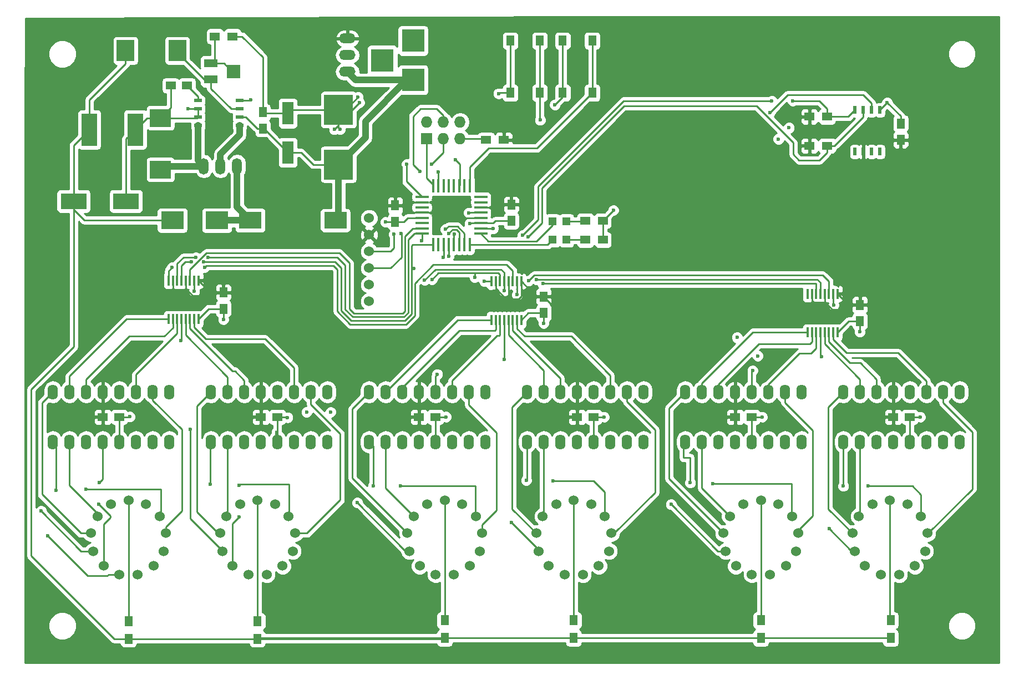
<source format=gbr>
G04 #@! TF.FileFunction,Copper,L1,Top,Signal*
%FSLAX46Y46*%
G04 Gerber Fmt 4.6, Leading zero omitted, Abs format (unit mm)*
G04 Created by KiCad (PCBNEW (2015-06-14 BZR 5747, Git dc9ebf3)-product) date 8/2/2015 5:58:44 PM*
%MOMM*%
G01*
G04 APERTURE LIST*
%ADD10C,0.100000*%
%ADD11R,1.250000X1.500000*%
%ADD12R,1.500000X1.250000*%
%ADD13R,1.198880X1.198880*%
%ADD14R,0.508000X1.143000*%
%ADD15R,1.143000X0.508000*%
%ADD16O,1.600000X2.300000*%
%ADD17R,0.450000X1.500000*%
%ADD18R,1.500000X1.300000*%
%ADD19R,1.300000X1.500000*%
%ADD20C,1.524000*%
%ADD21R,3.500120X3.500120*%
%ADD22R,1.727200X1.727200*%
%ADD23O,1.727200X1.727200*%
%ADD24R,3.200000X2.700000*%
%ADD25R,2.700000X3.200000*%
%ADD26R,0.370000X2.000000*%
%ADD27R,2.000000X0.370000*%
%ADD28R,1.800860X3.500120*%
%ADD29R,4.399280X4.549140*%
%ADD30R,4.000500X2.400300*%
%ADD31R,3.500120X2.700020*%
%ADD32R,3.500000X2.600000*%
%ADD33R,3.500000X2.500000*%
%ADD34O,1.501140X2.499360*%
%ADD35R,2.100000X2.000000*%
%ADD36R,2.100000X1.300000*%
%ADD37R,1.300000X1.550000*%
%ADD38O,2.499360X1.501140*%
%ADD39R,2.400000X5.000000*%
%ADD40C,0.600000*%
%ADD41C,0.250000*%
%ADD42C,1.000000*%
%ADD43C,0.254000*%
G04 APERTURE END LIST*
D10*
D11*
X80962500Y-74251500D03*
X80962500Y-76751500D03*
X118872000Y-88348500D03*
X118872000Y-90848500D03*
X101155500Y-88475500D03*
X101155500Y-90975500D03*
D12*
X66885500Y-70167500D03*
X69385500Y-70167500D03*
X155555000Y-120777000D03*
X153055000Y-120777000D03*
X179685000Y-120777000D03*
X177185000Y-120777000D03*
D11*
X74930000Y-101747000D03*
X74930000Y-104247000D03*
X123825000Y-102382000D03*
X123825000Y-104882000D03*
X172085000Y-103652000D03*
X172085000Y-106152000D03*
D12*
X59035000Y-120777000D03*
X56535000Y-120777000D03*
X83165000Y-120777000D03*
X80665000Y-120777000D03*
X107295000Y-120777000D03*
X104795000Y-120777000D03*
X131425000Y-120777000D03*
X128925000Y-120777000D03*
D13*
X125188980Y-93726000D03*
X127287020Y-93726000D03*
X125188980Y-90868500D03*
X127287020Y-90868500D03*
D14*
X171323000Y-73914000D03*
X172593000Y-73914000D03*
X173863000Y-73914000D03*
X175133000Y-73914000D03*
X175133000Y-80264000D03*
X173863000Y-80264000D03*
X172593000Y-80264000D03*
X171323000Y-80264000D03*
D15*
X71056500Y-76263500D03*
X71056500Y-74993500D03*
X71056500Y-73723500D03*
X71056500Y-72453500D03*
X77406500Y-72453500D03*
X77406500Y-73723500D03*
X77406500Y-74993500D03*
X77406500Y-76263500D03*
D16*
X163195000Y-116967000D03*
X160655000Y-116967000D03*
X158115000Y-116967000D03*
X155575000Y-116967000D03*
X153035000Y-116967000D03*
X150495000Y-116967000D03*
X147955000Y-116967000D03*
X145415000Y-116967000D03*
X145415000Y-124587000D03*
X147955000Y-124587000D03*
X150495000Y-124587000D03*
X153035000Y-124587000D03*
X155575000Y-124587000D03*
X158115000Y-124587000D03*
X160655000Y-124587000D03*
X163195000Y-124587000D03*
X187325000Y-116967000D03*
X184785000Y-116967000D03*
X182245000Y-116967000D03*
X179705000Y-116967000D03*
X177165000Y-116967000D03*
X174625000Y-116967000D03*
X172085000Y-116967000D03*
X169545000Y-116967000D03*
X169545000Y-124587000D03*
X172085000Y-124587000D03*
X174625000Y-124587000D03*
X177165000Y-124587000D03*
X179705000Y-124587000D03*
X182245000Y-124587000D03*
X184785000Y-124587000D03*
X187325000Y-124587000D03*
D17*
X66559000Y-105820000D03*
X67209000Y-105820000D03*
X67859000Y-105820000D03*
X68509000Y-105820000D03*
X69159000Y-105820000D03*
X69809000Y-105820000D03*
X70459000Y-105820000D03*
X71109000Y-105820000D03*
X71109000Y-99920000D03*
X70459000Y-99920000D03*
X69809000Y-99920000D03*
X69159000Y-99920000D03*
X68509000Y-99920000D03*
X67859000Y-99920000D03*
X67209000Y-99920000D03*
X66559000Y-99920000D03*
X115835000Y-105947000D03*
X116485000Y-105947000D03*
X117135000Y-105947000D03*
X117785000Y-105947000D03*
X118435000Y-105947000D03*
X119085000Y-105947000D03*
X119735000Y-105947000D03*
X120385000Y-105947000D03*
X120385000Y-100047000D03*
X119735000Y-100047000D03*
X119085000Y-100047000D03*
X118435000Y-100047000D03*
X117785000Y-100047000D03*
X117135000Y-100047000D03*
X116485000Y-100047000D03*
X115835000Y-100047000D03*
X164095000Y-107852000D03*
X164745000Y-107852000D03*
X165395000Y-107852000D03*
X166045000Y-107852000D03*
X166695000Y-107852000D03*
X167345000Y-107852000D03*
X167995000Y-107852000D03*
X168645000Y-107852000D03*
X168645000Y-101952000D03*
X167995000Y-101952000D03*
X167345000Y-101952000D03*
X166695000Y-101952000D03*
X166045000Y-101952000D03*
X165395000Y-101952000D03*
X164745000Y-101952000D03*
X164095000Y-101952000D03*
D16*
X66675000Y-116967000D03*
X64135000Y-116967000D03*
X61595000Y-116967000D03*
X59055000Y-116967000D03*
X56515000Y-116967000D03*
X53975000Y-116967000D03*
X51435000Y-116967000D03*
X48895000Y-116967000D03*
X48895000Y-124587000D03*
X51435000Y-124587000D03*
X53975000Y-124587000D03*
X56515000Y-124587000D03*
X59055000Y-124587000D03*
X61595000Y-124587000D03*
X64135000Y-124587000D03*
X66675000Y-124587000D03*
X90805000Y-116967000D03*
X88265000Y-116967000D03*
X85725000Y-116967000D03*
X83185000Y-116967000D03*
X80645000Y-116967000D03*
X78105000Y-116967000D03*
X75565000Y-116967000D03*
X73025000Y-116967000D03*
X73025000Y-124587000D03*
X75565000Y-124587000D03*
X78105000Y-124587000D03*
X80645000Y-124587000D03*
X83185000Y-124587000D03*
X85725000Y-124587000D03*
X88265000Y-124587000D03*
X90805000Y-124587000D03*
X114935000Y-116967000D03*
X112395000Y-116967000D03*
X109855000Y-116967000D03*
X107315000Y-116967000D03*
X104775000Y-116967000D03*
X102235000Y-116967000D03*
X99695000Y-116967000D03*
X97155000Y-116967000D03*
X97155000Y-124587000D03*
X99695000Y-124587000D03*
X102235000Y-124587000D03*
X104775000Y-124587000D03*
X107315000Y-124587000D03*
X109855000Y-124587000D03*
X112395000Y-124587000D03*
X114935000Y-124587000D03*
X139065000Y-116967000D03*
X136525000Y-116967000D03*
X133985000Y-116967000D03*
X131445000Y-116967000D03*
X128905000Y-116967000D03*
X126365000Y-116967000D03*
X123825000Y-116967000D03*
X121285000Y-116967000D03*
X121285000Y-124587000D03*
X123825000Y-124587000D03*
X126365000Y-124587000D03*
X128905000Y-124587000D03*
X131445000Y-124587000D03*
X133985000Y-124587000D03*
X136525000Y-124587000D03*
X139065000Y-124587000D03*
D18*
X167085000Y-74930000D03*
X164385000Y-74930000D03*
X167085000Y-79375000D03*
X164385000Y-79375000D03*
X130158500Y-93726000D03*
X132858500Y-93726000D03*
X130158500Y-90805000D03*
X132858500Y-90805000D03*
D19*
X156972000Y-151812000D03*
X156972000Y-154512000D03*
X176784000Y-151812000D03*
X176784000Y-154512000D03*
X60452000Y-151939000D03*
X60452000Y-154639000D03*
X80137000Y-151939000D03*
X80137000Y-154639000D03*
X108712000Y-151812000D03*
X108712000Y-154512000D03*
X128397000Y-151812000D03*
X128397000Y-154512000D03*
D20*
X60460000Y-133457000D03*
X57790000Y-134117000D03*
X55730000Y-135937000D03*
X54750000Y-138517000D03*
X55080000Y-141247000D03*
X56650000Y-143507000D03*
X59080000Y-144787000D03*
X61840000Y-144787000D03*
X64270000Y-143507000D03*
X65840000Y-141247000D03*
X66170000Y-138517000D03*
X65190000Y-135937000D03*
X63130000Y-134117000D03*
X80145000Y-133457000D03*
X77475000Y-134117000D03*
X75415000Y-135937000D03*
X74435000Y-138517000D03*
X74765000Y-141247000D03*
X76335000Y-143507000D03*
X78765000Y-144787000D03*
X81525000Y-144787000D03*
X83955000Y-143507000D03*
X85525000Y-141247000D03*
X85855000Y-138517000D03*
X84875000Y-135937000D03*
X82815000Y-134117000D03*
X108720000Y-133457000D03*
X106050000Y-134117000D03*
X103990000Y-135937000D03*
X103010000Y-138517000D03*
X103340000Y-141247000D03*
X104910000Y-143507000D03*
X107340000Y-144787000D03*
X110100000Y-144787000D03*
X112530000Y-143507000D03*
X114100000Y-141247000D03*
X114430000Y-138517000D03*
X113450000Y-135937000D03*
X111390000Y-134117000D03*
X128405000Y-133457000D03*
X125735000Y-134117000D03*
X123675000Y-135937000D03*
X122695000Y-138517000D03*
X123025000Y-141247000D03*
X124595000Y-143507000D03*
X127025000Y-144787000D03*
X129785000Y-144787000D03*
X132215000Y-143507000D03*
X133785000Y-141247000D03*
X134115000Y-138517000D03*
X133135000Y-135937000D03*
X131075000Y-134117000D03*
X156980000Y-133457000D03*
X154310000Y-134117000D03*
X152250000Y-135937000D03*
X151270000Y-138517000D03*
X151600000Y-141247000D03*
X153170000Y-143507000D03*
X155600000Y-144787000D03*
X158360000Y-144787000D03*
X160790000Y-143507000D03*
X162360000Y-141247000D03*
X162690000Y-138517000D03*
X161710000Y-135937000D03*
X159650000Y-134117000D03*
X176665000Y-133457000D03*
X173995000Y-134117000D03*
X171935000Y-135937000D03*
X170955000Y-138517000D03*
X171285000Y-141247000D03*
X172855000Y-143507000D03*
X175285000Y-144787000D03*
X178045000Y-144787000D03*
X180475000Y-143507000D03*
X182045000Y-141247000D03*
X182375000Y-138517000D03*
X181395000Y-135937000D03*
X179335000Y-134117000D03*
D21*
X103886000Y-69319140D03*
X103886000Y-63319660D03*
X99187000Y-66319400D03*
D22*
X105981500Y-78295500D03*
D23*
X105981500Y-75755500D03*
X108521500Y-78295500D03*
X108521500Y-75755500D03*
X111061500Y-78295500D03*
X111061500Y-75755500D03*
D24*
X65341500Y-75107500D03*
X65341500Y-83007500D03*
D25*
X67894500Y-64833500D03*
X59994500Y-64833500D03*
D18*
X76343500Y-62674500D03*
X73643500Y-62674500D03*
D20*
X97174000Y-103124000D03*
X97174000Y-100584000D03*
X97174000Y-98044000D03*
X97174000Y-95504000D03*
X97174000Y-92964000D03*
X97174000Y-90424000D03*
D11*
X178308000Y-75966000D03*
X178308000Y-78466000D03*
D26*
X112528000Y-94479500D03*
X111728000Y-94479500D03*
X110928000Y-94479500D03*
X110128000Y-94479500D03*
X109328000Y-94479500D03*
X108528000Y-94479500D03*
X107728000Y-94479500D03*
X106928000Y-94479500D03*
D27*
X105228000Y-92779500D03*
X105228000Y-91979500D03*
X105228000Y-91179500D03*
X105228000Y-90379500D03*
X105228000Y-89579500D03*
X105228000Y-88779500D03*
X105228000Y-87979500D03*
X105228000Y-87179500D03*
D26*
X106928000Y-85479500D03*
X107728000Y-85479500D03*
X108528000Y-85479500D03*
X109328000Y-85479500D03*
X110128000Y-85479500D03*
X110928000Y-85479500D03*
X111728000Y-85479500D03*
X112528000Y-85479500D03*
D27*
X114228000Y-87179500D03*
X114228000Y-87979500D03*
X114228000Y-88779500D03*
X114228000Y-89579500D03*
X114228000Y-92779500D03*
X114228000Y-91979500D03*
X114228000Y-91179500D03*
X114228000Y-90379500D03*
D28*
X84772500Y-74406760D03*
X84772500Y-80406240D03*
D29*
X92519500Y-73865740D03*
X92519500Y-82217260D03*
D30*
X52070000Y-87820500D03*
X60071000Y-87820500D03*
D31*
X67147440Y-90741500D03*
X73949560Y-90741500D03*
D32*
X79034500Y-90741500D03*
D33*
X92034500Y-90741500D03*
D34*
X74485500Y-82486500D03*
X77025500Y-82486500D03*
X71945500Y-82486500D03*
D18*
X117745500Y-78486000D03*
X115045500Y-78486000D03*
D35*
X76439500Y-68008500D03*
D36*
X73039500Y-69258500D03*
X73039500Y-66758500D03*
D37*
X118717500Y-63335000D03*
X123217500Y-63335000D03*
X123217500Y-71285000D03*
X118717500Y-71285000D03*
X126718500Y-63335000D03*
X131218500Y-63335000D03*
X131218500Y-71285000D03*
X126718500Y-71285000D03*
D38*
X93853000Y-65532000D03*
X93853000Y-68072000D03*
X93853000Y-62992000D03*
D39*
X61475500Y-76898500D03*
X54475500Y-76898500D03*
D40*
X87619840Y-120030240D03*
X91307920Y-120030240D03*
X161269680Y-76626720D03*
X159654240Y-78333600D03*
X156484320Y-111434880D03*
X153334720Y-108610400D03*
X125531880Y-73091040D03*
X116936520Y-71399400D03*
X134462520Y-89199720D03*
X176255680Y-72786240D03*
X74935080Y-105864660D03*
X123809760Y-106471720D03*
X172059600Y-107777280D03*
X181287420Y-120769380D03*
X157152340Y-120759220D03*
X133014720Y-120761760D03*
X108894880Y-120741440D03*
X60624720Y-120736360D03*
X84714080Y-120840500D03*
X91866720Y-76865480D03*
X92712540Y-76870560D03*
X95691960Y-72763380D03*
X95478600Y-71970900D03*
X99669600Y-91013280D03*
X112395000Y-89598500D03*
X112522000Y-91249500D03*
X69532500Y-73723500D03*
X164454840Y-83065620D03*
X164385000Y-77435720D03*
X179933600Y-111173260D03*
X178173380Y-112933480D03*
X128788160Y-111028480D03*
X130799840Y-109260640D03*
X106842560Y-108143040D03*
X109524800Y-110683040D03*
X83652360Y-109273340D03*
X81668620Y-110865920D03*
X55069740Y-109301280D03*
X58394600Y-112402620D03*
X109331760Y-96255840D03*
X120624600Y-93040200D03*
X158648400Y-72542400D03*
X161813240Y-72506840D03*
X108463080Y-96377760D03*
X121432320Y-93258640D03*
X110363000Y-81470500D03*
X79121000Y-72390000D03*
X104965500Y-83312000D03*
X107759500Y-83375500D03*
X102933500Y-82169000D03*
X106743500Y-82169000D03*
X110172500Y-92837000D03*
X149606000Y-130937000D03*
X146177000Y-130810000D03*
X143256000Y-134112000D03*
X166243000Y-111569500D03*
X173355000Y-131318000D03*
X169545000Y-131318000D03*
X167386000Y-137795000D03*
X68453000Y-109093000D03*
X70485000Y-101600000D03*
X70040500Y-97091500D03*
X71882000Y-97091500D03*
X103967280Y-98125280D03*
X105643680Y-99867720D03*
X122682000Y-99745800D03*
X117774720Y-101513640D03*
X70739000Y-96393000D03*
X72580500Y-96393000D03*
X105196640Y-93853000D03*
X106756200Y-99771200D03*
X123698000Y-100411280D03*
X113273840Y-99435920D03*
X72072500Y-97917000D03*
X67119500Y-97917000D03*
X117792500Y-111950500D03*
X114787680Y-100055680D03*
X121513600Y-99974400D03*
X49403000Y-131953000D03*
X53975000Y-131826000D03*
X48133000Y-138938000D03*
X55880000Y-134112000D03*
X56007000Y-130810000D03*
X47117000Y-135128000D03*
X77343000Y-131191000D03*
X72898000Y-131064000D03*
X77343000Y-136017000D03*
X69850000Y-122682000D03*
X101981000Y-131318000D03*
X97790000Y-131318000D03*
X95377000Y-133858000D03*
X125222000Y-130556000D03*
X121158000Y-130429000D03*
X118872000Y-136906000D03*
X155702000Y-113665000D03*
X168084500Y-103695500D03*
X119761000Y-102108000D03*
X107569000Y-114236500D03*
X158333440Y-74310240D03*
X108859320Y-92115640D03*
X100990400Y-92882720D03*
X109372400Y-92776040D03*
X102011480Y-92791280D03*
X116113560Y-92019120D03*
X123271280Y-75438000D03*
D41*
X118717500Y-63335000D02*
X118717500Y-71285000D01*
X126718500Y-63335000D02*
X126718500Y-71285000D01*
X126718500Y-71285000D02*
X126718500Y-71904420D01*
X126718500Y-71904420D02*
X125531880Y-73091040D01*
X118717500Y-71285000D02*
X117050920Y-71285000D01*
X117050920Y-71285000D02*
X116936520Y-71399400D01*
X132858500Y-90805000D02*
X132858500Y-90803740D01*
X132858500Y-90803740D02*
X134462520Y-89199720D01*
X132858500Y-90805000D02*
X132858500Y-93726000D01*
X178308000Y-75966000D02*
X178308000Y-74838560D01*
X176255680Y-72786240D02*
X175133000Y-73908920D01*
X178308000Y-74838560D02*
X176255680Y-72786240D01*
X175133000Y-73914000D02*
X175133000Y-73908920D01*
X74930000Y-104247000D02*
X74930000Y-105859580D01*
X74930000Y-105859580D02*
X74935080Y-105864660D01*
X123825000Y-104882000D02*
X123825000Y-106456480D01*
X123825000Y-106456480D02*
X123809760Y-106471720D01*
X172085000Y-106152000D02*
X172085000Y-107751880D01*
X172085000Y-107751880D02*
X172059600Y-107777280D01*
X179685000Y-120777000D02*
X181279800Y-120777000D01*
X181279800Y-120777000D02*
X181287420Y-120769380D01*
X155555000Y-120777000D02*
X157134560Y-120777000D01*
X157134560Y-120777000D02*
X157152340Y-120759220D01*
X131425000Y-120777000D02*
X132999480Y-120777000D01*
X132999480Y-120777000D02*
X133014720Y-120761760D01*
X107295000Y-120777000D02*
X108859320Y-120777000D01*
X108859320Y-120777000D02*
X108894880Y-120741440D01*
X59035000Y-120777000D02*
X60584080Y-120777000D01*
X60584080Y-120777000D02*
X60624720Y-120736360D01*
X83165000Y-120777000D02*
X84650580Y-120777000D01*
X84650580Y-120777000D02*
X84714080Y-120840500D01*
X82931000Y-124333000D02*
X82931000Y-122936000D01*
X92519500Y-73865740D02*
X92519500Y-76212700D01*
X92519500Y-76212700D02*
X91866720Y-76865480D01*
X92519500Y-73865740D02*
X92519500Y-76677520D01*
X92519500Y-76677520D02*
X92712540Y-76870560D01*
X92519500Y-73865740D02*
X94589600Y-73865740D01*
X94589600Y-73865740D02*
X95691960Y-72763380D01*
X92519500Y-73865740D02*
X93583760Y-73865740D01*
X93583760Y-73865740D02*
X95478600Y-71970900D01*
X101155500Y-90975500D02*
X99707380Y-90975500D01*
X99707380Y-90975500D02*
X99669600Y-91013280D01*
X118872000Y-90848500D02*
X116415500Y-90848500D01*
X116084500Y-91179500D02*
X114228000Y-91179500D01*
X116415500Y-90848500D02*
X116084500Y-91179500D01*
X114228000Y-89579500D02*
X112414000Y-89579500D01*
X112414000Y-89579500D02*
X112395000Y-89598500D01*
X114228000Y-91179500D02*
X112592000Y-91179500D01*
X112592000Y-91179500D02*
X112522000Y-91249500D01*
X101155500Y-90975500D02*
X102445500Y-90975500D01*
X103041500Y-90379500D02*
X105228000Y-90379500D01*
X102445500Y-90975500D02*
X103041500Y-90379500D01*
X179685000Y-124567000D02*
X179705000Y-124587000D01*
X179685000Y-120777000D02*
X179685000Y-124567000D01*
X155555000Y-124567000D02*
X155575000Y-124587000D01*
X155555000Y-120777000D02*
X155555000Y-124567000D01*
X131425000Y-124567000D02*
X131445000Y-124587000D01*
X131425000Y-120777000D02*
X131425000Y-124567000D01*
X107295000Y-124567000D02*
X107315000Y-124587000D01*
X107295000Y-120777000D02*
X107295000Y-124567000D01*
X83165000Y-124567000D02*
X82931000Y-124333000D01*
X83165000Y-120777000D02*
X83165000Y-124567000D01*
X59035000Y-120777000D02*
X59035000Y-124567000D01*
X170345000Y-106152000D02*
X168645000Y-107852000D01*
X172085000Y-106152000D02*
X170345000Y-106152000D01*
X121450000Y-104882000D02*
X120385000Y-105947000D01*
X123825000Y-104882000D02*
X121450000Y-104882000D01*
X72682000Y-104247000D02*
X71109000Y-105820000D01*
X74930000Y-104247000D02*
X72682000Y-104247000D01*
X85313520Y-73865740D02*
X84772500Y-74406760D01*
X92519500Y-73865740D02*
X85313520Y-73865740D01*
X77787500Y-62674500D02*
X80962500Y-65849500D01*
X80962500Y-65849500D02*
X80962500Y-74251500D01*
X76343500Y-62674500D02*
X77787500Y-62674500D01*
X81117760Y-74406760D02*
X80962500Y-74251500D01*
X84772500Y-74406760D02*
X81117760Y-74406760D01*
X66885500Y-73563500D02*
X65341500Y-75107500D01*
X66885500Y-70167500D02*
X66885500Y-73563500D01*
X70942500Y-75107500D02*
X71056500Y-74993500D01*
X65341500Y-75107500D02*
X70942500Y-75107500D01*
X71056500Y-74993500D02*
X71056500Y-73723500D01*
X63266500Y-75107500D02*
X61475500Y-76898500D01*
X65341500Y-75107500D02*
X63266500Y-75107500D01*
X60071000Y-78303000D02*
X61475500Y-76898500D01*
X60071000Y-87820500D02*
X60071000Y-78303000D01*
X71056500Y-73723500D02*
X69532500Y-73723500D01*
D42*
X103886000Y-69319140D02*
X95100140Y-69319140D01*
X95100140Y-69319140D02*
X93853000Y-68072000D01*
X103886000Y-69319140D02*
X102903020Y-69319140D01*
X102903020Y-69319140D02*
X96588580Y-75633580D01*
X96588580Y-78148180D02*
X92519500Y-82217260D01*
X96588580Y-75633580D02*
X96588580Y-78148180D01*
D41*
X92519500Y-90256500D02*
X92034500Y-90741500D01*
X78359000Y-74993500D02*
X80117000Y-76751500D01*
X80117000Y-76751500D02*
X80962500Y-76751500D01*
X77406500Y-74993500D02*
X78359000Y-74993500D01*
X81117760Y-76751500D02*
X84772500Y-80406240D01*
X80962500Y-76751500D02*
X81117760Y-76751500D01*
X86819740Y-80406240D02*
X88630760Y-82217260D01*
X88630760Y-82217260D02*
X92519500Y-82217260D01*
X84772500Y-80406240D02*
X86819740Y-80406240D01*
X92519500Y-90256500D02*
X92034500Y-90741500D01*
D42*
X92519500Y-82217260D02*
X92519500Y-90256500D01*
D41*
X164385000Y-79375000D02*
X164385000Y-77435720D01*
X164734240Y-82786220D02*
X164734240Y-82758280D01*
X164454840Y-83065620D02*
X164734240Y-82786220D01*
X177165000Y-116967000D02*
X177165000Y-113941860D01*
X177165000Y-113941860D02*
X178173380Y-112933480D01*
X130799840Y-109260640D02*
X130703640Y-109260640D01*
X128905000Y-111145320D02*
X128788160Y-111028480D01*
X128905000Y-116967000D02*
X128905000Y-111145320D01*
X130703640Y-109260640D02*
X123825000Y-102382000D01*
X104775000Y-116967000D02*
X104775000Y-115432840D01*
X104775000Y-115432840D02*
X109524800Y-110683040D01*
X80645000Y-116967000D02*
X80645000Y-111889540D01*
X80645000Y-111889540D02*
X81668620Y-110865920D01*
X56515000Y-116967000D02*
X56515000Y-114282220D01*
X56515000Y-114282220D02*
X58394600Y-112402620D01*
X69159000Y-99920000D02*
X69159000Y-101178240D01*
X71742300Y-102260400D02*
X72595850Y-101406850D01*
X70241160Y-102260400D02*
X71742300Y-102260400D01*
X69159000Y-101178240D02*
X70241160Y-102260400D01*
X67209000Y-99920000D02*
X67209000Y-101399940D01*
X69159000Y-101155620D02*
X69159000Y-99920000D01*
X68854320Y-101460300D02*
X69159000Y-101155620D01*
X67269360Y-101460300D02*
X68854320Y-101460300D01*
X67209000Y-101399940D02*
X67269360Y-101460300D01*
X118435000Y-100047000D02*
X118435000Y-102588180D01*
X118435000Y-102588180D02*
X118259860Y-102763320D01*
X166695000Y-101952000D02*
X166695000Y-103212780D01*
X168948100Y-104333040D02*
X169987070Y-103294070D01*
X167815260Y-104333040D02*
X168948100Y-104333040D01*
X166695000Y-103212780D02*
X167815260Y-104333040D01*
X164745000Y-101952000D02*
X164745000Y-102977280D01*
X166695000Y-103238420D02*
X166695000Y-101952000D01*
X166662100Y-103271320D02*
X166695000Y-103238420D01*
X165039040Y-103271320D02*
X166662100Y-103271320D01*
X164745000Y-102977280D02*
X165039040Y-103271320D01*
X116485000Y-100047000D02*
X116485000Y-101168800D01*
X120441720Y-102336600D02*
X120441720Y-100103720D01*
X120015000Y-102763320D02*
X120441720Y-102336600D01*
X118079520Y-102763320D02*
X118259860Y-102763320D01*
X118259860Y-102763320D02*
X120015000Y-102763320D01*
X116485000Y-101168800D02*
X118079520Y-102763320D01*
X120441720Y-100103720D02*
X120385000Y-100047000D01*
X105228000Y-89579500D02*
X110625940Y-89579500D01*
X111425940Y-90379500D02*
X114228000Y-90379500D01*
X110625940Y-89579500D02*
X111425940Y-90379500D01*
X105228000Y-89579500D02*
X103798420Y-89579500D01*
X102613460Y-88394540D02*
X102613460Y-88475500D01*
X103798420Y-89579500D02*
X102613460Y-88394540D01*
X164385000Y-74930000D02*
X164385000Y-79375000D01*
X118872000Y-88348500D02*
X117010500Y-88348500D01*
X116579500Y-88779500D02*
X114228000Y-88779500D01*
X117010500Y-88348500D02*
X116579500Y-88779500D01*
X101155500Y-88475500D02*
X102613460Y-88475500D01*
X102613460Y-88475500D02*
X102532500Y-88475500D01*
X103028500Y-87979500D02*
X105228000Y-87979500D01*
X102532500Y-88475500D02*
X103028500Y-87979500D01*
X177185000Y-116987000D02*
X177165000Y-116967000D01*
X177185000Y-120777000D02*
X177185000Y-116987000D01*
X153055000Y-116987000D02*
X153035000Y-116967000D01*
X153055000Y-120777000D02*
X153055000Y-116987000D01*
X128925000Y-116987000D02*
X128905000Y-116967000D01*
X128925000Y-120777000D02*
X128925000Y-116987000D01*
X104795000Y-116987000D02*
X104775000Y-116967000D01*
X104795000Y-120777000D02*
X104795000Y-116987000D01*
X80665000Y-116987000D02*
X80645000Y-116967000D01*
X80665000Y-120777000D02*
X80665000Y-116987000D01*
X56535000Y-116987000D02*
X56515000Y-116967000D01*
X56535000Y-120777000D02*
X56535000Y-116987000D01*
X170345000Y-103652000D02*
X169987070Y-103294070D01*
X172085000Y-103652000D02*
X170345000Y-103652000D01*
X169987070Y-103294070D02*
X168645000Y-101952000D01*
X122720000Y-102382000D02*
X120385000Y-100047000D01*
X123825000Y-102382000D02*
X122720000Y-102382000D01*
X72936000Y-101747000D02*
X72595850Y-101406850D01*
X74930000Y-101747000D02*
X72936000Y-101747000D01*
X72595850Y-101406850D02*
X71109000Y-99920000D01*
X71056500Y-71838500D02*
X69385500Y-70167500D01*
X71056500Y-72453500D02*
X71056500Y-71838500D01*
X80137000Y-154639000D02*
X108585000Y-154639000D01*
X108585000Y-154639000D02*
X108712000Y-154512000D01*
X52070000Y-87820500D02*
X52070000Y-110045500D01*
X58246000Y-154639000D02*
X60452000Y-154639000D01*
X45593000Y-141986000D02*
X58246000Y-154639000D01*
X45593000Y-116522500D02*
X45593000Y-141986000D01*
X52070000Y-110045500D02*
X45593000Y-116522500D01*
X156972000Y-154512000D02*
X176784000Y-154512000D01*
X128397000Y-154512000D02*
X156972000Y-154512000D01*
X80264000Y-154512000D02*
X128397000Y-154512000D01*
X80137000Y-154639000D02*
X80264000Y-154512000D01*
X60452000Y-154639000D02*
X80137000Y-154639000D01*
X59994500Y-66815000D02*
X54475500Y-72334000D01*
X54475500Y-72334000D02*
X54475500Y-76898500D01*
X59994500Y-64833500D02*
X59994500Y-66815000D01*
X60452000Y-154639000D02*
X60452000Y-154051000D01*
X52070000Y-87820500D02*
X52070000Y-79304000D01*
X52070000Y-79304000D02*
X54475500Y-76898500D01*
X52070000Y-87820500D02*
X52070000Y-89090500D01*
X52070000Y-89090500D02*
X53721000Y-90741500D01*
X53721000Y-90741500D02*
X67147440Y-90741500D01*
X127287020Y-93726000D02*
X130158500Y-93726000D01*
X127287020Y-90868500D02*
X130095000Y-90868500D01*
X130095000Y-90868500D02*
X130158500Y-90805000D01*
X170307000Y-74930000D02*
X171323000Y-73914000D01*
X167085000Y-74930000D02*
X170307000Y-74930000D01*
X109328000Y-96252080D02*
X109331760Y-96255840D01*
X120624600Y-93040200D02*
X122986800Y-90678000D01*
X122986800Y-90678000D02*
X122986800Y-85572600D01*
X122986800Y-85572600D02*
X136017000Y-72542400D01*
X136017000Y-72542400D02*
X158648400Y-72542400D01*
X161813240Y-72506840D02*
X165887400Y-72506840D01*
X165887400Y-72506840D02*
X167085000Y-73704440D01*
X167085000Y-73704440D02*
X167085000Y-74930000D01*
X109328000Y-94479500D02*
X109328000Y-96252080D01*
X168173400Y-79375000D02*
X172593000Y-74955400D01*
X172593000Y-74955400D02*
X172593000Y-73914000D01*
X167085000Y-79375000D02*
X168173400Y-79375000D01*
X108528000Y-96312840D02*
X108463080Y-96377760D01*
X121432320Y-93258640D02*
X123515120Y-91175840D01*
X123515120Y-91175840D02*
X123515120Y-85804162D01*
X123515120Y-85804162D02*
X136060602Y-73258680D01*
X136060602Y-73258680D02*
X156296360Y-73258680D01*
X156296360Y-73258680D02*
X161914840Y-78877160D01*
X161914840Y-78877160D02*
X161914840Y-80690720D01*
X161914840Y-80690720D02*
X162783520Y-81559400D01*
X162783520Y-81559400D02*
X165907720Y-81559400D01*
X165907720Y-81559400D02*
X167085000Y-80382120D01*
X167085000Y-80382120D02*
X167085000Y-79375000D01*
X108528000Y-94479500D02*
X108528000Y-96312840D01*
X71056500Y-81597500D02*
X71945500Y-82486500D01*
D42*
X71056500Y-76263500D02*
X71056500Y-81597500D01*
D41*
X65862500Y-82486500D02*
X65341500Y-83007500D01*
D42*
X71945500Y-82486500D02*
X65862500Y-82486500D01*
D41*
X111061500Y-82169000D02*
X111061500Y-85346000D01*
X110363000Y-81470500D02*
X111061500Y-82169000D01*
X111061500Y-85346000D02*
X110928000Y-85479500D01*
X79121000Y-72390000D02*
X79057500Y-72453500D01*
X79057500Y-72453500D02*
X77406500Y-72453500D01*
X71989000Y-69258500D02*
X73039500Y-69258500D01*
X67894500Y-65164000D02*
X71989000Y-69258500D01*
X67894500Y-64833500D02*
X67894500Y-65164000D01*
X73039500Y-70626500D02*
X76136500Y-73723500D01*
X76136500Y-73723500D02*
X77406500Y-73723500D01*
X73039500Y-69258500D02*
X73039500Y-70626500D01*
D42*
X74485500Y-80645000D02*
X77406500Y-77724000D01*
X77406500Y-77724000D02*
X77406500Y-76263500D01*
X74485500Y-82486500D02*
X74485500Y-80645000D01*
D41*
X107728000Y-85479500D02*
X107728000Y-83407000D01*
X108521500Y-74739500D02*
X108521500Y-75755500D01*
X107505500Y-73723500D02*
X108521500Y-74739500D01*
X105029000Y-73723500D02*
X107505500Y-73723500D01*
X103886000Y-74866500D02*
X105029000Y-73723500D01*
X103886000Y-82232500D02*
X103886000Y-74866500D01*
X104965500Y-83312000D02*
X103886000Y-82232500D01*
X107728000Y-83407000D02*
X107759500Y-83375500D01*
X106928000Y-85479500D02*
X106928000Y-85274500D01*
X106928000Y-85274500D02*
X105981500Y-84328000D01*
X105981500Y-84328000D02*
X105981500Y-78295500D01*
X108521500Y-78295500D02*
X108521500Y-80391000D01*
X102870000Y-84821500D02*
X105228000Y-87179500D01*
X102870000Y-82232500D02*
X102870000Y-84821500D01*
X102933500Y-82169000D02*
X102870000Y-82232500D01*
X108521500Y-80391000D02*
X106743500Y-82169000D01*
X111061500Y-78295500D02*
X114855000Y-78295500D01*
X114855000Y-78295500D02*
X115045500Y-78486000D01*
X110128000Y-94479500D02*
X110128000Y-92881500D01*
X110128000Y-92881500D02*
X110172500Y-92837000D01*
X160655000Y-118554500D02*
X160655000Y-116967000D01*
X164909500Y-122809000D02*
X160655000Y-118554500D01*
X164909500Y-135826500D02*
X164909500Y-122809000D01*
X162690000Y-138046000D02*
X164909500Y-135826500D01*
X162690000Y-138517000D02*
X162690000Y-138046000D01*
X158115000Y-115824000D02*
X158115000Y-116967000D01*
X165395000Y-110258500D02*
X164592000Y-111061500D01*
X164592000Y-111061500D02*
X162877500Y-111061500D01*
X162877500Y-111061500D02*
X158115000Y-115824000D01*
X165395000Y-107852000D02*
X165395000Y-110258500D01*
X164745000Y-109309500D02*
X164453500Y-109601000D01*
X164453500Y-109601000D02*
X156654500Y-109601000D01*
X156654500Y-109601000D02*
X150495000Y-115760500D01*
X150495000Y-115760500D02*
X150495000Y-116967000D01*
X164745000Y-107852000D02*
X164745000Y-109309500D01*
X155736500Y-107852000D02*
X147955000Y-115633500D01*
X147955000Y-115633500D02*
X147955000Y-116967000D01*
X164095000Y-107852000D02*
X155736500Y-107852000D01*
X142928000Y-130175000D02*
X142928000Y-119454000D01*
X142928000Y-119454000D02*
X145415000Y-116967000D01*
X151270000Y-138517000D02*
X142928000Y-130175000D01*
X161710000Y-135937000D02*
X161671000Y-135898000D01*
X161671000Y-135898000D02*
X161671000Y-132334000D01*
X161671000Y-132334000D02*
X161671000Y-130937000D01*
X161671000Y-130937000D02*
X149606000Y-130937000D01*
X146177000Y-130810000D02*
X146177000Y-127000000D01*
X146177000Y-127000000D02*
X145161000Y-127000000D01*
X145161000Y-127000000D02*
X145161000Y-124841000D01*
X145161000Y-124841000D02*
X145415000Y-124587000D01*
X147955000Y-131642000D02*
X147955000Y-124587000D01*
X152250000Y-135937000D02*
X147955000Y-131642000D01*
X150391000Y-141247000D02*
X143256000Y-134112000D01*
X151600000Y-141247000D02*
X150391000Y-141247000D01*
X184785000Y-118618000D02*
X184785000Y-116967000D01*
X189230000Y-123063000D02*
X184785000Y-118618000D01*
X189230000Y-131762500D02*
X189230000Y-123063000D01*
X182475500Y-138517000D02*
X189230000Y-131762500D01*
X182375000Y-138517000D02*
X182475500Y-138517000D01*
X167995000Y-108940000D02*
X170053000Y-110998000D01*
X170053000Y-110998000D02*
X177927000Y-110998000D01*
X177927000Y-110998000D02*
X182245000Y-115316000D01*
X182245000Y-115316000D02*
X182245000Y-116967000D01*
X167995000Y-107852000D02*
X167995000Y-108940000D01*
X166045000Y-111371500D02*
X166243000Y-111569500D01*
X166045000Y-107852000D02*
X166045000Y-111371500D01*
X167345000Y-109306000D02*
X170561000Y-112522000D01*
X170561000Y-112522000D02*
X172148500Y-112522000D01*
X172148500Y-112522000D02*
X174625000Y-114998500D01*
X174625000Y-114998500D02*
X174625000Y-116967000D01*
X167345000Y-107852000D02*
X167345000Y-109306000D01*
X166695000Y-109608500D02*
X172085000Y-114998500D01*
X172085000Y-114998500D02*
X172085000Y-116967000D01*
X166695000Y-107852000D02*
X166695000Y-109608500D01*
X167259000Y-134821000D02*
X167259000Y-119253000D01*
X167259000Y-119253000D02*
X169545000Y-116967000D01*
X170955000Y-138517000D02*
X167259000Y-134821000D01*
X181395000Y-132627000D02*
X180086000Y-131318000D01*
X180086000Y-131318000D02*
X173355000Y-131318000D01*
X169545000Y-131318000D02*
X169545000Y-124587000D01*
X181395000Y-135937000D02*
X181395000Y-132627000D01*
X172085000Y-135787000D02*
X172085000Y-124587000D01*
X171935000Y-135937000D02*
X172085000Y-135787000D01*
X170838000Y-141247000D02*
X167386000Y-137795000D01*
X171285000Y-141247000D02*
X170838000Y-141247000D01*
X60169000Y-105820000D02*
X51435000Y-114554000D01*
X51435000Y-114554000D02*
X51435000Y-116967000D01*
X66559000Y-105820000D02*
X60169000Y-105820000D01*
X67209000Y-107162000D02*
X65913000Y-108458000D01*
X65913000Y-108458000D02*
X60579000Y-108458000D01*
X60579000Y-108458000D02*
X53975000Y-115062000D01*
X53975000Y-115062000D02*
X53975000Y-116967000D01*
X67209000Y-105820000D02*
X67209000Y-107162000D01*
X67859000Y-108036000D02*
X61595000Y-114300000D01*
X61595000Y-114300000D02*
X61595000Y-116967000D01*
X67859000Y-105820000D02*
X67859000Y-108036000D01*
X68509000Y-109037000D02*
X68453000Y-109093000D01*
X68509000Y-105820000D02*
X68509000Y-109037000D01*
X69159000Y-108275000D02*
X75565000Y-114681000D01*
X75565000Y-114681000D02*
X75565000Y-116967000D01*
X69159000Y-105820000D02*
X69159000Y-108275000D01*
X69809000Y-107274000D02*
X76327000Y-113792000D01*
X76327000Y-113792000D02*
X76708000Y-113792000D01*
X76708000Y-113792000D02*
X78105000Y-115189000D01*
X78105000Y-115189000D02*
X78105000Y-116967000D01*
X69809000Y-105820000D02*
X69809000Y-107274000D01*
X70459000Y-107035000D02*
X72263000Y-108839000D01*
X72263000Y-108839000D02*
X81280000Y-108839000D01*
X81280000Y-108839000D02*
X85725000Y-113284000D01*
X85725000Y-113284000D02*
X85725000Y-116967000D01*
X70459000Y-105820000D02*
X70459000Y-107035000D01*
X70459000Y-101574000D02*
X70485000Y-101600000D01*
X70459000Y-99920000D02*
X70459000Y-101574000D01*
X106928000Y-94479500D02*
X103814000Y-94479500D01*
X68509000Y-97670500D02*
X68509000Y-99920000D01*
X69088000Y-97091500D02*
X68509000Y-97670500D01*
X70040500Y-97091500D02*
X69088000Y-97091500D01*
X92011500Y-97091500D02*
X71882000Y-97091500D01*
X92900500Y-97980500D02*
X92011500Y-97091500D01*
X92900500Y-104521000D02*
X92900500Y-97980500D01*
X94424500Y-106045000D02*
X92900500Y-104521000D01*
X102616000Y-106045000D02*
X94424500Y-106045000D01*
X103632000Y-105029000D02*
X102616000Y-106045000D01*
X103632000Y-98099880D02*
X103632000Y-105029000D01*
X103632000Y-94661500D02*
X103632000Y-98099880D01*
X103814000Y-94479500D02*
X103632000Y-94661500D01*
X103941880Y-98099880D02*
X103967280Y-98125280D01*
X105643680Y-99867720D02*
X107259120Y-98252280D01*
X107259120Y-98252280D02*
X117317520Y-98252280D01*
X117317520Y-98252280D02*
X117785000Y-98719760D01*
X117785000Y-98719760D02*
X117785000Y-100047000D01*
X103632000Y-98099880D02*
X103941880Y-98099880D01*
X166045000Y-100228520D02*
X165562280Y-99745800D01*
X165562280Y-99745800D02*
X122682000Y-99745800D01*
X117774720Y-101513640D02*
X117785000Y-101503360D01*
X117785000Y-101503360D02*
X117785000Y-100047000D01*
X166045000Y-101952000D02*
X166045000Y-100228520D01*
X105228000Y-92779500D02*
X104070500Y-92779500D01*
X67859000Y-97368000D02*
X67859000Y-99920000D01*
X68834000Y-96393000D02*
X67859000Y-97368000D01*
X70739000Y-96393000D02*
X68834000Y-96393000D01*
X92329000Y-96393000D02*
X72580500Y-96393000D01*
X93535500Y-97599500D02*
X92329000Y-96393000D01*
X93535500Y-104330500D02*
X93535500Y-97599500D01*
X94678500Y-105473500D02*
X93535500Y-104330500D01*
X102489000Y-105473500D02*
X94678500Y-105473500D01*
X103124000Y-104838500D02*
X102489000Y-105473500D01*
X103124000Y-93726000D02*
X103124000Y-104838500D01*
X104070500Y-92779500D02*
X103124000Y-93726000D01*
X105228000Y-93821640D02*
X105196640Y-93853000D01*
X106756200Y-99771200D02*
X107762040Y-98765360D01*
X113273840Y-98765360D02*
X116885720Y-98765360D01*
X107762040Y-98765360D02*
X113273840Y-98765360D01*
X116885720Y-98765360D02*
X117135000Y-99014640D01*
X117135000Y-99014640D02*
X117135000Y-100047000D01*
X105228000Y-92779500D02*
X105228000Y-93821640D01*
X165395000Y-100457360D02*
X165348920Y-100411280D01*
X165348920Y-100411280D02*
X123698000Y-100411280D01*
X113273840Y-99435920D02*
X113273840Y-98765360D01*
X165395000Y-101952000D02*
X165395000Y-100457360D01*
X66559000Y-99920000D02*
X66559000Y-98477500D01*
X119085000Y-98447500D02*
X119085000Y-100047000D01*
X118173500Y-97536000D02*
X119085000Y-98447500D01*
X106997500Y-97536000D02*
X118173500Y-97536000D01*
X104140000Y-100393500D02*
X106997500Y-97536000D01*
X104140000Y-105283000D02*
X104140000Y-100393500D01*
X102806500Y-106616500D02*
X104140000Y-105283000D01*
X94297500Y-106616500D02*
X102806500Y-106616500D01*
X92329000Y-104648000D02*
X94297500Y-106616500D01*
X92329000Y-98240002D02*
X92329000Y-104648000D01*
X91751998Y-97663000D02*
X92329000Y-98240002D01*
X72326500Y-97663000D02*
X91751998Y-97663000D01*
X72072500Y-97917000D02*
X72326500Y-97663000D01*
X66559000Y-98477500D02*
X67119500Y-97917000D01*
X110715000Y-105947000D02*
X99695000Y-116967000D01*
X115835000Y-105947000D02*
X110715000Y-105947000D01*
X102235000Y-116268500D02*
X102235000Y-116967000D01*
X116485000Y-107416000D02*
X116332000Y-107569000D01*
X116332000Y-107569000D02*
X110934500Y-107569000D01*
X110934500Y-107569000D02*
X102235000Y-116268500D01*
X116485000Y-105947000D02*
X116485000Y-107416000D01*
X117135000Y-108226500D02*
X117030500Y-108331000D01*
X117030500Y-108331000D02*
X116713000Y-108331000D01*
X116713000Y-108331000D02*
X109855000Y-115189000D01*
X109855000Y-115189000D02*
X109855000Y-116967000D01*
X117135000Y-105947000D02*
X117135000Y-108226500D01*
X117785000Y-111943000D02*
X117792500Y-111950500D01*
X117785000Y-105947000D02*
X117785000Y-111943000D01*
X118435000Y-108275000D02*
X123825000Y-113665000D01*
X123825000Y-113665000D02*
X123825000Y-116967000D01*
X118435000Y-105947000D02*
X118435000Y-108275000D01*
X119085000Y-107591500D02*
X126365000Y-114871500D01*
X126365000Y-114871500D02*
X126365000Y-116967000D01*
X119085000Y-105947000D02*
X119085000Y-107591500D01*
X119735000Y-107289000D02*
X120904000Y-108458000D01*
X120904000Y-108458000D02*
X128016000Y-108458000D01*
X128016000Y-108458000D02*
X133985000Y-114427000D01*
X133985000Y-114427000D02*
X133985000Y-116967000D01*
X119735000Y-105947000D02*
X119735000Y-107289000D01*
X114796360Y-100047000D02*
X114787680Y-100055680D01*
X121513600Y-99974400D02*
X122382280Y-99105720D01*
X122382280Y-99105720D02*
X166385240Y-99105720D01*
X166385240Y-99105720D02*
X167345000Y-100065480D01*
X167345000Y-100065480D02*
X167345000Y-101952000D01*
X115835000Y-100047000D02*
X114796360Y-100047000D01*
X66170000Y-137538000D02*
X68580000Y-135128000D01*
X68580000Y-135128000D02*
X68580000Y-122682000D01*
X68580000Y-122682000D02*
X64135000Y-118237000D01*
X64135000Y-118237000D02*
X64135000Y-116967000D01*
X66170000Y-138517000D02*
X66170000Y-137538000D01*
X53173000Y-138517000D02*
X47244000Y-132588000D01*
X47244000Y-132588000D02*
X47244000Y-118618000D01*
X47244000Y-118618000D02*
X48895000Y-116967000D01*
X54750000Y-138517000D02*
X53173000Y-138517000D01*
X49403000Y-125095000D02*
X48895000Y-124587000D01*
X49403000Y-131953000D02*
X49403000Y-125095000D01*
X65405000Y-131826000D02*
X53975000Y-131826000D01*
X65405000Y-135722000D02*
X65405000Y-131826000D01*
X65190000Y-135937000D02*
X65405000Y-135722000D01*
X51435000Y-131191000D02*
X51435000Y-124587000D01*
X55730000Y-135486000D02*
X51435000Y-131191000D01*
X55730000Y-135937000D02*
X55730000Y-135486000D01*
X57397000Y-144787000D02*
X57150000Y-145034000D01*
X57150000Y-145034000D02*
X54229000Y-145034000D01*
X54229000Y-145034000D02*
X48133000Y-138938000D01*
X59080000Y-144787000D02*
X57397000Y-144787000D01*
X56650000Y-137152000D02*
X57658000Y-136144000D01*
X57658000Y-136144000D02*
X57658000Y-135890000D01*
X57658000Y-135890000D02*
X55880000Y-134112000D01*
X56007000Y-130810000D02*
X56515000Y-130302000D01*
X56515000Y-130302000D02*
X56515000Y-124587000D01*
X56650000Y-143507000D02*
X56650000Y-137152000D01*
X53236000Y-141247000D02*
X47117000Y-135128000D01*
X55080000Y-141247000D02*
X53236000Y-141247000D01*
X87670000Y-138517000D02*
X92773500Y-133413500D01*
X92773500Y-133413500D02*
X92773500Y-123317000D01*
X92773500Y-123317000D02*
X88265000Y-118808500D01*
X88265000Y-118808500D02*
X88265000Y-116967000D01*
X85855000Y-138517000D02*
X87670000Y-138517000D01*
X70866000Y-119126000D02*
X73025000Y-116967000D01*
X70866000Y-135255000D02*
X70866000Y-119126000D01*
X74128000Y-138517000D02*
X70866000Y-135255000D01*
X74435000Y-138517000D02*
X74128000Y-138517000D01*
X84875000Y-135937000D02*
X84963000Y-135849000D01*
X84963000Y-135849000D02*
X84963000Y-132334000D01*
X84963000Y-132334000D02*
X84963000Y-132080000D01*
X84963000Y-132080000D02*
X84963000Y-131064000D01*
X84963000Y-131064000D02*
X77470000Y-131064000D01*
X77470000Y-131064000D02*
X77343000Y-131191000D01*
X72898000Y-131064000D02*
X72898000Y-124714000D01*
X72898000Y-124714000D02*
X73025000Y-124587000D01*
X75565000Y-135787000D02*
X75565000Y-124587000D01*
X75415000Y-135937000D02*
X75565000Y-135787000D01*
X76335000Y-137025000D02*
X77343000Y-136017000D01*
X76335000Y-143507000D02*
X76335000Y-137025000D01*
X69850000Y-136271000D02*
X69850000Y-122682000D01*
X74765000Y-141186000D02*
X69850000Y-136271000D01*
X74765000Y-141247000D02*
X74765000Y-141186000D01*
X114430000Y-137220500D02*
X116649500Y-135001000D01*
X116649500Y-135001000D02*
X116649500Y-123190000D01*
X116649500Y-123190000D02*
X112395000Y-118935500D01*
X112395000Y-118935500D02*
X112395000Y-116967000D01*
X114430000Y-138517000D02*
X114430000Y-137220500D01*
X94615000Y-130122000D02*
X94615000Y-119507000D01*
X94615000Y-119507000D02*
X97155000Y-116967000D01*
X103010000Y-138517000D02*
X94615000Y-130122000D01*
X113450000Y-135937000D02*
X113411000Y-135898000D01*
X113411000Y-135898000D02*
X113411000Y-131318000D01*
X113411000Y-131318000D02*
X101981000Y-131318000D01*
X97790000Y-131318000D02*
X97790000Y-126746000D01*
X97790000Y-126746000D02*
X97790000Y-125222000D01*
X97790000Y-125222000D02*
X97155000Y-124587000D01*
X99695000Y-131642000D02*
X99695000Y-124587000D01*
X103990000Y-135937000D02*
X99695000Y-131642000D01*
X102766000Y-141247000D02*
X95377000Y-133858000D01*
X103340000Y-141247000D02*
X102766000Y-141247000D01*
X136525000Y-118427500D02*
X136525000Y-116967000D01*
X140843000Y-122745500D02*
X136525000Y-118427500D01*
X140843000Y-132270500D02*
X140843000Y-122745500D01*
X134596500Y-138517000D02*
X140843000Y-132270500D01*
X134115000Y-138517000D02*
X134596500Y-138517000D01*
X118999000Y-134821000D02*
X118999000Y-119253000D01*
X118999000Y-119253000D02*
X121285000Y-116967000D01*
X122695000Y-138517000D02*
X118999000Y-134821000D01*
X133135000Y-132246000D02*
X131445000Y-130556000D01*
X131445000Y-130556000D02*
X125222000Y-130556000D01*
X121158000Y-130429000D02*
X121285000Y-130302000D01*
X121285000Y-130302000D02*
X121285000Y-124587000D01*
X133135000Y-135937000D02*
X133135000Y-132246000D01*
X123825000Y-135787000D02*
X123825000Y-124587000D01*
X123675000Y-135937000D02*
X123825000Y-135787000D01*
X123025000Y-141059000D02*
X118872000Y-136906000D01*
X123025000Y-141247000D02*
X123025000Y-141059000D01*
X156980000Y-151804000D02*
X156972000Y-151812000D01*
X156980000Y-133457000D02*
X156980000Y-151804000D01*
X176665000Y-151693000D02*
X176784000Y-151812000D01*
X176665000Y-133457000D02*
X176665000Y-151693000D01*
X60460000Y-151931000D02*
X60452000Y-151939000D01*
X60460000Y-133457000D02*
X60460000Y-151931000D01*
X80145000Y-151931000D02*
X80137000Y-151939000D01*
X80145000Y-133457000D02*
X80145000Y-151931000D01*
X108720000Y-151804000D02*
X108712000Y-151812000D01*
X108720000Y-133457000D02*
X108720000Y-151804000D01*
X128405000Y-151804000D02*
X128397000Y-151812000D01*
X128405000Y-133457000D02*
X128405000Y-151804000D01*
X155575000Y-113792000D02*
X155702000Y-113665000D01*
X168084500Y-103695500D02*
X167995000Y-103606000D01*
X167995000Y-103606000D02*
X167995000Y-101952000D01*
X155575000Y-116967000D02*
X155575000Y-113792000D01*
X119735000Y-101181500D02*
X119697500Y-101219000D01*
X107315000Y-114490500D02*
X107315000Y-116967000D01*
X119735000Y-101256500D02*
X119697500Y-101219000D01*
X119735000Y-102082000D02*
X119735000Y-101256500D01*
X119761000Y-102108000D02*
X119735000Y-102082000D01*
X107315000Y-114490500D02*
X107569000Y-114236500D01*
X119735000Y-100047000D02*
X119735000Y-101181500D01*
X73643500Y-66154500D02*
X73039500Y-66758500D01*
X73643500Y-62674500D02*
X73643500Y-66154500D01*
X75013500Y-66758500D02*
X73039500Y-66758500D01*
X76263500Y-68008500D02*
X75013500Y-66758500D01*
X76439500Y-68008500D02*
X76263500Y-68008500D01*
D42*
X73949560Y-90741500D02*
X79034500Y-90741500D01*
X77025500Y-88732500D02*
X79034500Y-90741500D01*
X77025500Y-82486500D02*
X77025500Y-88732500D01*
D41*
X105228000Y-91979500D02*
X103791000Y-91979500D01*
X69809000Y-98275500D02*
X69809000Y-99920000D01*
X72326500Y-95758000D02*
X69809000Y-98275500D01*
X92646500Y-95758000D02*
X72326500Y-95758000D01*
X94170500Y-97282000D02*
X92646500Y-95758000D01*
X94170500Y-104267000D02*
X94170500Y-97282000D01*
X94869000Y-104965500D02*
X94170500Y-104267000D01*
X102298500Y-104965500D02*
X94869000Y-104965500D01*
X102616000Y-104648000D02*
X102298500Y-104965500D01*
X102616000Y-93154500D02*
X102616000Y-104648000D01*
X103791000Y-91979500D02*
X102616000Y-93154500D01*
X112528000Y-94479500D02*
X124435480Y-94479500D01*
X124435480Y-94479500D02*
X125188980Y-93726000D01*
X125188980Y-90868500D02*
X125188980Y-91473020D01*
X115365000Y-93916500D02*
X114228000Y-92779500D01*
X122745500Y-93916500D02*
X115365000Y-93916500D01*
X125188980Y-91473020D02*
X122745500Y-93916500D01*
X173863000Y-72852280D02*
X173863000Y-73914000D01*
X172618400Y-71607680D02*
X173863000Y-72852280D01*
X161036000Y-71607680D02*
X172618400Y-71607680D01*
X158333440Y-74310240D02*
X161036000Y-71607680D01*
X111728000Y-92723720D02*
X110683040Y-91678760D01*
X110683040Y-91678760D02*
X109296200Y-91678760D01*
X109296200Y-91678760D02*
X108859320Y-92115640D01*
X100990400Y-92882720D02*
X100970080Y-92903040D01*
X100970080Y-92903040D02*
X100970080Y-94935040D01*
X100970080Y-94935040D02*
X100401120Y-95504000D01*
X100401120Y-95504000D02*
X97174000Y-95504000D01*
X111728000Y-94479500D02*
X111728000Y-92723720D01*
X110928000Y-92604440D02*
X110495080Y-92171520D01*
X110495080Y-92171520D02*
X109910880Y-92171520D01*
X109910880Y-92171520D02*
X109372400Y-92710000D01*
X109372400Y-92710000D02*
X109372400Y-92776040D01*
X102011480Y-92791280D02*
X102092760Y-92872560D01*
X102092760Y-92872560D02*
X102092760Y-96367600D01*
X102092760Y-96367600D02*
X100416360Y-98044000D01*
X100416360Y-98044000D02*
X97174000Y-98044000D01*
X110928000Y-94479500D02*
X110928000Y-92604440D01*
X131218500Y-63335000D02*
X131218500Y-71285000D01*
X112528000Y-82620200D02*
X115397280Y-79750920D01*
X115397280Y-79750920D02*
X122752580Y-79750920D01*
X122752580Y-79750920D02*
X131218500Y-71285000D01*
X112528000Y-85479500D02*
X112528000Y-82620200D01*
X123217500Y-63335000D02*
X123217500Y-71285000D01*
X116073940Y-91979500D02*
X116113560Y-92019120D01*
X123271280Y-75438000D02*
X123217500Y-75384220D01*
X123217500Y-75384220D02*
X123217500Y-71285000D01*
X114228000Y-91979500D02*
X116073940Y-91979500D01*
D43*
G36*
X193315000Y-158315000D02*
X193315000Y-158315000D01*
X44685000Y-158315000D01*
X44685000Y-150516090D01*
X49930145Y-150516090D01*
X49145160Y-150840440D01*
X48544051Y-151440501D01*
X48218332Y-152224919D01*
X48217590Y-153074275D01*
X48541940Y-153859260D01*
X49142001Y-154460369D01*
X49926419Y-154786088D01*
X50775775Y-154786830D01*
X51560760Y-154462480D01*
X52161869Y-153862419D01*
X52487588Y-153078001D01*
X52488330Y-152228645D01*
X52163980Y-151443660D01*
X51563919Y-150842551D01*
X50779501Y-150516832D01*
X49930145Y-150516090D01*
X44685000Y-150516090D01*
X44685000Y-71439011D01*
X44716188Y-63221370D01*
X49930145Y-63221370D01*
X49145160Y-63545720D01*
X48544051Y-64145781D01*
X48218332Y-64930199D01*
X48217590Y-65779555D01*
X48541940Y-66564540D01*
X49142001Y-67165649D01*
X49926419Y-67491368D01*
X50775775Y-67492110D01*
X51560760Y-67167760D01*
X52161869Y-66567699D01*
X52487588Y-65783281D01*
X52488330Y-64933925D01*
X52163980Y-64148940D01*
X51563919Y-63547831D01*
X50779501Y-63222112D01*
X49930145Y-63221370D01*
X44716188Y-63221370D01*
X44718600Y-62586060D01*
X58644500Y-62586060D01*
X58402377Y-62633037D01*
X58189573Y-62772827D01*
X58047123Y-62983860D01*
X57997060Y-63233500D01*
X57997060Y-66433500D01*
X58044037Y-66675623D01*
X58183827Y-66888427D01*
X58394860Y-67030877D01*
X58644500Y-67080940D01*
X58653758Y-67080940D01*
X53938099Y-71796599D01*
X53773352Y-72043161D01*
X53715500Y-72334000D01*
X53715500Y-73751060D01*
X53275500Y-73751060D01*
X53033377Y-73798037D01*
X52820573Y-73937827D01*
X52678123Y-74148860D01*
X52628060Y-74398500D01*
X52628060Y-77671138D01*
X51532599Y-78766599D01*
X51367852Y-79013161D01*
X51310000Y-79304000D01*
X51310000Y-85972910D01*
X50069750Y-85972910D01*
X49827627Y-86019887D01*
X49614823Y-86159677D01*
X49472373Y-86370710D01*
X49422310Y-86620350D01*
X49422310Y-89020650D01*
X49469287Y-89262773D01*
X49609077Y-89475577D01*
X49820110Y-89618027D01*
X50069750Y-89668090D01*
X51310000Y-89668090D01*
X51310000Y-109730698D01*
X45055599Y-115985099D01*
X44890852Y-116231661D01*
X44833000Y-116522500D01*
X44833000Y-141986000D01*
X44890852Y-142276839D01*
X45055599Y-142523401D01*
X57708599Y-155176401D01*
X57955160Y-155341148D01*
X58246000Y-155399000D01*
X59156500Y-155399000D01*
X59201537Y-155631123D01*
X59341327Y-155843927D01*
X59552360Y-155986377D01*
X59802000Y-156036440D01*
X61102000Y-156036440D01*
X61344123Y-155989463D01*
X61556927Y-155849673D01*
X61699377Y-155638640D01*
X61747435Y-155399000D01*
X78841500Y-155399000D01*
X78886537Y-155631123D01*
X79026327Y-155843927D01*
X79237360Y-155986377D01*
X79487000Y-156036440D01*
X80787000Y-156036440D01*
X81029123Y-155989463D01*
X81241927Y-155849673D01*
X81384377Y-155638640D01*
X81432435Y-155399000D01*
X107441141Y-155399000D01*
X107461537Y-155504123D01*
X107601327Y-155716927D01*
X107812360Y-155859377D01*
X108062000Y-155909440D01*
X109362000Y-155909440D01*
X109604123Y-155862463D01*
X109816927Y-155722673D01*
X109959377Y-155511640D01*
X110007435Y-155272000D01*
X127101500Y-155272000D01*
X127146537Y-155504123D01*
X127286327Y-155716927D01*
X127497360Y-155859377D01*
X127747000Y-155909440D01*
X129047000Y-155909440D01*
X129289123Y-155862463D01*
X129501927Y-155722673D01*
X129644377Y-155511640D01*
X129692435Y-155272000D01*
X155676500Y-155272000D01*
X155721537Y-155504123D01*
X155861327Y-155716927D01*
X156072360Y-155859377D01*
X156322000Y-155909440D01*
X157622000Y-155909440D01*
X157864123Y-155862463D01*
X158076927Y-155722673D01*
X158219377Y-155511640D01*
X158267435Y-155272000D01*
X175488500Y-155272000D01*
X175533537Y-155504123D01*
X175673327Y-155716927D01*
X175884360Y-155859377D01*
X176134000Y-155909440D01*
X177434000Y-155909440D01*
X177676123Y-155862463D01*
X177888927Y-155722673D01*
X178031377Y-155511640D01*
X178081440Y-155262000D01*
X178081440Y-153762000D01*
X178034463Y-153519877D01*
X177894673Y-153307073D01*
X177683640Y-153164623D01*
X177674469Y-153162784D01*
X177676123Y-153162463D01*
X177888927Y-153022673D01*
X178031377Y-152811640D01*
X178081440Y-152562000D01*
X178081440Y-151062000D01*
X178034463Y-150819877D01*
X177894673Y-150607073D01*
X177748598Y-150508470D01*
X187222225Y-150508470D01*
X186437240Y-150832820D01*
X185836131Y-151432881D01*
X185510412Y-152217299D01*
X185509670Y-153066655D01*
X185834020Y-153851640D01*
X186434081Y-154452749D01*
X187218499Y-154778468D01*
X188067855Y-154779210D01*
X188852840Y-154454860D01*
X189453949Y-153854799D01*
X189779668Y-153070381D01*
X189780410Y-152221025D01*
X189456060Y-151436040D01*
X188855999Y-150834931D01*
X188071581Y-150509212D01*
X187222225Y-150508470D01*
X177748598Y-150508470D01*
X177683640Y-150464623D01*
X177434000Y-150414560D01*
X177425000Y-150414560D01*
X177425000Y-146042203D01*
X177765900Y-146183757D01*
X178321661Y-146184242D01*
X178835303Y-145972010D01*
X179228629Y-145579370D01*
X179441757Y-145066100D01*
X179442242Y-144510339D01*
X179399577Y-144407081D01*
X179682630Y-144690629D01*
X180195900Y-144903757D01*
X180751661Y-144904242D01*
X181265303Y-144692010D01*
X181658629Y-144299370D01*
X181871757Y-143786100D01*
X181872242Y-143230339D01*
X181660010Y-142716697D01*
X181460680Y-142517019D01*
X181765900Y-142643757D01*
X182321661Y-142644242D01*
X182835303Y-142432010D01*
X183228629Y-142039370D01*
X183441757Y-141526100D01*
X183442242Y-140970339D01*
X183230010Y-140456697D01*
X182837370Y-140063371D01*
X182477862Y-139914090D01*
X182651661Y-139914242D01*
X183165303Y-139702010D01*
X183558629Y-139309370D01*
X183771757Y-138796100D01*
X183772194Y-138295108D01*
X189767402Y-132299901D01*
X189932148Y-132053339D01*
X189990000Y-131762500D01*
X189990000Y-123063000D01*
X189932148Y-122772161D01*
X189932148Y-122772160D01*
X189767401Y-122525599D01*
X185685065Y-118443263D01*
X185799698Y-118366668D01*
X186055000Y-117984582D01*
X186310302Y-118366668D01*
X186775849Y-118677737D01*
X187325000Y-118786970D01*
X187874151Y-118677737D01*
X188339698Y-118366668D01*
X188650767Y-117901121D01*
X188760000Y-117351970D01*
X188760000Y-116582030D01*
X188650767Y-116032879D01*
X188339698Y-115567332D01*
X187874151Y-115256263D01*
X187325000Y-115147030D01*
X186775849Y-115256263D01*
X186310302Y-115567332D01*
X186055000Y-115949418D01*
X185799698Y-115567332D01*
X185334151Y-115256263D01*
X184785000Y-115147030D01*
X184235849Y-115256263D01*
X183770302Y-115567332D01*
X183515000Y-115949418D01*
X183259698Y-115567332D01*
X183005000Y-115397148D01*
X183005000Y-115316000D01*
X182947148Y-115025161D01*
X182782401Y-114778599D01*
X178464401Y-110460599D01*
X178217839Y-110295852D01*
X177927000Y-110238000D01*
X170367802Y-110238000D01*
X169244987Y-109115185D01*
X169324927Y-109062673D01*
X169467377Y-108851640D01*
X169517440Y-108602000D01*
X169517440Y-108054362D01*
X170659802Y-106912000D01*
X170814500Y-106912000D01*
X170859537Y-107144123D01*
X170999327Y-107356927D01*
X171173050Y-107474192D01*
X171124762Y-107590481D01*
X171124438Y-107962447D01*
X171266483Y-108306223D01*
X171529273Y-108569472D01*
X171872801Y-108712118D01*
X172244767Y-108712442D01*
X172588543Y-108570397D01*
X172851792Y-108307607D01*
X172994438Y-107964079D01*
X172994762Y-107592113D01*
X172956525Y-107499572D01*
X173164927Y-107362673D01*
X173307377Y-107151640D01*
X173357440Y-106902000D01*
X173357440Y-105402000D01*
X173310463Y-105159877D01*
X173170673Y-104947073D01*
X173106363Y-104903663D01*
X173248327Y-104761698D01*
X173345000Y-104528309D01*
X173345000Y-103937750D01*
X173186250Y-103779000D01*
X172212000Y-103779000D01*
X172212000Y-103799000D01*
X171958000Y-103799000D01*
X171958000Y-103779000D01*
X170983750Y-103779000D01*
X170825000Y-103937750D01*
X170825000Y-104528309D01*
X170921673Y-104761698D01*
X171063150Y-104903176D01*
X171005073Y-104941327D01*
X170862623Y-105152360D01*
X170814565Y-105392000D01*
X170345000Y-105392000D01*
X170054161Y-105449852D01*
X169807599Y-105614599D01*
X168951328Y-106470870D01*
X168870000Y-106454560D01*
X168420000Y-106454560D01*
X168318348Y-106474283D01*
X168220000Y-106454560D01*
X167770000Y-106454560D01*
X167668348Y-106474283D01*
X167570000Y-106454560D01*
X167120000Y-106454560D01*
X167018348Y-106474283D01*
X166920000Y-106454560D01*
X166470000Y-106454560D01*
X166368348Y-106474283D01*
X166270000Y-106454560D01*
X165820000Y-106454560D01*
X165718348Y-106474283D01*
X165620000Y-106454560D01*
X165170000Y-106454560D01*
X165068348Y-106474283D01*
X164970000Y-106454560D01*
X164520000Y-106454560D01*
X164418348Y-106474283D01*
X164320000Y-106454560D01*
X163870000Y-106454560D01*
X163627877Y-106501537D01*
X163415073Y-106641327D01*
X163272623Y-106852360D01*
X163224565Y-107092000D01*
X155736500Y-107092000D01*
X155445661Y-107149852D01*
X155199099Y-107314599D01*
X154216839Y-108296859D01*
X154127837Y-108081457D01*
X153865047Y-107818208D01*
X153521519Y-107675562D01*
X153149553Y-107675238D01*
X152805777Y-107817283D01*
X152542528Y-108080073D01*
X152399882Y-108423601D01*
X152399558Y-108795567D01*
X152541603Y-109139343D01*
X152804393Y-109402592D01*
X153021115Y-109492583D01*
X147417599Y-115096099D01*
X147252852Y-115342661D01*
X147249220Y-115360919D01*
X146940302Y-115567332D01*
X146685000Y-115949418D01*
X146429698Y-115567332D01*
X145964151Y-115256263D01*
X145415000Y-115147030D01*
X144865849Y-115256263D01*
X144400302Y-115567332D01*
X144089233Y-116032879D01*
X143980000Y-116582030D01*
X143980000Y-117327198D01*
X142390599Y-118916599D01*
X142225852Y-119163161D01*
X142168000Y-119454000D01*
X142168000Y-130175000D01*
X142225852Y-130465839D01*
X142390599Y-130712401D01*
X149885817Y-138207619D01*
X149873243Y-138237900D01*
X149872758Y-138793661D01*
X150084990Y-139307303D01*
X150477630Y-139700629D01*
X150990900Y-139913757D01*
X151168075Y-139913912D01*
X150809697Y-140061990D01*
X150545014Y-140326212D01*
X144191122Y-133972320D01*
X144191162Y-133926833D01*
X144049117Y-133583057D01*
X143786327Y-133319808D01*
X143442799Y-133177162D01*
X143070833Y-133176838D01*
X142727057Y-133318883D01*
X142463808Y-133581673D01*
X142321162Y-133925201D01*
X142320838Y-134297167D01*
X142462883Y-134640943D01*
X142725673Y-134904192D01*
X143069201Y-135046838D01*
X143116077Y-135046879D01*
X149853599Y-141784401D01*
X150100161Y-141949148D01*
X150391000Y-142007000D01*
X150402469Y-142007000D01*
X150414990Y-142037303D01*
X150807630Y-142430629D01*
X151320900Y-142643757D01*
X151876661Y-142644242D01*
X152184159Y-142517187D01*
X151986371Y-142714630D01*
X151773243Y-143227900D01*
X151772758Y-143783661D01*
X151984990Y-144297303D01*
X152377630Y-144690629D01*
X152890900Y-144903757D01*
X153446661Y-144904242D01*
X153960303Y-144692010D01*
X154244665Y-144408144D01*
X154203243Y-144507900D01*
X154202758Y-145063661D01*
X154414990Y-145577303D01*
X154807630Y-145970629D01*
X155320900Y-146183757D01*
X155876661Y-146184242D01*
X156220000Y-146042378D01*
X156220000Y-150434350D01*
X156079877Y-150461537D01*
X155867073Y-150601327D01*
X155724623Y-150812360D01*
X155674560Y-151062000D01*
X155674560Y-152562000D01*
X155721537Y-152804123D01*
X155861327Y-153016927D01*
X156072360Y-153159377D01*
X156081531Y-153161216D01*
X156079877Y-153161537D01*
X155867073Y-153301327D01*
X155724623Y-153512360D01*
X155676565Y-153752000D01*
X129692500Y-153752000D01*
X129647463Y-153519877D01*
X129507673Y-153307073D01*
X129296640Y-153164623D01*
X129287469Y-153162784D01*
X129289123Y-153162463D01*
X129501927Y-153022673D01*
X129644377Y-152811640D01*
X129694440Y-152562000D01*
X129694440Y-151062000D01*
X129647463Y-150819877D01*
X129507673Y-150607073D01*
X129296640Y-150464623D01*
X129165000Y-150438224D01*
X129165000Y-146042203D01*
X129505900Y-146183757D01*
X130061661Y-146184242D01*
X130575303Y-145972010D01*
X130968629Y-145579370D01*
X131181757Y-145066100D01*
X131182242Y-144510339D01*
X131139577Y-144407081D01*
X131422630Y-144690629D01*
X131935900Y-144903757D01*
X132491661Y-144904242D01*
X133005303Y-144692010D01*
X133398629Y-144299370D01*
X133611757Y-143786100D01*
X133612242Y-143230339D01*
X133400010Y-142716697D01*
X133200680Y-142517019D01*
X133505900Y-142643757D01*
X134061661Y-142644242D01*
X134575303Y-142432010D01*
X134968629Y-142039370D01*
X135181757Y-141526100D01*
X135182242Y-140970339D01*
X134970010Y-140456697D01*
X134577370Y-140063371D01*
X134217862Y-139914090D01*
X134391661Y-139914242D01*
X134905303Y-139702010D01*
X135298629Y-139309370D01*
X135511757Y-138796100D01*
X135511861Y-138676441D01*
X141380401Y-132807901D01*
X141545148Y-132561339D01*
X141603000Y-132270500D01*
X141603000Y-122745500D01*
X141545148Y-122454661D01*
X141380401Y-122208099D01*
X137539262Y-118366960D01*
X137539698Y-118366668D01*
X137795000Y-117984582D01*
X138050302Y-118366668D01*
X138515849Y-118677737D01*
X139065000Y-118786970D01*
X139614151Y-118677737D01*
X140079698Y-118366668D01*
X140390767Y-117901121D01*
X140500000Y-117351970D01*
X140500000Y-116582030D01*
X140390767Y-116032879D01*
X140079698Y-115567332D01*
X139614151Y-115256263D01*
X139065000Y-115147030D01*
X138515849Y-115256263D01*
X138050302Y-115567332D01*
X137795000Y-115949418D01*
X137539698Y-115567332D01*
X137074151Y-115256263D01*
X136525000Y-115147030D01*
X135975849Y-115256263D01*
X135510302Y-115567332D01*
X135255000Y-115949418D01*
X134999698Y-115567332D01*
X134745000Y-115397148D01*
X134745000Y-114427000D01*
X134687148Y-114136161D01*
X134522401Y-113889599D01*
X128553401Y-107920599D01*
X128306839Y-107755852D01*
X128016000Y-107698000D01*
X121218802Y-107698000D01*
X120823767Y-107302965D01*
X120852123Y-107297463D01*
X121064927Y-107157673D01*
X121207377Y-106946640D01*
X121257440Y-106697000D01*
X121257440Y-106149362D01*
X121764802Y-105642000D01*
X122554500Y-105642000D01*
X122599537Y-105874123D01*
X122739327Y-106086927D01*
X122909452Y-106201764D01*
X122874922Y-106284921D01*
X122874598Y-106656887D01*
X123016643Y-107000663D01*
X123279433Y-107263912D01*
X123622961Y-107406558D01*
X123994927Y-107406882D01*
X124338703Y-107264837D01*
X124601952Y-107002047D01*
X124744598Y-106658519D01*
X124744922Y-106286553D01*
X124716072Y-106216731D01*
X124904927Y-106092673D01*
X125047377Y-105881640D01*
X125097440Y-105632000D01*
X125097440Y-104132000D01*
X125050463Y-103889877D01*
X124910673Y-103677073D01*
X124846363Y-103633663D01*
X124988327Y-103491698D01*
X125085000Y-103258309D01*
X125085000Y-102667750D01*
X124926250Y-102509000D01*
X123952000Y-102509000D01*
X123952000Y-102529000D01*
X123698000Y-102529000D01*
X123698000Y-102509000D01*
X122723750Y-102509000D01*
X122565000Y-102667750D01*
X122565000Y-103258309D01*
X122661673Y-103491698D01*
X122803150Y-103633176D01*
X122745073Y-103671327D01*
X122602623Y-103882360D01*
X122554565Y-104122000D01*
X121450000Y-104122000D01*
X121207414Y-104170254D01*
X121159160Y-104179852D01*
X120912599Y-104344599D01*
X120691328Y-104565870D01*
X120610000Y-104549560D01*
X120160000Y-104549560D01*
X120058348Y-104569283D01*
X119960000Y-104549560D01*
X119510000Y-104549560D01*
X119408348Y-104569283D01*
X119310000Y-104549560D01*
X118860000Y-104549560D01*
X118758348Y-104569283D01*
X118660000Y-104549560D01*
X118210000Y-104549560D01*
X118108348Y-104569283D01*
X118010000Y-104549560D01*
X117560000Y-104549560D01*
X117458348Y-104569283D01*
X117360000Y-104549560D01*
X116910000Y-104549560D01*
X116808348Y-104569283D01*
X116710000Y-104549560D01*
X116260000Y-104549560D01*
X116158348Y-104569283D01*
X116060000Y-104549560D01*
X115610000Y-104549560D01*
X115367877Y-104596537D01*
X115155073Y-104736327D01*
X115012623Y-104947360D01*
X114964565Y-105187000D01*
X110715000Y-105187000D01*
X110472414Y-105235254D01*
X110424160Y-105244852D01*
X110177599Y-105409599D01*
X100296174Y-115291024D01*
X100244151Y-115256263D01*
X99695000Y-115147030D01*
X99145849Y-115256263D01*
X98680302Y-115567332D01*
X98425000Y-115949418D01*
X98169698Y-115567332D01*
X97704151Y-115256263D01*
X97155000Y-115147030D01*
X96605849Y-115256263D01*
X96140302Y-115567332D01*
X95829233Y-116032879D01*
X95720000Y-116582030D01*
X95720000Y-117327198D01*
X94077599Y-118969599D01*
X93912852Y-119216161D01*
X93855000Y-119507000D01*
X93855000Y-130122000D01*
X93912852Y-130412839D01*
X94077599Y-130659401D01*
X101625817Y-138207619D01*
X101613243Y-138237900D01*
X101612758Y-138793661D01*
X101771395Y-139177593D01*
X96312122Y-133718320D01*
X96312162Y-133672833D01*
X96170117Y-133329057D01*
X95907327Y-133065808D01*
X95563799Y-132923162D01*
X95191833Y-132922838D01*
X94848057Y-133064883D01*
X94584808Y-133327673D01*
X94442162Y-133671201D01*
X94441838Y-134043167D01*
X94583883Y-134386943D01*
X94846673Y-134650192D01*
X95190201Y-134792838D01*
X95237077Y-134792879D01*
X101942780Y-141498582D01*
X101942758Y-141523661D01*
X102154990Y-142037303D01*
X102547630Y-142430629D01*
X103060900Y-142643757D01*
X103616661Y-142644242D01*
X103924159Y-142517187D01*
X103726371Y-142714630D01*
X103513243Y-143227900D01*
X103512758Y-143783661D01*
X103724990Y-144297303D01*
X104117630Y-144690629D01*
X104630900Y-144903757D01*
X105186661Y-144904242D01*
X105700303Y-144692010D01*
X105984665Y-144408144D01*
X105943243Y-144507900D01*
X105942758Y-145063661D01*
X106154990Y-145577303D01*
X106547630Y-145970629D01*
X107060900Y-146183757D01*
X107616661Y-146184242D01*
X107960000Y-146042378D01*
X107960000Y-150434350D01*
X107819877Y-150461537D01*
X107607073Y-150601327D01*
X107464623Y-150812360D01*
X107414560Y-151062000D01*
X107414560Y-152562000D01*
X107461537Y-152804123D01*
X107601327Y-153016927D01*
X107812360Y-153159377D01*
X107821531Y-153161216D01*
X107819877Y-153161537D01*
X107607073Y-153301327D01*
X107464623Y-153512360D01*
X107416565Y-153752000D01*
X81407859Y-153752000D01*
X81387463Y-153646877D01*
X81247673Y-153434073D01*
X81036640Y-153291623D01*
X81027469Y-153289784D01*
X81029123Y-153289463D01*
X81241927Y-153149673D01*
X81384377Y-152938640D01*
X81434440Y-152689000D01*
X81434440Y-151189000D01*
X81387463Y-150946877D01*
X81247673Y-150734073D01*
X81036640Y-150591623D01*
X80905000Y-150565224D01*
X80905000Y-146042203D01*
X81245900Y-146183757D01*
X81801661Y-146184242D01*
X82315303Y-145972010D01*
X82708629Y-145579370D01*
X82921757Y-145066100D01*
X82922242Y-144510339D01*
X82879577Y-144407081D01*
X83162630Y-144690629D01*
X83675900Y-144903757D01*
X84231661Y-144904242D01*
X84745303Y-144692010D01*
X85138629Y-144299370D01*
X85351757Y-143786100D01*
X85352242Y-143230339D01*
X85140010Y-142716697D01*
X84940680Y-142517019D01*
X85245900Y-142643757D01*
X85801661Y-142644242D01*
X86315303Y-142432010D01*
X86708629Y-142039370D01*
X86921757Y-141526100D01*
X86922242Y-140970339D01*
X86710010Y-140456697D01*
X86317370Y-140063371D01*
X85957862Y-139914090D01*
X86131661Y-139914242D01*
X86645303Y-139702010D01*
X87038629Y-139309370D01*
X87052070Y-139277000D01*
X87670000Y-139277000D01*
X87960839Y-139219148D01*
X88207401Y-139054401D01*
X93310901Y-133950901D01*
X93475648Y-133704339D01*
X93533500Y-133413500D01*
X93533500Y-123317000D01*
X93475648Y-123026161D01*
X93310901Y-122779599D01*
X91495646Y-120964344D01*
X91836863Y-120823357D01*
X92100112Y-120560567D01*
X92242758Y-120217039D01*
X92243082Y-119845073D01*
X92101037Y-119501297D01*
X91838247Y-119238048D01*
X91494719Y-119095402D01*
X91122753Y-119095078D01*
X90778977Y-119237123D01*
X90515728Y-119499913D01*
X90373569Y-119842267D01*
X89050869Y-118519567D01*
X89279698Y-118366668D01*
X89535000Y-117984582D01*
X89790302Y-118366668D01*
X90255849Y-118677737D01*
X90805000Y-118786970D01*
X91354151Y-118677737D01*
X91819698Y-118366668D01*
X92130767Y-117901121D01*
X92240000Y-117351970D01*
X92240000Y-116582030D01*
X92130767Y-116032879D01*
X91819698Y-115567332D01*
X91354151Y-115256263D01*
X90805000Y-115147030D01*
X90255849Y-115256263D01*
X89790302Y-115567332D01*
X89535000Y-115949418D01*
X89279698Y-115567332D01*
X88814151Y-115256263D01*
X88265000Y-115147030D01*
X87715849Y-115256263D01*
X87250302Y-115567332D01*
X86995000Y-115949418D01*
X86739698Y-115567332D01*
X86485000Y-115397148D01*
X86485000Y-113284000D01*
X86427148Y-112993161D01*
X86427148Y-112993160D01*
X86262401Y-112746599D01*
X81817401Y-108301599D01*
X81570839Y-108136852D01*
X81280000Y-108079000D01*
X72577802Y-108079000D01*
X71632338Y-107133536D01*
X71788927Y-107030673D01*
X71931377Y-106819640D01*
X71981440Y-106570000D01*
X71981440Y-106022362D01*
X72996802Y-105007000D01*
X73659500Y-105007000D01*
X73704537Y-105239123D01*
X73844327Y-105451927D01*
X74039385Y-105583594D01*
X74000242Y-105677861D01*
X73999918Y-106049827D01*
X74141963Y-106393603D01*
X74404753Y-106656852D01*
X74748281Y-106799498D01*
X75120247Y-106799822D01*
X75464023Y-106657777D01*
X75727272Y-106394987D01*
X75869918Y-106051459D01*
X75870242Y-105679493D01*
X75827974Y-105577197D01*
X76009927Y-105457673D01*
X76152377Y-105246640D01*
X76202440Y-104997000D01*
X76202440Y-103497000D01*
X76155463Y-103254877D01*
X76015673Y-103042073D01*
X75951363Y-102998663D01*
X76093327Y-102856698D01*
X76190000Y-102623309D01*
X76190000Y-102032750D01*
X76031250Y-101874000D01*
X75057000Y-101874000D01*
X75057000Y-101894000D01*
X74803000Y-101894000D01*
X74803000Y-101874000D01*
X73828750Y-101874000D01*
X73670000Y-102032750D01*
X73670000Y-102623309D01*
X73766673Y-102856698D01*
X73908150Y-102998176D01*
X73850073Y-103036327D01*
X73707623Y-103247360D01*
X73659565Y-103487000D01*
X72682000Y-103487000D01*
X72391161Y-103544852D01*
X72144599Y-103709599D01*
X71415328Y-104438870D01*
X71334000Y-104422560D01*
X70884000Y-104422560D01*
X70782348Y-104442283D01*
X70684000Y-104422560D01*
X70234000Y-104422560D01*
X70132348Y-104442283D01*
X70034000Y-104422560D01*
X69584000Y-104422560D01*
X69482348Y-104442283D01*
X69384000Y-104422560D01*
X68934000Y-104422560D01*
X68832348Y-104442283D01*
X68734000Y-104422560D01*
X68284000Y-104422560D01*
X68182348Y-104442283D01*
X68084000Y-104422560D01*
X67634000Y-104422560D01*
X67532348Y-104442283D01*
X67434000Y-104422560D01*
X66984000Y-104422560D01*
X66882348Y-104442283D01*
X66784000Y-104422560D01*
X66334000Y-104422560D01*
X66091877Y-104469537D01*
X65879073Y-104609327D01*
X65736623Y-104820360D01*
X65688565Y-105060000D01*
X60169000Y-105060000D01*
X59878160Y-105117852D01*
X59631599Y-105282599D01*
X50897599Y-114016599D01*
X50732852Y-114263161D01*
X50675000Y-114554000D01*
X50675000Y-115397148D01*
X50420302Y-115567332D01*
X50165000Y-115949418D01*
X49909698Y-115567332D01*
X49444151Y-115256263D01*
X48895000Y-115147030D01*
X48345849Y-115256263D01*
X47880302Y-115567332D01*
X47569233Y-116032879D01*
X47460000Y-116582030D01*
X47460000Y-117327198D01*
X46706599Y-118080599D01*
X46541852Y-118327161D01*
X46484000Y-118618000D01*
X46484000Y-132588000D01*
X46541852Y-132878839D01*
X46706599Y-133125401D01*
X52635599Y-139054401D01*
X52882160Y-139219148D01*
X53173000Y-139277000D01*
X53552469Y-139277000D01*
X53564990Y-139307303D01*
X53957630Y-139700629D01*
X54470900Y-139913757D01*
X54648075Y-139913912D01*
X54289697Y-140061990D01*
X53896371Y-140454630D01*
X53882930Y-140487000D01*
X53550802Y-140487000D01*
X48052122Y-134988320D01*
X48052162Y-134942833D01*
X47910117Y-134599057D01*
X47647327Y-134335808D01*
X47303799Y-134193162D01*
X46931833Y-134192838D01*
X46588057Y-134334883D01*
X46353000Y-134569530D01*
X46353000Y-116837302D01*
X52607401Y-110582901D01*
X52772148Y-110336340D01*
X52830000Y-110045500D01*
X52830000Y-90925302D01*
X53183599Y-91278901D01*
X53430161Y-91443648D01*
X53721000Y-91501500D01*
X64749940Y-91501500D01*
X64749940Y-92091510D01*
X64796917Y-92333633D01*
X64936707Y-92546437D01*
X65147740Y-92688887D01*
X65397380Y-92738950D01*
X68897500Y-92738950D01*
X69139623Y-92691973D01*
X69352427Y-92552183D01*
X69494877Y-92341150D01*
X69544940Y-92091510D01*
X69544940Y-89391490D01*
X69497963Y-89149367D01*
X69358173Y-88936563D01*
X69147140Y-88794113D01*
X68897500Y-88744050D01*
X65397380Y-88744050D01*
X65155257Y-88791027D01*
X64942453Y-88930817D01*
X64800003Y-89141850D01*
X64749940Y-89391490D01*
X64749940Y-89981500D01*
X54035802Y-89981500D01*
X53722392Y-89668090D01*
X54070250Y-89668090D01*
X54312373Y-89621113D01*
X54525177Y-89481323D01*
X54667627Y-89270290D01*
X54717690Y-89020650D01*
X54717690Y-86620350D01*
X54670713Y-86378227D01*
X54530923Y-86165423D01*
X54319890Y-86022973D01*
X54070250Y-85972910D01*
X52830000Y-85972910D01*
X52830000Y-79863669D01*
X53025860Y-79995877D01*
X53275500Y-80045940D01*
X55675500Y-80045940D01*
X55917623Y-79998963D01*
X56130427Y-79859173D01*
X56272877Y-79648140D01*
X56322940Y-79398500D01*
X56322940Y-74398500D01*
X56275963Y-74156377D01*
X56136173Y-73943573D01*
X55925140Y-73801123D01*
X55675500Y-73751060D01*
X55235500Y-73751060D01*
X55235500Y-72648802D01*
X60531901Y-67352401D01*
X60696648Y-67105839D01*
X60701601Y-67080940D01*
X61344500Y-67080940D01*
X61586623Y-67033963D01*
X61799427Y-66894173D01*
X61941877Y-66683140D01*
X61991940Y-66433500D01*
X61991940Y-63233500D01*
X61944963Y-62991377D01*
X61805173Y-62778573D01*
X61594140Y-62636123D01*
X61344500Y-62586060D01*
X58644500Y-62586060D01*
X44718600Y-62586060D01*
X44724916Y-60922160D01*
X102135940Y-60922160D01*
X101893817Y-60969137D01*
X101681013Y-61108927D01*
X101538563Y-61319960D01*
X101488500Y-61569600D01*
X101488500Y-64252589D01*
X101397733Y-64114413D01*
X101186700Y-63971963D01*
X100937060Y-63921900D01*
X97436940Y-63921900D01*
X97194817Y-63968877D01*
X96982013Y-64108667D01*
X96839563Y-64319700D01*
X96789500Y-64569340D01*
X96789500Y-68069460D01*
X96811750Y-68184140D01*
X95752297Y-68184140D01*
X95774603Y-68072000D01*
X95669133Y-67541765D01*
X95368779Y-67092254D01*
X94934384Y-66802000D01*
X95368779Y-66511746D01*
X95669133Y-66062235D01*
X95774603Y-65532000D01*
X95669133Y-65001765D01*
X95368779Y-64552254D01*
X94919268Y-64251900D01*
X94909968Y-64250050D01*
X94999677Y-64223499D01*
X95421658Y-63881944D01*
X95680810Y-63404903D01*
X95694993Y-63333275D01*
X95572339Y-63119000D01*
X93980000Y-63119000D01*
X93980000Y-63139000D01*
X93726000Y-63139000D01*
X93726000Y-63119000D01*
X92133661Y-63119000D01*
X92011007Y-63333275D01*
X92025190Y-63404903D01*
X92284342Y-63881944D01*
X92706323Y-64223499D01*
X92796032Y-64250050D01*
X92786732Y-64251900D01*
X92337221Y-64552254D01*
X92036867Y-65001765D01*
X91931397Y-65532000D01*
X92036867Y-66062235D01*
X92337221Y-66511746D01*
X92771616Y-66802000D01*
X92337221Y-67092254D01*
X92036867Y-67541765D01*
X91931397Y-68072000D01*
X92036867Y-68602235D01*
X92337221Y-69051746D01*
X92786732Y-69352100D01*
X93316967Y-69457570D01*
X93633438Y-69457570D01*
X94297574Y-70121706D01*
X94665794Y-70367743D01*
X95100140Y-70454140D01*
X100162888Y-70454140D01*
X95786014Y-74831014D01*
X95539977Y-75199234D01*
X95453580Y-75633580D01*
X95453580Y-77678048D01*
X93836378Y-79295250D01*
X90319860Y-79295250D01*
X90077737Y-79342227D01*
X89864933Y-79482017D01*
X89722483Y-79693050D01*
X89672420Y-79942690D01*
X89672420Y-81457260D01*
X88945562Y-81457260D01*
X87357141Y-79868839D01*
X87110579Y-79704092D01*
X86819740Y-79646240D01*
X86320370Y-79646240D01*
X86320370Y-78656180D01*
X86273393Y-78414057D01*
X86133603Y-78201253D01*
X85922570Y-78058803D01*
X85672930Y-78008740D01*
X83872070Y-78008740D01*
X83629947Y-78055717D01*
X83549575Y-78108513D01*
X82234940Y-76793878D01*
X82234940Y-76001500D01*
X82187963Y-75759377D01*
X82048173Y-75546573D01*
X81981971Y-75501886D01*
X82042427Y-75462173D01*
X82184877Y-75251140D01*
X82201799Y-75166760D01*
X83224630Y-75166760D01*
X83224630Y-76156820D01*
X83271607Y-76398943D01*
X83411397Y-76611747D01*
X83622430Y-76754197D01*
X83872070Y-76804260D01*
X85672930Y-76804260D01*
X85915053Y-76757283D01*
X86127857Y-76617493D01*
X86270307Y-76406460D01*
X86320370Y-76156820D01*
X86320370Y-74625740D01*
X89672420Y-74625740D01*
X89672420Y-76140310D01*
X89719397Y-76382433D01*
X89859187Y-76595237D01*
X90070220Y-76737687D01*
X90319860Y-76787750D01*
X90931787Y-76787750D01*
X90931558Y-77050647D01*
X91073603Y-77394423D01*
X91336393Y-77657672D01*
X91679921Y-77800318D01*
X92051887Y-77800642D01*
X92283659Y-77704876D01*
X92525741Y-77805398D01*
X92897707Y-77805722D01*
X93241483Y-77663677D01*
X93504732Y-77400887D01*
X93647378Y-77057359D01*
X93647613Y-76787750D01*
X94719140Y-76787750D01*
X94961263Y-76740773D01*
X95174067Y-76600983D01*
X95316517Y-76389950D01*
X95366580Y-76140310D01*
X95366580Y-74163562D01*
X95831640Y-73698502D01*
X95877127Y-73698542D01*
X96220903Y-73556497D01*
X96484152Y-73293707D01*
X96626798Y-72950179D01*
X96627122Y-72578213D01*
X96485077Y-72234437D01*
X96411979Y-72161212D01*
X96413438Y-72157699D01*
X96413762Y-71785733D01*
X96271717Y-71441957D01*
X96008927Y-71178708D01*
X95665399Y-71036062D01*
X95293433Y-71035738D01*
X95130596Y-71103021D01*
X94968780Y-70993793D01*
X94719140Y-70943730D01*
X90319860Y-70943730D01*
X90077737Y-70990707D01*
X89864933Y-71130497D01*
X89722483Y-71341530D01*
X89672420Y-71591170D01*
X89672420Y-73105740D01*
X86320370Y-73105740D01*
X86320370Y-72656700D01*
X86273393Y-72414577D01*
X86133603Y-72201773D01*
X85922570Y-72059323D01*
X85672930Y-72009260D01*
X83872070Y-72009260D01*
X83629947Y-72056237D01*
X83417143Y-72196027D01*
X83274693Y-72407060D01*
X83224630Y-72656700D01*
X83224630Y-73646760D01*
X82234940Y-73646760D01*
X82234940Y-73501500D01*
X82187963Y-73259377D01*
X82048173Y-73046573D01*
X81837140Y-72904123D01*
X81722500Y-72881133D01*
X81722500Y-65849500D01*
X81664648Y-65558661D01*
X81499901Y-65312099D01*
X78324901Y-62137099D01*
X78078339Y-61972352D01*
X77787500Y-61914500D01*
X77719598Y-61914500D01*
X77693963Y-61782377D01*
X77578385Y-61606430D01*
X93226890Y-61606430D01*
X92706323Y-61760501D01*
X92284342Y-62102056D01*
X92025190Y-62579097D01*
X92011007Y-62650725D01*
X92133661Y-62865000D01*
X93726000Y-62865000D01*
X93726000Y-61606430D01*
X93980000Y-61606430D01*
X93980000Y-62865000D01*
X95572339Y-62865000D01*
X95694993Y-62650725D01*
X95680810Y-62579097D01*
X95421658Y-62102056D01*
X94999677Y-61760501D01*
X94479110Y-61606430D01*
X93980000Y-61606430D01*
X93726000Y-61606430D01*
X93726000Y-61606430D01*
X93226890Y-61606430D01*
X77578385Y-61606430D01*
X77554173Y-61569573D01*
X77343140Y-61427123D01*
X77093500Y-61377060D01*
X75593500Y-61377060D01*
X75351377Y-61424037D01*
X75138573Y-61563827D01*
X74996123Y-61774860D01*
X74994284Y-61784031D01*
X74993963Y-61782377D01*
X74854173Y-61569573D01*
X74643140Y-61427123D01*
X74393500Y-61377060D01*
X72893500Y-61377060D01*
X72651377Y-61424037D01*
X72438573Y-61563827D01*
X72296123Y-61774860D01*
X72246060Y-62024500D01*
X72246060Y-63324500D01*
X72293037Y-63566623D01*
X72432827Y-63779427D01*
X72643860Y-63921877D01*
X72883500Y-63969935D01*
X72883500Y-65461060D01*
X71989500Y-65461060D01*
X71747377Y-65508037D01*
X71534573Y-65647827D01*
X71392123Y-65858860D01*
X71342060Y-66108500D01*
X71342060Y-67408500D01*
X71372935Y-67567633D01*
X69891940Y-66086638D01*
X69891940Y-63233500D01*
X69844963Y-62991377D01*
X69705173Y-62778573D01*
X69494140Y-62636123D01*
X69244500Y-62586060D01*
X66544500Y-62586060D01*
X66302377Y-62633037D01*
X66089573Y-62772827D01*
X65947123Y-62983860D01*
X65897060Y-63233500D01*
X65897060Y-66433500D01*
X65944037Y-66675623D01*
X66083827Y-66888427D01*
X66294860Y-67030877D01*
X66544500Y-67080940D01*
X68736638Y-67080940D01*
X71342060Y-69686362D01*
X71342060Y-69908500D01*
X71389037Y-70150623D01*
X71528827Y-70363427D01*
X71739860Y-70505877D01*
X71989500Y-70555940D01*
X72279500Y-70555940D01*
X72279500Y-70626500D01*
X72337352Y-70917339D01*
X72502099Y-71163901D01*
X75599099Y-74260901D01*
X75845660Y-74425648D01*
X75879741Y-74432427D01*
X76136500Y-74483500D01*
X76241916Y-74483500D01*
X76237623Y-74489860D01*
X76187560Y-74739500D01*
X76187560Y-75247500D01*
X76234537Y-75489623D01*
X76326025Y-75628896D01*
X76237623Y-75759860D01*
X76187560Y-76009500D01*
X76187560Y-76517500D01*
X76234537Y-76759623D01*
X76271500Y-76815892D01*
X76271500Y-77253868D01*
X73682934Y-79842434D01*
X73436897Y-80210654D01*
X73350500Y-80645000D01*
X73350500Y-81203075D01*
X73215500Y-81405116D01*
X72925246Y-80970721D01*
X72475735Y-80670367D01*
X72191500Y-80613829D01*
X72191500Y-76817327D01*
X72225377Y-76767140D01*
X72275440Y-76517500D01*
X72275440Y-76009500D01*
X72228463Y-75767377D01*
X72136975Y-75628104D01*
X72225377Y-75497140D01*
X72275440Y-75247500D01*
X72275440Y-74739500D01*
X72228463Y-74497377D01*
X72136975Y-74358104D01*
X72225377Y-74227140D01*
X72275440Y-73977500D01*
X72275440Y-73469500D01*
X72228463Y-73227377D01*
X72136975Y-73088104D01*
X72225377Y-72957140D01*
X72275440Y-72707500D01*
X72275440Y-72199500D01*
X72228463Y-71957377D01*
X72088673Y-71744573D01*
X71877640Y-71602123D01*
X71764988Y-71579532D01*
X71758648Y-71547661D01*
X71593901Y-71301099D01*
X70782940Y-70490138D01*
X70782940Y-69542500D01*
X70735963Y-69300377D01*
X70596173Y-69087573D01*
X70385140Y-68945123D01*
X70135500Y-68895060D01*
X68635500Y-68895060D01*
X68393377Y-68942037D01*
X68180573Y-69081827D01*
X68135886Y-69148029D01*
X68096173Y-69087573D01*
X67885140Y-68945123D01*
X67635500Y-68895060D01*
X66135500Y-68895060D01*
X65893377Y-68942037D01*
X65680573Y-69081827D01*
X65538123Y-69292860D01*
X65488060Y-69542500D01*
X65488060Y-70792500D01*
X65535037Y-71034623D01*
X65674827Y-71247427D01*
X65885860Y-71389877D01*
X66125500Y-71437935D01*
X66125500Y-73110060D01*
X63741500Y-73110060D01*
X63499377Y-73157037D01*
X63286573Y-73296827D01*
X63144123Y-73507860D01*
X63094060Y-73757500D01*
X63094060Y-73915146D01*
X62925140Y-73801123D01*
X62675500Y-73751060D01*
X60275500Y-73751060D01*
X60033377Y-73798037D01*
X59820573Y-73937827D01*
X59678123Y-74148860D01*
X59628060Y-74398500D01*
X59628060Y-77671138D01*
X59533599Y-77765599D01*
X59368852Y-78012161D01*
X59311000Y-78303000D01*
X59311000Y-85972910D01*
X58070750Y-85972910D01*
X57828627Y-86019887D01*
X57615823Y-86159677D01*
X57473373Y-86370710D01*
X57423310Y-86620350D01*
X57423310Y-89020650D01*
X57470287Y-89262773D01*
X57610077Y-89475577D01*
X57821110Y-89618027D01*
X58070750Y-89668090D01*
X62071250Y-89668090D01*
X62313373Y-89621113D01*
X62526177Y-89481323D01*
X62668627Y-89270290D01*
X62718690Y-89020650D01*
X62718690Y-86620350D01*
X62671713Y-86378227D01*
X62531923Y-86165423D01*
X62320890Y-86022973D01*
X62071250Y-85972910D01*
X60831000Y-85972910D01*
X60831000Y-80045940D01*
X62675500Y-80045940D01*
X62917623Y-79998963D01*
X63130427Y-79859173D01*
X63272877Y-79648140D01*
X63322940Y-79398500D01*
X63322940Y-76940854D01*
X63491860Y-77054877D01*
X63741500Y-77104940D01*
X66941500Y-77104940D01*
X67183623Y-77057963D01*
X67396427Y-76918173D01*
X67538877Y-76707140D01*
X67588940Y-76457500D01*
X67588940Y-75867500D01*
X69866037Y-75867500D01*
X69837560Y-76009500D01*
X69837560Y-76517500D01*
X69884537Y-76759623D01*
X69921500Y-76815892D01*
X69921500Y-81351500D01*
X67500002Y-81351500D01*
X67402173Y-81202573D01*
X67191140Y-81060123D01*
X66941500Y-81010060D01*
X63741500Y-81010060D01*
X63499377Y-81057037D01*
X63286573Y-81196827D01*
X63144123Y-81407860D01*
X63094060Y-81657500D01*
X63094060Y-84357500D01*
X63141037Y-84599623D01*
X63280827Y-84812427D01*
X63491860Y-84954877D01*
X63741500Y-85004940D01*
X66941500Y-85004940D01*
X67183623Y-84957963D01*
X67396427Y-84818173D01*
X67538877Y-84607140D01*
X67588940Y-84357500D01*
X67588940Y-83621500D01*
X70711325Y-83621500D01*
X70965754Y-84002279D01*
X71415265Y-84302633D01*
X71945500Y-84408103D01*
X72475735Y-84302633D01*
X72925246Y-84002279D01*
X73215500Y-83567884D01*
X73505754Y-84002279D01*
X73955265Y-84302633D01*
X74485500Y-84408103D01*
X75015735Y-84302633D01*
X75465246Y-84002279D01*
X75755500Y-83567884D01*
X75890500Y-83769925D01*
X75890500Y-88732500D01*
X75900823Y-88784400D01*
X75699620Y-88744050D01*
X72199500Y-88744050D01*
X71957377Y-88791027D01*
X71744573Y-88930817D01*
X71602123Y-89141850D01*
X71552060Y-89391490D01*
X71552060Y-92091510D01*
X71599037Y-92333633D01*
X71738827Y-92546437D01*
X71949860Y-92688887D01*
X72199500Y-92738950D01*
X75699620Y-92738950D01*
X75941743Y-92691973D01*
X76154547Y-92552183D01*
X76296997Y-92341150D01*
X76347060Y-92091510D01*
X76347060Y-91876500D01*
X76637060Y-91876500D01*
X76637060Y-92041500D01*
X76684037Y-92283623D01*
X76823827Y-92496427D01*
X77034860Y-92638877D01*
X77284500Y-92688940D01*
X80784500Y-92688940D01*
X81026623Y-92641963D01*
X81239427Y-92502173D01*
X81381877Y-92291140D01*
X81431940Y-92041500D01*
X81431940Y-89441500D01*
X81384963Y-89199377D01*
X81245173Y-88986573D01*
X81034140Y-88844123D01*
X80784500Y-88794060D01*
X78692192Y-88794060D01*
X78160500Y-88262368D01*
X78160500Y-83769925D01*
X78305600Y-83552768D01*
X78411070Y-83022533D01*
X78411070Y-81950467D01*
X78305600Y-81420232D01*
X78005246Y-80970721D01*
X77555735Y-80670367D01*
X77025500Y-80564897D01*
X76495265Y-80670367D01*
X76045754Y-80970721D01*
X75755500Y-81405116D01*
X75620500Y-81203075D01*
X75620500Y-81115132D01*
X78209066Y-78526566D01*
X78321030Y-78359000D01*
X78455103Y-78158346D01*
X78541500Y-77724000D01*
X78541500Y-76817327D01*
X78575377Y-76767140D01*
X78625440Y-76517500D01*
X78625440Y-76334742D01*
X79579599Y-77288901D01*
X79690060Y-77362709D01*
X79690060Y-77501500D01*
X79737037Y-77743623D01*
X79876827Y-77956427D01*
X80087860Y-78098877D01*
X80337500Y-78148940D01*
X81440398Y-78148940D01*
X83224630Y-79933172D01*
X83224630Y-82156300D01*
X83271607Y-82398423D01*
X83411397Y-82611227D01*
X83622430Y-82753677D01*
X83872070Y-82803740D01*
X85672930Y-82803740D01*
X85915053Y-82756763D01*
X86127857Y-82616973D01*
X86270307Y-82405940D01*
X86320370Y-82156300D01*
X86320370Y-81166240D01*
X86504938Y-81166240D01*
X88093359Y-82754661D01*
X88339921Y-82919408D01*
X88630760Y-82977260D01*
X89672420Y-82977260D01*
X89672420Y-84491830D01*
X89719397Y-84733953D01*
X89859187Y-84946757D01*
X90070220Y-85089207D01*
X90319860Y-85139270D01*
X91384500Y-85139270D01*
X91384500Y-88844060D01*
X90284500Y-88844060D01*
X90042377Y-88891037D01*
X89829573Y-89030827D01*
X89687123Y-89241860D01*
X89637060Y-89491500D01*
X89637060Y-91991500D01*
X89684037Y-92233623D01*
X89823827Y-92446427D01*
X90034860Y-92588877D01*
X90284500Y-92638940D01*
X93784500Y-92638940D01*
X94026623Y-92591963D01*
X94239427Y-92452173D01*
X94381877Y-92241140D01*
X94397468Y-92163392D01*
X96193787Y-92163392D01*
X95951603Y-92232857D01*
X95764856Y-92756302D01*
X95792638Y-93311368D01*
X95951603Y-93695143D01*
X96193787Y-93764608D01*
X96994395Y-92964000D01*
X96193787Y-92163392D01*
X94397468Y-92163392D01*
X94431940Y-91991500D01*
X94431940Y-89491500D01*
X94384963Y-89249377D01*
X94245173Y-89036573D01*
X94230633Y-89026758D01*
X96897339Y-89026758D01*
X96383697Y-89238990D01*
X95990371Y-89631630D01*
X95777243Y-90144900D01*
X95776758Y-90700661D01*
X95988990Y-91214303D01*
X96381630Y-91607629D01*
X96573727Y-91687395D01*
X96442857Y-91741603D01*
X96373392Y-91983787D01*
X97174000Y-92784395D01*
X97795003Y-92163392D01*
X98154213Y-92163392D01*
X97353605Y-92964000D01*
X98154213Y-93764608D01*
X98396397Y-93695143D01*
X98583144Y-93171698D01*
X98555362Y-92616632D01*
X98396397Y-92232857D01*
X98154213Y-92163392D01*
X97795003Y-92163392D01*
X97974608Y-91983787D01*
X97905143Y-91741603D01*
X97764682Y-91691491D01*
X97964303Y-91609010D01*
X98357629Y-91216370D01*
X98570757Y-90703100D01*
X98571242Y-90147339D01*
X98359010Y-89633697D01*
X97966370Y-89240371D01*
X97453100Y-89027243D01*
X96897339Y-89026758D01*
X94230633Y-89026758D01*
X94034140Y-88894123D01*
X93784500Y-88844060D01*
X93654500Y-88844060D01*
X93654500Y-87090500D01*
X100404190Y-87090500D01*
X100170801Y-87187173D01*
X99992173Y-87365802D01*
X99895500Y-87599191D01*
X99895500Y-88189750D01*
X100054250Y-88348500D01*
X101028500Y-88348500D01*
X101028500Y-87249250D01*
X100869750Y-87090500D01*
X101441250Y-87090500D01*
X101282500Y-87249250D01*
X101282500Y-88348500D01*
X102256750Y-88348500D01*
X102415500Y-88189750D01*
X102415500Y-87599191D01*
X102318827Y-87365802D01*
X102140199Y-87187173D01*
X101906810Y-87090500D01*
X101441250Y-87090500D01*
X100869750Y-87090500D01*
X100869750Y-87090500D01*
X100404190Y-87090500D01*
X93654500Y-87090500D01*
X93654500Y-85139270D01*
X94719140Y-85139270D01*
X94961263Y-85092293D01*
X95174067Y-84952503D01*
X95316517Y-84741470D01*
X95366580Y-84491830D01*
X95366580Y-80975312D01*
X97391146Y-78950746D01*
X97466748Y-78837599D01*
X97637183Y-78582526D01*
X97723580Y-78148180D01*
X97723580Y-76103712D01*
X102114876Y-71712416D01*
X102135940Y-71716640D01*
X105636060Y-71716640D01*
X105878183Y-71669663D01*
X106090987Y-71529873D01*
X106233437Y-71318840D01*
X106283500Y-71069200D01*
X106283500Y-67569080D01*
X106236523Y-67326957D01*
X106096733Y-67114153D01*
X105885700Y-66971703D01*
X105636060Y-66921640D01*
X102135940Y-66921640D01*
X101893817Y-66968617D01*
X101681013Y-67108407D01*
X101584500Y-67251386D01*
X101584500Y-65386471D01*
X101675267Y-65524647D01*
X101886300Y-65667097D01*
X102135940Y-65717160D01*
X105636060Y-65717160D01*
X105878183Y-65670183D01*
X106090987Y-65530393D01*
X106233437Y-65319360D01*
X106283500Y-65069720D01*
X106283500Y-61912560D01*
X118067500Y-61912560D01*
X117825377Y-61959537D01*
X117612573Y-62099327D01*
X117470123Y-62310360D01*
X117420060Y-62560000D01*
X117420060Y-64110000D01*
X117467037Y-64352123D01*
X117606827Y-64564927D01*
X117817860Y-64707377D01*
X117957500Y-64735381D01*
X117957500Y-69883902D01*
X117825377Y-69909537D01*
X117612573Y-70049327D01*
X117470123Y-70260360D01*
X117420060Y-70510000D01*
X117420060Y-70525000D01*
X117268869Y-70525000D01*
X117123319Y-70464562D01*
X116751353Y-70464238D01*
X116407577Y-70606283D01*
X116144328Y-70869073D01*
X116001682Y-71212601D01*
X116001358Y-71584567D01*
X116143403Y-71928343D01*
X116406193Y-72191592D01*
X116749721Y-72334238D01*
X117121687Y-72334562D01*
X117447233Y-72200050D01*
X117467037Y-72302123D01*
X117606827Y-72514927D01*
X117817860Y-72657377D01*
X118067500Y-72707440D01*
X119367500Y-72707440D01*
X119609623Y-72660463D01*
X119822427Y-72520673D01*
X119964877Y-72309640D01*
X120014940Y-72060000D01*
X120014940Y-70510000D01*
X119967963Y-70267877D01*
X119828173Y-70055073D01*
X119617140Y-69912623D01*
X119477500Y-69884619D01*
X119477500Y-64736098D01*
X119609623Y-64710463D01*
X119822427Y-64570673D01*
X119964877Y-64359640D01*
X120014940Y-64110000D01*
X120014940Y-62560000D01*
X119967963Y-62317877D01*
X119828173Y-62105073D01*
X119617140Y-61962623D01*
X119367500Y-61912560D01*
X122567500Y-61912560D01*
X122325377Y-61959537D01*
X122112573Y-62099327D01*
X121970123Y-62310360D01*
X121920060Y-62560000D01*
X121920060Y-64110000D01*
X121967037Y-64352123D01*
X122106827Y-64564927D01*
X122317860Y-64707377D01*
X122457500Y-64735381D01*
X122457500Y-69883902D01*
X122325377Y-69909537D01*
X122112573Y-70049327D01*
X121970123Y-70260360D01*
X121920060Y-70510000D01*
X121920060Y-72060000D01*
X121967037Y-72302123D01*
X122106827Y-72514927D01*
X122317860Y-72657377D01*
X122457500Y-72685381D01*
X122457500Y-74959662D01*
X122336442Y-75251201D01*
X122336118Y-75623167D01*
X122478163Y-75966943D01*
X122740953Y-76230192D01*
X123084481Y-76372838D01*
X123456447Y-76373162D01*
X123800223Y-76231117D01*
X124063472Y-75968327D01*
X124206118Y-75624799D01*
X124206442Y-75252833D01*
X124064397Y-74909057D01*
X123977500Y-74822008D01*
X123977500Y-72686098D01*
X124109623Y-72660463D01*
X124322427Y-72520673D01*
X124464877Y-72309640D01*
X124514940Y-72060000D01*
X124514940Y-70510000D01*
X124467963Y-70267877D01*
X124328173Y-70055073D01*
X124117140Y-69912623D01*
X123977500Y-69884619D01*
X123977500Y-64736098D01*
X124109623Y-64710463D01*
X124322427Y-64570673D01*
X124464877Y-64359640D01*
X124514940Y-64110000D01*
X124514940Y-62560000D01*
X124467963Y-62317877D01*
X124328173Y-62105073D01*
X124117140Y-61962623D01*
X123867500Y-61912560D01*
X126068500Y-61912560D01*
X125826377Y-61959537D01*
X125613573Y-62099327D01*
X125471123Y-62310360D01*
X125421060Y-62560000D01*
X125421060Y-64110000D01*
X125468037Y-64352123D01*
X125607827Y-64564927D01*
X125818860Y-64707377D01*
X125958500Y-64735381D01*
X125958500Y-69883902D01*
X125826377Y-69909537D01*
X125613573Y-70049327D01*
X125471123Y-70260360D01*
X125421060Y-70510000D01*
X125421060Y-72060000D01*
X125431957Y-72116161D01*
X125392200Y-72155918D01*
X125346713Y-72155878D01*
X125002937Y-72297923D01*
X124739688Y-72560713D01*
X124597042Y-72904241D01*
X124596718Y-73276207D01*
X124738763Y-73619983D01*
X125001553Y-73883232D01*
X125345081Y-74025878D01*
X125717047Y-74026202D01*
X126060823Y-73884157D01*
X126324072Y-73621367D01*
X126466718Y-73277839D01*
X126466759Y-73230963D01*
X126990282Y-72707440D01*
X127368500Y-72707440D01*
X127610623Y-72660463D01*
X127823427Y-72520673D01*
X127965877Y-72309640D01*
X128015940Y-72060000D01*
X128015940Y-70510000D01*
X127968963Y-70267877D01*
X127829173Y-70055073D01*
X127618140Y-69912623D01*
X127478500Y-69884619D01*
X127478500Y-64736098D01*
X127610623Y-64710463D01*
X127823427Y-64570673D01*
X127965877Y-64359640D01*
X128015940Y-64110000D01*
X128015940Y-62560000D01*
X127968963Y-62317877D01*
X127829173Y-62105073D01*
X127618140Y-61962623D01*
X127368500Y-61912560D01*
X130568500Y-61912560D01*
X130326377Y-61959537D01*
X130113573Y-62099327D01*
X129971123Y-62310360D01*
X129921060Y-62560000D01*
X129921060Y-64110000D01*
X129968037Y-64352123D01*
X130107827Y-64564927D01*
X130318860Y-64707377D01*
X130458500Y-64735381D01*
X130458500Y-69883902D01*
X130326377Y-69909537D01*
X130113573Y-70049327D01*
X129971123Y-70260360D01*
X129921060Y-70510000D01*
X129921060Y-71507638D01*
X122437778Y-78990920D01*
X119130500Y-78990920D01*
X119130500Y-78771750D01*
X118971750Y-78613000D01*
X117872500Y-78613000D01*
X117872500Y-78633000D01*
X117618500Y-78633000D01*
X117618500Y-78613000D01*
X117598500Y-78613000D01*
X117598500Y-78359000D01*
X117618500Y-78359000D01*
X117618500Y-77359750D01*
X117459750Y-77201000D01*
X118031250Y-77201000D01*
X117872500Y-77359750D01*
X117872500Y-78359000D01*
X118971750Y-78359000D01*
X119130500Y-78200250D01*
X119130500Y-77709690D01*
X119033827Y-77476301D01*
X118855198Y-77297673D01*
X118621809Y-77201000D01*
X118031250Y-77201000D01*
X117459750Y-77201000D01*
X117459750Y-77201000D01*
X116869191Y-77201000D01*
X116635802Y-77297673D01*
X116457173Y-77476301D01*
X116399953Y-77614442D01*
X116395963Y-77593877D01*
X116256173Y-77381073D01*
X116045140Y-77238623D01*
X115795500Y-77188560D01*
X114295500Y-77188560D01*
X114053377Y-77235537D01*
X113840573Y-77375327D01*
X113732454Y-77535500D01*
X112341020Y-77535500D01*
X112121170Y-77206471D01*
X111850328Y-77025500D01*
X112121170Y-76844529D01*
X112446026Y-76358348D01*
X112560100Y-75784859D01*
X112560100Y-75726141D01*
X112446026Y-75152652D01*
X112121170Y-74666471D01*
X111634989Y-74341615D01*
X111061500Y-74227541D01*
X110488011Y-74341615D01*
X110001830Y-74666471D01*
X109791500Y-74981252D01*
X109581170Y-74666471D01*
X109198204Y-74410581D01*
X109058901Y-74202099D01*
X108042901Y-73186099D01*
X107796339Y-73021352D01*
X107505500Y-72963500D01*
X105029000Y-72963500D01*
X104738161Y-73021352D01*
X104491599Y-73186099D01*
X103348599Y-74329099D01*
X103183852Y-74575661D01*
X103126000Y-74866500D01*
X103126000Y-81236529D01*
X103120299Y-81234162D01*
X102748333Y-81233838D01*
X102404557Y-81375883D01*
X102141308Y-81638673D01*
X101998662Y-81982201D01*
X101998338Y-82354167D01*
X102110000Y-82624410D01*
X102110000Y-84821500D01*
X102167852Y-85112339D01*
X102332599Y-85358901D01*
X103666060Y-86692362D01*
X103630623Y-86744860D01*
X103580560Y-86994500D01*
X103580560Y-87364500D01*
X103624655Y-87591768D01*
X103593000Y-87668190D01*
X103593000Y-87728250D01*
X103751750Y-87887000D01*
X103867433Y-87887000D01*
X103978360Y-87961877D01*
X104063564Y-87978964D01*
X103985877Y-87994037D01*
X103867193Y-88072000D01*
X103751750Y-88072000D01*
X103593000Y-88230750D01*
X103593000Y-88290810D01*
X103625653Y-88369642D01*
X103580560Y-88594500D01*
X103580560Y-88964500D01*
X103624655Y-89191768D01*
X103593000Y-89268190D01*
X103593000Y-89328250D01*
X103751750Y-89487000D01*
X103867433Y-89487000D01*
X103978360Y-89561877D01*
X104063564Y-89578964D01*
X103985877Y-89594037D01*
X103947114Y-89619500D01*
X103041500Y-89619500D01*
X102750660Y-89677352D01*
X102504099Y-89842099D01*
X102373770Y-89972428D01*
X102241173Y-89770573D01*
X102176863Y-89727163D01*
X102318827Y-89585198D01*
X102415500Y-89351809D01*
X102415500Y-88761250D01*
X102256750Y-88602500D01*
X101282500Y-88602500D01*
X101282500Y-88622500D01*
X101028500Y-88622500D01*
X101028500Y-88602500D01*
X100054250Y-88602500D01*
X99895500Y-88761250D01*
X99895500Y-89351809D01*
X99992173Y-89585198D01*
X100133650Y-89726676D01*
X100075573Y-89764827D01*
X99933123Y-89975860D01*
X99908235Y-90099966D01*
X99856399Y-90078442D01*
X99484433Y-90078118D01*
X99140657Y-90220163D01*
X98877408Y-90482953D01*
X98734762Y-90826481D01*
X98734438Y-91198447D01*
X98876483Y-91542223D01*
X99139273Y-91805472D01*
X99482801Y-91948118D01*
X99854767Y-91948442D01*
X99921005Y-91921073D01*
X99930037Y-91967623D01*
X100069827Y-92180427D01*
X100249190Y-92301500D01*
X100198208Y-92352393D01*
X100055562Y-92695921D01*
X100055238Y-93067887D01*
X100197283Y-93411663D01*
X100210080Y-93424482D01*
X100210080Y-94620238D01*
X100086318Y-94744000D01*
X98371531Y-94744000D01*
X98359010Y-94713697D01*
X97966370Y-94320371D01*
X97774273Y-94240605D01*
X97905143Y-94186397D01*
X97974608Y-93944213D01*
X97174000Y-93143605D01*
X96373392Y-93944213D01*
X96442857Y-94186397D01*
X96583318Y-94236509D01*
X96383697Y-94318990D01*
X95990371Y-94711630D01*
X95777243Y-95224900D01*
X95776758Y-95780661D01*
X95988990Y-96294303D01*
X96381630Y-96687629D01*
X96589512Y-96773949D01*
X96383697Y-96858990D01*
X95990371Y-97251630D01*
X95777243Y-97764900D01*
X95776758Y-98320661D01*
X95988990Y-98834303D01*
X96381630Y-99227629D01*
X96589512Y-99313949D01*
X96383697Y-99398990D01*
X95990371Y-99791630D01*
X95777243Y-100304900D01*
X95776758Y-100860661D01*
X95988990Y-101374303D01*
X96381630Y-101767629D01*
X96589512Y-101853949D01*
X96383697Y-101938990D01*
X95990371Y-102331630D01*
X95777243Y-102844900D01*
X95776758Y-103400661D01*
X95988990Y-103914303D01*
X96279679Y-104205500D01*
X95183802Y-104205500D01*
X94930500Y-103952198D01*
X94930500Y-97282000D01*
X94872648Y-96991161D01*
X94872648Y-96991160D01*
X94707901Y-96744599D01*
X93183901Y-95220599D01*
X92937339Y-95055852D01*
X92646500Y-94998000D01*
X72326500Y-94998000D01*
X72035661Y-95055852D01*
X71789099Y-95220599D01*
X71339048Y-95670650D01*
X71269327Y-95600808D01*
X70925799Y-95458162D01*
X70553833Y-95457838D01*
X70210057Y-95599883D01*
X70176882Y-95633000D01*
X68834000Y-95633000D01*
X68543160Y-95690852D01*
X68296599Y-95855599D01*
X67321599Y-96830599D01*
X67220378Y-96982087D01*
X66934333Y-96981838D01*
X66590557Y-97123883D01*
X66327308Y-97386673D01*
X66184662Y-97730201D01*
X66184621Y-97777077D01*
X66021599Y-97940099D01*
X65856852Y-98186661D01*
X65799000Y-98477500D01*
X65799000Y-98827951D01*
X65736623Y-98920360D01*
X65686560Y-99170000D01*
X65686560Y-100670000D01*
X65733537Y-100912123D01*
X65873327Y-101124927D01*
X66084360Y-101267377D01*
X66334000Y-101317440D01*
X66784000Y-101317440D01*
X66854636Y-101303735D01*
X66857690Y-101305000D01*
X66937750Y-101305000D01*
X66959327Y-101283423D01*
X67026123Y-101270463D01*
X67209995Y-101149678D01*
X67384360Y-101267377D01*
X67457243Y-101281993D01*
X67480250Y-101305000D01*
X67560310Y-101305000D01*
X67564113Y-101303425D01*
X67634000Y-101317440D01*
X68084000Y-101317440D01*
X68185652Y-101297717D01*
X68284000Y-101317440D01*
X68734000Y-101317440D01*
X68804636Y-101303735D01*
X68807690Y-101305000D01*
X68887750Y-101305000D01*
X68909327Y-101283423D01*
X68976123Y-101270463D01*
X69159995Y-101149678D01*
X69334360Y-101267377D01*
X69407243Y-101281993D01*
X69430250Y-101305000D01*
X69510310Y-101305000D01*
X69514113Y-101303425D01*
X69584000Y-101317440D01*
X69589926Y-101317440D01*
X69550162Y-101413201D01*
X69549838Y-101785167D01*
X69691883Y-102128943D01*
X69954673Y-102392192D01*
X70298201Y-102534838D01*
X70670167Y-102535162D01*
X71013943Y-102393117D01*
X71277192Y-102130327D01*
X71419838Y-101786799D01*
X71420162Y-101414833D01*
X71370928Y-101295678D01*
X71380250Y-101305000D01*
X71460310Y-101305000D01*
X71693699Y-101208327D01*
X71872327Y-101029698D01*
X71969000Y-100796309D01*
X71969000Y-100362000D01*
X74178690Y-100362000D01*
X73945301Y-100458673D01*
X73766673Y-100637302D01*
X73670000Y-100870691D01*
X73670000Y-101461250D01*
X73828750Y-101620000D01*
X74803000Y-101620000D01*
X74803000Y-100520750D01*
X74644250Y-100362000D01*
X75215750Y-100362000D01*
X75057000Y-100520750D01*
X75057000Y-101620000D01*
X76031250Y-101620000D01*
X76190000Y-101461250D01*
X76190000Y-100870691D01*
X76093327Y-100637302D01*
X75914699Y-100458673D01*
X75681310Y-100362000D01*
X75215750Y-100362000D01*
X74644250Y-100362000D01*
X74644250Y-100362000D01*
X74178690Y-100362000D01*
X71969000Y-100362000D01*
X71969000Y-100205750D01*
X71810250Y-100047000D01*
X71331440Y-100047000D01*
X71331440Y-99793000D01*
X71810250Y-99793000D01*
X71969000Y-99634250D01*
X71969000Y-99043691D01*
X71889533Y-98851841D01*
X72257667Y-98852162D01*
X72601443Y-98710117D01*
X72864692Y-98447327D01*
X72874794Y-98423000D01*
X91437196Y-98423000D01*
X91569000Y-98554804D01*
X91569000Y-104648000D01*
X91626852Y-104938839D01*
X91791599Y-105185401D01*
X93760099Y-107153901D01*
X94006660Y-107318648D01*
X94297500Y-107376500D01*
X102806500Y-107376500D01*
X103097339Y-107318648D01*
X103343901Y-107153901D01*
X104677401Y-105820401D01*
X104842148Y-105573839D01*
X104900000Y-105283000D01*
X104900000Y-100708302D01*
X105030943Y-100577359D01*
X105113353Y-100659912D01*
X105456881Y-100802558D01*
X105828847Y-100802882D01*
X106172623Y-100660837D01*
X106257205Y-100576402D01*
X106569401Y-100706038D01*
X106941367Y-100706362D01*
X107285143Y-100564317D01*
X107548392Y-100301527D01*
X107691038Y-99957999D01*
X107691079Y-99911123D01*
X108076842Y-99525360D01*
X112338761Y-99525360D01*
X112338678Y-99621087D01*
X112480723Y-99964863D01*
X112743513Y-100228112D01*
X113087041Y-100370758D01*
X113459007Y-100371082D01*
X113802783Y-100229037D01*
X113852572Y-100179335D01*
X113852518Y-100240847D01*
X113994563Y-100584623D01*
X114257353Y-100847872D01*
X114600881Y-100990518D01*
X114972847Y-100990842D01*
X114998142Y-100980390D01*
X115009537Y-101039123D01*
X115149327Y-101251927D01*
X115360360Y-101394377D01*
X115610000Y-101444440D01*
X116060000Y-101444440D01*
X116130636Y-101430735D01*
X116133690Y-101432000D01*
X116213750Y-101432000D01*
X116235327Y-101410423D01*
X116302123Y-101397463D01*
X116485995Y-101276678D01*
X116660360Y-101394377D01*
X116733243Y-101408993D01*
X116756250Y-101432000D01*
X116836310Y-101432000D01*
X116839792Y-101430558D01*
X116839558Y-101698807D01*
X116981603Y-102042583D01*
X117244393Y-102305832D01*
X117587921Y-102448478D01*
X117959887Y-102448802D01*
X118303663Y-102306757D01*
X118566912Y-102043967D01*
X118709558Y-101700439D01*
X118709792Y-101432000D01*
X118786310Y-101432000D01*
X118790113Y-101430425D01*
X118860000Y-101444440D01*
X118975000Y-101444440D01*
X118975000Y-101571492D01*
X118968808Y-101577673D01*
X118826162Y-101921201D01*
X118825838Y-102293167D01*
X118967883Y-102636943D01*
X119230673Y-102900192D01*
X119574201Y-103042838D01*
X119946167Y-103043162D01*
X120289943Y-102901117D01*
X120553192Y-102638327D01*
X120695838Y-102294799D01*
X120696162Y-101922833D01*
X120554117Y-101579057D01*
X120495000Y-101519837D01*
X120495000Y-101432000D01*
X120512002Y-101432000D01*
X120512002Y-101287752D01*
X120656250Y-101432000D01*
X120736310Y-101432000D01*
X120969699Y-101335327D01*
X121148327Y-101156698D01*
X121245000Y-100923309D01*
X121245000Y-100875271D01*
X121326801Y-100909238D01*
X121698767Y-100909562D01*
X122042543Y-100767517D01*
X122236983Y-100573416D01*
X122495201Y-100680638D01*
X122797734Y-100680902D01*
X122904883Y-100940223D01*
X122994362Y-101029859D01*
X122840301Y-101093673D01*
X122661673Y-101272302D01*
X122565000Y-101505691D01*
X122565000Y-102096250D01*
X122723750Y-102255000D01*
X123698000Y-102255000D01*
X123698000Y-102235000D01*
X123952000Y-102235000D01*
X123952000Y-102255000D01*
X124926250Y-102255000D01*
X125085000Y-102096250D01*
X125085000Y-101505691D01*
X124988327Y-101272302D01*
X124887306Y-101171280D01*
X163228721Y-101171280D01*
X163222560Y-101202000D01*
X163222560Y-102702000D01*
X163269537Y-102944123D01*
X163409327Y-103156927D01*
X163620360Y-103299377D01*
X163870000Y-103349440D01*
X164320000Y-103349440D01*
X164390636Y-103335735D01*
X164393690Y-103337000D01*
X164473750Y-103337000D01*
X164495327Y-103315423D01*
X164562123Y-103302463D01*
X164745995Y-103181678D01*
X164920360Y-103299377D01*
X164993243Y-103313993D01*
X165016250Y-103337000D01*
X165096310Y-103337000D01*
X165100113Y-103335425D01*
X165170000Y-103349440D01*
X165620000Y-103349440D01*
X165721652Y-103329717D01*
X165820000Y-103349440D01*
X166270000Y-103349440D01*
X166340636Y-103335735D01*
X166343690Y-103337000D01*
X166423750Y-103337000D01*
X166445327Y-103315423D01*
X166512123Y-103302463D01*
X166695995Y-103181678D01*
X166870360Y-103299377D01*
X166943243Y-103313993D01*
X166966250Y-103337000D01*
X167046310Y-103337000D01*
X167050113Y-103335425D01*
X167120000Y-103349440D01*
X167215793Y-103349440D01*
X167149662Y-103508701D01*
X167149338Y-103880667D01*
X167291383Y-104224443D01*
X167554173Y-104487692D01*
X167897701Y-104630338D01*
X168269667Y-104630662D01*
X168613443Y-104488617D01*
X168876692Y-104225827D01*
X169019338Y-103882299D01*
X169019662Y-103510333D01*
X168948042Y-103337000D01*
X168996310Y-103337000D01*
X169229699Y-103240327D01*
X169408327Y-103061698D01*
X169505000Y-102828309D01*
X169505000Y-102267000D01*
X171333690Y-102267000D01*
X171100301Y-102363673D01*
X170921673Y-102542302D01*
X170825000Y-102775691D01*
X170825000Y-103366250D01*
X170983750Y-103525000D01*
X171958000Y-103525000D01*
X171958000Y-102425750D01*
X171799250Y-102267000D01*
X172370750Y-102267000D01*
X172212000Y-102425750D01*
X172212000Y-103525000D01*
X173186250Y-103525000D01*
X173345000Y-103366250D01*
X173345000Y-102775691D01*
X173248327Y-102542302D01*
X173069699Y-102363673D01*
X172836310Y-102267000D01*
X172370750Y-102267000D01*
X171799250Y-102267000D01*
X171799250Y-102267000D01*
X171333690Y-102267000D01*
X169505000Y-102267000D01*
X169505000Y-102237750D01*
X169346250Y-102079000D01*
X168867440Y-102079000D01*
X168867440Y-101825000D01*
X169346250Y-101825000D01*
X169505000Y-101666250D01*
X169505000Y-101075691D01*
X169408327Y-100842302D01*
X169229699Y-100663673D01*
X168996310Y-100567000D01*
X168916250Y-100567000D01*
X168757500Y-100725750D01*
X168757500Y-100864028D01*
X168680673Y-100747073D01*
X168469640Y-100604623D01*
X168396757Y-100590007D01*
X168373750Y-100567000D01*
X168293690Y-100567000D01*
X168289887Y-100568575D01*
X168220000Y-100554560D01*
X168105000Y-100554560D01*
X168105000Y-100065480D01*
X168047148Y-99774641D01*
X167882401Y-99528079D01*
X166922641Y-98568319D01*
X166676079Y-98403572D01*
X166385240Y-98345720D01*
X122382280Y-98345720D01*
X122091441Y-98403572D01*
X121844879Y-98568319D01*
X121373920Y-99039278D01*
X121328433Y-99039238D01*
X121210700Y-99087884D01*
X121148327Y-98937302D01*
X120969699Y-98758673D01*
X120736310Y-98662000D01*
X120656250Y-98662000D01*
X120497500Y-98820750D01*
X120497500Y-98959028D01*
X120420673Y-98842073D01*
X120209640Y-98699623D01*
X120136757Y-98685007D01*
X120113750Y-98662000D01*
X120033690Y-98662000D01*
X120029887Y-98663575D01*
X119960000Y-98649560D01*
X119845000Y-98649560D01*
X119845000Y-98447500D01*
X119787148Y-98156661D01*
X119622401Y-97910099D01*
X118710901Y-96998599D01*
X118464339Y-96833852D01*
X118173500Y-96776000D01*
X110128174Y-96776000D01*
X110266598Y-96442639D01*
X110266873Y-96126940D01*
X110313000Y-96126940D01*
X110531553Y-96084536D01*
X110743000Y-96126940D01*
X111113000Y-96126940D01*
X111331553Y-96084536D01*
X111543000Y-96126940D01*
X111913000Y-96126940D01*
X112131553Y-96084536D01*
X112343000Y-96126940D01*
X112713000Y-96126940D01*
X112955123Y-96079963D01*
X113167927Y-95940173D01*
X113310377Y-95729140D01*
X113360440Y-95479500D01*
X113360440Y-95239500D01*
X124435480Y-95239500D01*
X124726319Y-95181648D01*
X124972881Y-95016901D01*
X125016902Y-94972880D01*
X125788420Y-94972880D01*
X126030543Y-94925903D01*
X126239329Y-94788752D01*
X126437940Y-94922817D01*
X126687580Y-94972880D01*
X127886460Y-94972880D01*
X128128583Y-94925903D01*
X128341387Y-94786113D01*
X128483837Y-94575080D01*
X128501701Y-94486000D01*
X128782402Y-94486000D01*
X128808037Y-94618123D01*
X128947827Y-94830927D01*
X129158860Y-94973377D01*
X129408500Y-95023440D01*
X130908500Y-95023440D01*
X131150623Y-94976463D01*
X131363427Y-94836673D01*
X131505877Y-94625640D01*
X131507716Y-94616469D01*
X131508037Y-94618123D01*
X131647827Y-94830927D01*
X131858860Y-94973377D01*
X132108500Y-95023440D01*
X133608500Y-95023440D01*
X133850623Y-94976463D01*
X134063427Y-94836673D01*
X134205877Y-94625640D01*
X134255940Y-94376000D01*
X134255940Y-93076000D01*
X134208963Y-92833877D01*
X134069173Y-92621073D01*
X133858140Y-92478623D01*
X133618500Y-92430565D01*
X133618500Y-92100500D01*
X133850623Y-92055463D01*
X134063427Y-91915673D01*
X134205877Y-91704640D01*
X134255940Y-91455000D01*
X134255940Y-90481102D01*
X134602200Y-90134842D01*
X134647687Y-90134882D01*
X134991463Y-89992837D01*
X135254712Y-89730047D01*
X135397358Y-89386519D01*
X135397682Y-89014553D01*
X135255637Y-88670777D01*
X134992847Y-88407528D01*
X134649319Y-88264882D01*
X134277353Y-88264558D01*
X133933577Y-88406603D01*
X133670328Y-88669393D01*
X133527682Y-89012921D01*
X133527641Y-89059797D01*
X133079878Y-89507560D01*
X132108500Y-89507560D01*
X131866377Y-89554537D01*
X131653573Y-89694327D01*
X131511123Y-89905360D01*
X131509284Y-89914531D01*
X131508963Y-89912877D01*
X131369173Y-89700073D01*
X131158140Y-89557623D01*
X130908500Y-89507560D01*
X129408500Y-89507560D01*
X129166377Y-89554537D01*
X128953573Y-89694327D01*
X128811123Y-89905360D01*
X128770385Y-90108500D01*
X128502748Y-90108500D01*
X128486923Y-90026937D01*
X128347133Y-89814133D01*
X128136100Y-89671683D01*
X127886460Y-89621620D01*
X126687580Y-89621620D01*
X126445457Y-89668597D01*
X126236671Y-89805748D01*
X126038060Y-89671683D01*
X125788420Y-89621620D01*
X124589540Y-89621620D01*
X124347417Y-89668597D01*
X124275120Y-89716089D01*
X124275120Y-86118964D01*
X136375404Y-74018680D01*
X155981558Y-74018680D01*
X159392822Y-77429944D01*
X159125297Y-77540483D01*
X158862048Y-77803273D01*
X158719402Y-78146801D01*
X158719078Y-78518767D01*
X158861123Y-78862543D01*
X159123913Y-79125792D01*
X159467441Y-79268438D01*
X159839407Y-79268762D01*
X160183183Y-79126717D01*
X160446432Y-78863927D01*
X160558035Y-78595157D01*
X161154840Y-79191962D01*
X161154840Y-80690720D01*
X161212692Y-80981559D01*
X161377439Y-81228121D01*
X162246119Y-82096801D01*
X162492681Y-82261548D01*
X162783520Y-82319400D01*
X165907720Y-82319400D01*
X166198559Y-82261548D01*
X166445121Y-82096801D01*
X167622401Y-80919521D01*
X167787148Y-80672960D01*
X167787251Y-80672440D01*
X167835000Y-80672440D01*
X168077123Y-80625463D01*
X168289927Y-80485673D01*
X168432377Y-80274640D01*
X168473180Y-80071174D01*
X168710801Y-79912401D01*
X169578142Y-79045060D01*
X171069000Y-79045060D01*
X170826877Y-79092037D01*
X170614073Y-79231827D01*
X170471623Y-79442860D01*
X170421560Y-79692500D01*
X170421560Y-80835500D01*
X170468537Y-81077623D01*
X170608327Y-81290427D01*
X170819360Y-81432877D01*
X171069000Y-81482940D01*
X171577000Y-81482940D01*
X171819123Y-81435963D01*
X171953299Y-81347824D01*
X171979302Y-81373827D01*
X172212691Y-81470500D01*
X172307250Y-81470500D01*
X172466000Y-81311750D01*
X172466000Y-80391000D01*
X172446000Y-80391000D01*
X172446000Y-80137000D01*
X172466000Y-80137000D01*
X172466000Y-79216250D01*
X172307250Y-79057500D01*
X172212691Y-79057500D01*
X171979302Y-79154173D01*
X171953034Y-79180441D01*
X171826640Y-79095123D01*
X171577000Y-79045060D01*
X173609000Y-79045060D01*
X173366877Y-79092037D01*
X173232701Y-79180176D01*
X173206698Y-79154173D01*
X172973309Y-79057500D01*
X172878750Y-79057500D01*
X172720000Y-79216250D01*
X172720000Y-80137000D01*
X172740000Y-80137000D01*
X172740000Y-80391000D01*
X172720000Y-80391000D01*
X172720000Y-81311750D01*
X172878750Y-81470500D01*
X172973309Y-81470500D01*
X173206698Y-81373827D01*
X173232966Y-81347559D01*
X173359360Y-81432877D01*
X173609000Y-81482940D01*
X174117000Y-81482940D01*
X174359123Y-81435963D01*
X174498396Y-81344475D01*
X174629360Y-81432877D01*
X174879000Y-81482940D01*
X175387000Y-81482940D01*
X175629123Y-81435963D01*
X175841927Y-81296173D01*
X175984377Y-81085140D01*
X176034440Y-80835500D01*
X176034440Y-79692500D01*
X175987463Y-79450377D01*
X175847673Y-79237573D01*
X175636640Y-79095123D01*
X175387000Y-79045060D01*
X174879000Y-79045060D01*
X174636877Y-79092037D01*
X174497604Y-79183525D01*
X174366640Y-79095123D01*
X174117000Y-79045060D01*
X173609000Y-79045060D01*
X171577000Y-79045060D01*
X171577000Y-79045060D01*
X171069000Y-79045060D01*
X169578142Y-79045060D01*
X170030202Y-78593000D01*
X177206750Y-78593000D01*
X177048000Y-78751750D01*
X177048000Y-79342309D01*
X177144673Y-79575698D01*
X177323301Y-79754327D01*
X177556690Y-79851000D01*
X178022250Y-79851000D01*
X178181000Y-79692250D01*
X178181000Y-78593000D01*
X178435000Y-78593000D01*
X178435000Y-79692250D01*
X178593750Y-79851000D01*
X179059310Y-79851000D01*
X179292699Y-79754327D01*
X179471327Y-79575698D01*
X179568000Y-79342309D01*
X179568000Y-78751750D01*
X179409250Y-78593000D01*
X178435000Y-78593000D01*
X178181000Y-78593000D01*
X178181000Y-78593000D01*
X177206750Y-78593000D01*
X170030202Y-78593000D01*
X173130401Y-75492801D01*
X173295148Y-75246240D01*
X173331398Y-75064002D01*
X173359360Y-75082877D01*
X173609000Y-75132940D01*
X174117000Y-75132940D01*
X174359123Y-75085963D01*
X174498396Y-74994475D01*
X174629360Y-75082877D01*
X174879000Y-75132940D01*
X175387000Y-75132940D01*
X175629123Y-75085963D01*
X175841927Y-74946173D01*
X175984377Y-74735140D01*
X176034440Y-74485500D01*
X176034440Y-74082282D01*
X176255680Y-73861042D01*
X177196596Y-74801958D01*
X177085623Y-74966360D01*
X177035560Y-75216000D01*
X177035560Y-76716000D01*
X177082537Y-76958123D01*
X177222327Y-77170927D01*
X177286637Y-77214337D01*
X177144673Y-77356302D01*
X177048000Y-77589691D01*
X177048000Y-78180250D01*
X177206750Y-78339000D01*
X178181000Y-78339000D01*
X178181000Y-78319000D01*
X178435000Y-78319000D01*
X178435000Y-78339000D01*
X179409250Y-78339000D01*
X179568000Y-78180250D01*
X179568000Y-77589691D01*
X179471327Y-77356302D01*
X179329850Y-77214824D01*
X179387927Y-77176673D01*
X179530377Y-76965640D01*
X179580440Y-76716000D01*
X179580440Y-75216000D01*
X179533463Y-74973877D01*
X179393673Y-74761073D01*
X179182640Y-74618623D01*
X179017671Y-74585540D01*
X179010148Y-74547721D01*
X178845401Y-74301159D01*
X177190802Y-72646560D01*
X177190842Y-72601073D01*
X177048797Y-72257297D01*
X176786007Y-71994048D01*
X176442479Y-71851402D01*
X176070513Y-71851078D01*
X175726737Y-71993123D01*
X175463488Y-72255913D01*
X175320842Y-72599441D01*
X175320801Y-72646317D01*
X175272058Y-72695060D01*
X174879000Y-72695060D01*
X174636877Y-72742037D01*
X174605209Y-72762840D01*
X174565148Y-72561440D01*
X174400401Y-72314879D01*
X173155801Y-71070279D01*
X172909239Y-70905532D01*
X172618400Y-70847680D01*
X161036000Y-70847680D01*
X160745161Y-70905532D01*
X160498599Y-71070279D01*
X159474820Y-72094058D01*
X159441517Y-72013457D01*
X159178727Y-71750208D01*
X158835199Y-71607562D01*
X158463233Y-71607238D01*
X158119457Y-71749283D01*
X158086282Y-71782400D01*
X136017000Y-71782400D01*
X135726161Y-71840252D01*
X135479599Y-72004999D01*
X122449399Y-85035199D01*
X122284652Y-85281761D01*
X122226800Y-85572600D01*
X122226800Y-90363198D01*
X120484920Y-92105078D01*
X120439433Y-92105038D01*
X120095657Y-92247083D01*
X119832408Y-92509873D01*
X119689762Y-92853401D01*
X119689498Y-93156500D01*
X115836936Y-93156500D01*
X115875440Y-92964500D01*
X115875440Y-92932648D01*
X115926761Y-92953958D01*
X116298727Y-92954282D01*
X116642503Y-92812237D01*
X116905752Y-92549447D01*
X117048398Y-92205919D01*
X117048722Y-91833953D01*
X116955567Y-91608500D01*
X117601500Y-91608500D01*
X117646537Y-91840623D01*
X117786327Y-92053427D01*
X117997360Y-92195877D01*
X118247000Y-92245940D01*
X119497000Y-92245940D01*
X119739123Y-92198963D01*
X119951927Y-92059173D01*
X120094377Y-91848140D01*
X120144440Y-91598500D01*
X120144440Y-90098500D01*
X120097463Y-89856377D01*
X119957673Y-89643573D01*
X119893363Y-89600163D01*
X120035327Y-89458198D01*
X120132000Y-89224809D01*
X120132000Y-88634250D01*
X119973250Y-88475500D01*
X118999000Y-88475500D01*
X118999000Y-88495500D01*
X118745000Y-88495500D01*
X118745000Y-88475500D01*
X117770750Y-88475500D01*
X117612000Y-88634250D01*
X117612000Y-89224809D01*
X117708673Y-89458198D01*
X117850150Y-89599676D01*
X117792073Y-89637827D01*
X117649623Y-89848860D01*
X117601565Y-90088500D01*
X116415500Y-90088500D01*
X116124661Y-90146352D01*
X115878099Y-90311099D01*
X115863000Y-90326198D01*
X115863000Y-90252498D01*
X115738752Y-90252498D01*
X115863000Y-90128250D01*
X115863000Y-90068190D01*
X115830347Y-89989358D01*
X115875440Y-89764500D01*
X115875440Y-89394500D01*
X115831345Y-89167232D01*
X115863000Y-89090810D01*
X115863000Y-89030750D01*
X115704250Y-88872000D01*
X115588567Y-88872000D01*
X115477640Y-88797123D01*
X115392436Y-88780036D01*
X115470123Y-88764963D01*
X115588807Y-88687000D01*
X115704250Y-88687000D01*
X115863000Y-88528250D01*
X115863000Y-88468190D01*
X115830347Y-88389358D01*
X115875440Y-88164500D01*
X115875440Y-87794500D01*
X115833036Y-87575947D01*
X115875440Y-87364500D01*
X115875440Y-86994500D01*
X115869426Y-86963500D01*
X118120690Y-86963500D01*
X117887301Y-87060173D01*
X117708673Y-87238802D01*
X117612000Y-87472191D01*
X117612000Y-88062750D01*
X117770750Y-88221500D01*
X118745000Y-88221500D01*
X118745000Y-87122250D01*
X118586250Y-86963500D01*
X119157750Y-86963500D01*
X118999000Y-87122250D01*
X118999000Y-88221500D01*
X119973250Y-88221500D01*
X120132000Y-88062750D01*
X120132000Y-87472191D01*
X120035327Y-87238802D01*
X119856699Y-87060173D01*
X119623310Y-86963500D01*
X119157750Y-86963500D01*
X118586250Y-86963500D01*
X118586250Y-86963500D01*
X118120690Y-86963500D01*
X115869426Y-86963500D01*
X115828463Y-86752377D01*
X115688673Y-86539573D01*
X115477640Y-86397123D01*
X115228000Y-86347060D01*
X113360440Y-86347060D01*
X113360440Y-84479500D01*
X113313463Y-84237377D01*
X113288000Y-84198614D01*
X113288000Y-82935002D01*
X115712082Y-80510920D01*
X122752580Y-80510920D01*
X123043419Y-80453068D01*
X123289981Y-80288321D01*
X130870862Y-72707440D01*
X131868500Y-72707440D01*
X132110623Y-72660463D01*
X132323427Y-72520673D01*
X132465877Y-72309640D01*
X132515940Y-72060000D01*
X132515940Y-70510000D01*
X132468963Y-70267877D01*
X132329173Y-70055073D01*
X132118140Y-69912623D01*
X131978500Y-69884619D01*
X131978500Y-64736098D01*
X132110623Y-64710463D01*
X132323427Y-64570673D01*
X132465877Y-64359640D01*
X132515940Y-64110000D01*
X132515940Y-63218830D01*
X187222225Y-63218830D01*
X186437240Y-63543180D01*
X185836131Y-64143241D01*
X185510412Y-64927659D01*
X185509670Y-65777015D01*
X185834020Y-66562000D01*
X186434081Y-67163109D01*
X187218499Y-67488828D01*
X188067855Y-67489570D01*
X188852840Y-67165220D01*
X189453949Y-66565159D01*
X189779668Y-65780741D01*
X189780410Y-64931385D01*
X189456060Y-64146400D01*
X188855999Y-63545291D01*
X188071581Y-63219572D01*
X187222225Y-63218830D01*
X132515940Y-63218830D01*
X132515940Y-62560000D01*
X132468963Y-62317877D01*
X132329173Y-62105073D01*
X132118140Y-61962623D01*
X131868500Y-61912560D01*
X130568500Y-61912560D01*
X127368500Y-61912560D01*
X127368500Y-61912560D01*
X126068500Y-61912560D01*
X123867500Y-61912560D01*
X123867500Y-61912560D01*
X122567500Y-61912560D01*
X119367500Y-61912560D01*
X119367500Y-61912560D01*
X118067500Y-61912560D01*
X106283500Y-61912560D01*
X106283500Y-61569600D01*
X106236523Y-61327477D01*
X106096733Y-61114673D01*
X105885700Y-60972223D01*
X105636060Y-60922160D01*
X102135940Y-60922160D01*
X44724916Y-60922160D01*
X44728919Y-59867541D01*
X133930580Y-59685000D01*
X193315000Y-59685000D01*
X193315000Y-158315000D01*
X193315000Y-158315000D01*
G37*
X193315000Y-158315000D02*
X193315000Y-158315000D01*
X44685000Y-158315000D01*
X44685000Y-150516090D01*
X49930145Y-150516090D01*
X49145160Y-150840440D01*
X48544051Y-151440501D01*
X48218332Y-152224919D01*
X48217590Y-153074275D01*
X48541940Y-153859260D01*
X49142001Y-154460369D01*
X49926419Y-154786088D01*
X50775775Y-154786830D01*
X51560760Y-154462480D01*
X52161869Y-153862419D01*
X52487588Y-153078001D01*
X52488330Y-152228645D01*
X52163980Y-151443660D01*
X51563919Y-150842551D01*
X50779501Y-150516832D01*
X49930145Y-150516090D01*
X44685000Y-150516090D01*
X44685000Y-71439011D01*
X44716188Y-63221370D01*
X49930145Y-63221370D01*
X49145160Y-63545720D01*
X48544051Y-64145781D01*
X48218332Y-64930199D01*
X48217590Y-65779555D01*
X48541940Y-66564540D01*
X49142001Y-67165649D01*
X49926419Y-67491368D01*
X50775775Y-67492110D01*
X51560760Y-67167760D01*
X52161869Y-66567699D01*
X52487588Y-65783281D01*
X52488330Y-64933925D01*
X52163980Y-64148940D01*
X51563919Y-63547831D01*
X50779501Y-63222112D01*
X49930145Y-63221370D01*
X44716188Y-63221370D01*
X44718600Y-62586060D01*
X58644500Y-62586060D01*
X58402377Y-62633037D01*
X58189573Y-62772827D01*
X58047123Y-62983860D01*
X57997060Y-63233500D01*
X57997060Y-66433500D01*
X58044037Y-66675623D01*
X58183827Y-66888427D01*
X58394860Y-67030877D01*
X58644500Y-67080940D01*
X58653758Y-67080940D01*
X53938099Y-71796599D01*
X53773352Y-72043161D01*
X53715500Y-72334000D01*
X53715500Y-73751060D01*
X53275500Y-73751060D01*
X53033377Y-73798037D01*
X52820573Y-73937827D01*
X52678123Y-74148860D01*
X52628060Y-74398500D01*
X52628060Y-77671138D01*
X51532599Y-78766599D01*
X51367852Y-79013161D01*
X51310000Y-79304000D01*
X51310000Y-85972910D01*
X50069750Y-85972910D01*
X49827627Y-86019887D01*
X49614823Y-86159677D01*
X49472373Y-86370710D01*
X49422310Y-86620350D01*
X49422310Y-89020650D01*
X49469287Y-89262773D01*
X49609077Y-89475577D01*
X49820110Y-89618027D01*
X50069750Y-89668090D01*
X51310000Y-89668090D01*
X51310000Y-109730698D01*
X45055599Y-115985099D01*
X44890852Y-116231661D01*
X44833000Y-116522500D01*
X44833000Y-141986000D01*
X44890852Y-142276839D01*
X45055599Y-142523401D01*
X57708599Y-155176401D01*
X57955160Y-155341148D01*
X58246000Y-155399000D01*
X59156500Y-155399000D01*
X59201537Y-155631123D01*
X59341327Y-155843927D01*
X59552360Y-155986377D01*
X59802000Y-156036440D01*
X61102000Y-156036440D01*
X61344123Y-155989463D01*
X61556927Y-155849673D01*
X61699377Y-155638640D01*
X61747435Y-155399000D01*
X78841500Y-155399000D01*
X78886537Y-155631123D01*
X79026327Y-155843927D01*
X79237360Y-155986377D01*
X79487000Y-156036440D01*
X80787000Y-156036440D01*
X81029123Y-155989463D01*
X81241927Y-155849673D01*
X81384377Y-155638640D01*
X81432435Y-155399000D01*
X107441141Y-155399000D01*
X107461537Y-155504123D01*
X107601327Y-155716927D01*
X107812360Y-155859377D01*
X108062000Y-155909440D01*
X109362000Y-155909440D01*
X109604123Y-155862463D01*
X109816927Y-155722673D01*
X109959377Y-155511640D01*
X110007435Y-155272000D01*
X127101500Y-155272000D01*
X127146537Y-155504123D01*
X127286327Y-155716927D01*
X127497360Y-155859377D01*
X127747000Y-155909440D01*
X129047000Y-155909440D01*
X129289123Y-155862463D01*
X129501927Y-155722673D01*
X129644377Y-155511640D01*
X129692435Y-155272000D01*
X155676500Y-155272000D01*
X155721537Y-155504123D01*
X155861327Y-155716927D01*
X156072360Y-155859377D01*
X156322000Y-155909440D01*
X157622000Y-155909440D01*
X157864123Y-155862463D01*
X158076927Y-155722673D01*
X158219377Y-155511640D01*
X158267435Y-155272000D01*
X175488500Y-155272000D01*
X175533537Y-155504123D01*
X175673327Y-155716927D01*
X175884360Y-155859377D01*
X176134000Y-155909440D01*
X177434000Y-155909440D01*
X177676123Y-155862463D01*
X177888927Y-155722673D01*
X178031377Y-155511640D01*
X178081440Y-155262000D01*
X178081440Y-153762000D01*
X178034463Y-153519877D01*
X177894673Y-153307073D01*
X177683640Y-153164623D01*
X177674469Y-153162784D01*
X177676123Y-153162463D01*
X177888927Y-153022673D01*
X178031377Y-152811640D01*
X178081440Y-152562000D01*
X178081440Y-151062000D01*
X178034463Y-150819877D01*
X177894673Y-150607073D01*
X177748598Y-150508470D01*
X187222225Y-150508470D01*
X186437240Y-150832820D01*
X185836131Y-151432881D01*
X185510412Y-152217299D01*
X185509670Y-153066655D01*
X185834020Y-153851640D01*
X186434081Y-154452749D01*
X187218499Y-154778468D01*
X188067855Y-154779210D01*
X188852840Y-154454860D01*
X189453949Y-153854799D01*
X189779668Y-153070381D01*
X189780410Y-152221025D01*
X189456060Y-151436040D01*
X188855999Y-150834931D01*
X188071581Y-150509212D01*
X187222225Y-150508470D01*
X177748598Y-150508470D01*
X177683640Y-150464623D01*
X177434000Y-150414560D01*
X177425000Y-150414560D01*
X177425000Y-146042203D01*
X177765900Y-146183757D01*
X178321661Y-146184242D01*
X178835303Y-145972010D01*
X179228629Y-145579370D01*
X179441757Y-145066100D01*
X179442242Y-144510339D01*
X179399577Y-144407081D01*
X179682630Y-144690629D01*
X180195900Y-144903757D01*
X180751661Y-144904242D01*
X181265303Y-144692010D01*
X181658629Y-144299370D01*
X181871757Y-143786100D01*
X181872242Y-143230339D01*
X181660010Y-142716697D01*
X181460680Y-142517019D01*
X181765900Y-142643757D01*
X182321661Y-142644242D01*
X182835303Y-142432010D01*
X183228629Y-142039370D01*
X183441757Y-141526100D01*
X183442242Y-140970339D01*
X183230010Y-140456697D01*
X182837370Y-140063371D01*
X182477862Y-139914090D01*
X182651661Y-139914242D01*
X183165303Y-139702010D01*
X183558629Y-139309370D01*
X183771757Y-138796100D01*
X183772194Y-138295108D01*
X189767402Y-132299901D01*
X189932148Y-132053339D01*
X189990000Y-131762500D01*
X189990000Y-123063000D01*
X189932148Y-122772161D01*
X189932148Y-122772160D01*
X189767401Y-122525599D01*
X185685065Y-118443263D01*
X185799698Y-118366668D01*
X186055000Y-117984582D01*
X186310302Y-118366668D01*
X186775849Y-118677737D01*
X187325000Y-118786970D01*
X187874151Y-118677737D01*
X188339698Y-118366668D01*
X188650767Y-117901121D01*
X188760000Y-117351970D01*
X188760000Y-116582030D01*
X188650767Y-116032879D01*
X188339698Y-115567332D01*
X187874151Y-115256263D01*
X187325000Y-115147030D01*
X186775849Y-115256263D01*
X186310302Y-115567332D01*
X186055000Y-115949418D01*
X185799698Y-115567332D01*
X185334151Y-115256263D01*
X184785000Y-115147030D01*
X184235849Y-115256263D01*
X183770302Y-115567332D01*
X183515000Y-115949418D01*
X183259698Y-115567332D01*
X183005000Y-115397148D01*
X183005000Y-115316000D01*
X182947148Y-115025161D01*
X182782401Y-114778599D01*
X178464401Y-110460599D01*
X178217839Y-110295852D01*
X177927000Y-110238000D01*
X170367802Y-110238000D01*
X169244987Y-109115185D01*
X169324927Y-109062673D01*
X169467377Y-108851640D01*
X169517440Y-108602000D01*
X169517440Y-108054362D01*
X170659802Y-106912000D01*
X170814500Y-106912000D01*
X170859537Y-107144123D01*
X170999327Y-107356927D01*
X171173050Y-107474192D01*
X171124762Y-107590481D01*
X171124438Y-107962447D01*
X171266483Y-108306223D01*
X171529273Y-108569472D01*
X171872801Y-108712118D01*
X172244767Y-108712442D01*
X172588543Y-108570397D01*
X172851792Y-108307607D01*
X172994438Y-107964079D01*
X172994762Y-107592113D01*
X172956525Y-107499572D01*
X173164927Y-107362673D01*
X173307377Y-107151640D01*
X173357440Y-106902000D01*
X173357440Y-105402000D01*
X173310463Y-105159877D01*
X173170673Y-104947073D01*
X173106363Y-104903663D01*
X173248327Y-104761698D01*
X173345000Y-104528309D01*
X173345000Y-103937750D01*
X173186250Y-103779000D01*
X172212000Y-103779000D01*
X172212000Y-103799000D01*
X171958000Y-103799000D01*
X171958000Y-103779000D01*
X170983750Y-103779000D01*
X170825000Y-103937750D01*
X170825000Y-104528309D01*
X170921673Y-104761698D01*
X171063150Y-104903176D01*
X171005073Y-104941327D01*
X170862623Y-105152360D01*
X170814565Y-105392000D01*
X170345000Y-105392000D01*
X170054161Y-105449852D01*
X169807599Y-105614599D01*
X168951328Y-106470870D01*
X168870000Y-106454560D01*
X168420000Y-106454560D01*
X168318348Y-106474283D01*
X168220000Y-106454560D01*
X167770000Y-106454560D01*
X167668348Y-106474283D01*
X167570000Y-106454560D01*
X167120000Y-106454560D01*
X167018348Y-106474283D01*
X166920000Y-106454560D01*
X166470000Y-106454560D01*
X166368348Y-106474283D01*
X166270000Y-106454560D01*
X165820000Y-106454560D01*
X165718348Y-106474283D01*
X165620000Y-106454560D01*
X165170000Y-106454560D01*
X165068348Y-106474283D01*
X164970000Y-106454560D01*
X164520000Y-106454560D01*
X164418348Y-106474283D01*
X164320000Y-106454560D01*
X163870000Y-106454560D01*
X163627877Y-106501537D01*
X163415073Y-106641327D01*
X163272623Y-106852360D01*
X163224565Y-107092000D01*
X155736500Y-107092000D01*
X155445661Y-107149852D01*
X155199099Y-107314599D01*
X154216839Y-108296859D01*
X154127837Y-108081457D01*
X153865047Y-107818208D01*
X153521519Y-107675562D01*
X153149553Y-107675238D01*
X152805777Y-107817283D01*
X152542528Y-108080073D01*
X152399882Y-108423601D01*
X152399558Y-108795567D01*
X152541603Y-109139343D01*
X152804393Y-109402592D01*
X153021115Y-109492583D01*
X147417599Y-115096099D01*
X147252852Y-115342661D01*
X147249220Y-115360919D01*
X146940302Y-115567332D01*
X146685000Y-115949418D01*
X146429698Y-115567332D01*
X145964151Y-115256263D01*
X145415000Y-115147030D01*
X144865849Y-115256263D01*
X144400302Y-115567332D01*
X144089233Y-116032879D01*
X143980000Y-116582030D01*
X143980000Y-117327198D01*
X142390599Y-118916599D01*
X142225852Y-119163161D01*
X142168000Y-119454000D01*
X142168000Y-130175000D01*
X142225852Y-130465839D01*
X142390599Y-130712401D01*
X149885817Y-138207619D01*
X149873243Y-138237900D01*
X149872758Y-138793661D01*
X150084990Y-139307303D01*
X150477630Y-139700629D01*
X150990900Y-139913757D01*
X151168075Y-139913912D01*
X150809697Y-140061990D01*
X150545014Y-140326212D01*
X144191122Y-133972320D01*
X144191162Y-133926833D01*
X144049117Y-133583057D01*
X143786327Y-133319808D01*
X143442799Y-133177162D01*
X143070833Y-133176838D01*
X142727057Y-133318883D01*
X142463808Y-133581673D01*
X142321162Y-133925201D01*
X142320838Y-134297167D01*
X142462883Y-134640943D01*
X142725673Y-134904192D01*
X143069201Y-135046838D01*
X143116077Y-135046879D01*
X149853599Y-141784401D01*
X150100161Y-141949148D01*
X150391000Y-142007000D01*
X150402469Y-142007000D01*
X150414990Y-142037303D01*
X150807630Y-142430629D01*
X151320900Y-142643757D01*
X151876661Y-142644242D01*
X152184159Y-142517187D01*
X151986371Y-142714630D01*
X151773243Y-143227900D01*
X151772758Y-143783661D01*
X151984990Y-144297303D01*
X152377630Y-144690629D01*
X152890900Y-144903757D01*
X153446661Y-144904242D01*
X153960303Y-144692010D01*
X154244665Y-144408144D01*
X154203243Y-144507900D01*
X154202758Y-145063661D01*
X154414990Y-145577303D01*
X154807630Y-145970629D01*
X155320900Y-146183757D01*
X155876661Y-146184242D01*
X156220000Y-146042378D01*
X156220000Y-150434350D01*
X156079877Y-150461537D01*
X155867073Y-150601327D01*
X155724623Y-150812360D01*
X155674560Y-151062000D01*
X155674560Y-152562000D01*
X155721537Y-152804123D01*
X155861327Y-153016927D01*
X156072360Y-153159377D01*
X156081531Y-153161216D01*
X156079877Y-153161537D01*
X155867073Y-153301327D01*
X155724623Y-153512360D01*
X155676565Y-153752000D01*
X129692500Y-153752000D01*
X129647463Y-153519877D01*
X129507673Y-153307073D01*
X129296640Y-153164623D01*
X129287469Y-153162784D01*
X129289123Y-153162463D01*
X129501927Y-153022673D01*
X129644377Y-152811640D01*
X129694440Y-152562000D01*
X129694440Y-151062000D01*
X129647463Y-150819877D01*
X129507673Y-150607073D01*
X129296640Y-150464623D01*
X129165000Y-150438224D01*
X129165000Y-146042203D01*
X129505900Y-146183757D01*
X130061661Y-146184242D01*
X130575303Y-145972010D01*
X130968629Y-145579370D01*
X131181757Y-145066100D01*
X131182242Y-144510339D01*
X131139577Y-144407081D01*
X131422630Y-144690629D01*
X131935900Y-144903757D01*
X132491661Y-144904242D01*
X133005303Y-144692010D01*
X133398629Y-144299370D01*
X133611757Y-143786100D01*
X133612242Y-143230339D01*
X133400010Y-142716697D01*
X133200680Y-142517019D01*
X133505900Y-142643757D01*
X134061661Y-142644242D01*
X134575303Y-142432010D01*
X134968629Y-142039370D01*
X135181757Y-141526100D01*
X135182242Y-140970339D01*
X134970010Y-140456697D01*
X134577370Y-140063371D01*
X134217862Y-139914090D01*
X134391661Y-139914242D01*
X134905303Y-139702010D01*
X135298629Y-139309370D01*
X135511757Y-138796100D01*
X135511861Y-138676441D01*
X141380401Y-132807901D01*
X141545148Y-132561339D01*
X141603000Y-132270500D01*
X141603000Y-122745500D01*
X141545148Y-122454661D01*
X141380401Y-122208099D01*
X137539262Y-118366960D01*
X137539698Y-118366668D01*
X137795000Y-117984582D01*
X138050302Y-118366668D01*
X138515849Y-118677737D01*
X139065000Y-118786970D01*
X139614151Y-118677737D01*
X140079698Y-118366668D01*
X140390767Y-117901121D01*
X140500000Y-117351970D01*
X140500000Y-116582030D01*
X140390767Y-116032879D01*
X140079698Y-115567332D01*
X139614151Y-115256263D01*
X139065000Y-115147030D01*
X138515849Y-115256263D01*
X138050302Y-115567332D01*
X137795000Y-115949418D01*
X137539698Y-115567332D01*
X137074151Y-115256263D01*
X136525000Y-115147030D01*
X135975849Y-115256263D01*
X135510302Y-115567332D01*
X135255000Y-115949418D01*
X134999698Y-115567332D01*
X134745000Y-115397148D01*
X134745000Y-114427000D01*
X134687148Y-114136161D01*
X134522401Y-113889599D01*
X128553401Y-107920599D01*
X128306839Y-107755852D01*
X128016000Y-107698000D01*
X121218802Y-107698000D01*
X120823767Y-107302965D01*
X120852123Y-107297463D01*
X121064927Y-107157673D01*
X121207377Y-106946640D01*
X121257440Y-106697000D01*
X121257440Y-106149362D01*
X121764802Y-105642000D01*
X122554500Y-105642000D01*
X122599537Y-105874123D01*
X122739327Y-106086927D01*
X122909452Y-106201764D01*
X122874922Y-106284921D01*
X122874598Y-106656887D01*
X123016643Y-107000663D01*
X123279433Y-107263912D01*
X123622961Y-107406558D01*
X123994927Y-107406882D01*
X124338703Y-107264837D01*
X124601952Y-107002047D01*
X124744598Y-106658519D01*
X124744922Y-106286553D01*
X124716072Y-106216731D01*
X124904927Y-106092673D01*
X125047377Y-105881640D01*
X125097440Y-105632000D01*
X125097440Y-104132000D01*
X125050463Y-103889877D01*
X124910673Y-103677073D01*
X124846363Y-103633663D01*
X124988327Y-103491698D01*
X125085000Y-103258309D01*
X125085000Y-102667750D01*
X124926250Y-102509000D01*
X123952000Y-102509000D01*
X123952000Y-102529000D01*
X123698000Y-102529000D01*
X123698000Y-102509000D01*
X122723750Y-102509000D01*
X122565000Y-102667750D01*
X122565000Y-103258309D01*
X122661673Y-103491698D01*
X122803150Y-103633176D01*
X122745073Y-103671327D01*
X122602623Y-103882360D01*
X122554565Y-104122000D01*
X121450000Y-104122000D01*
X121207414Y-104170254D01*
X121159160Y-104179852D01*
X120912599Y-104344599D01*
X120691328Y-104565870D01*
X120610000Y-104549560D01*
X120160000Y-104549560D01*
X120058348Y-104569283D01*
X119960000Y-104549560D01*
X119510000Y-104549560D01*
X119408348Y-104569283D01*
X119310000Y-104549560D01*
X118860000Y-104549560D01*
X118758348Y-104569283D01*
X118660000Y-104549560D01*
X118210000Y-104549560D01*
X118108348Y-104569283D01*
X118010000Y-104549560D01*
X117560000Y-104549560D01*
X117458348Y-104569283D01*
X117360000Y-104549560D01*
X116910000Y-104549560D01*
X116808348Y-104569283D01*
X116710000Y-104549560D01*
X116260000Y-104549560D01*
X116158348Y-104569283D01*
X116060000Y-104549560D01*
X115610000Y-104549560D01*
X115367877Y-104596537D01*
X115155073Y-104736327D01*
X115012623Y-104947360D01*
X114964565Y-105187000D01*
X110715000Y-105187000D01*
X110472414Y-105235254D01*
X110424160Y-105244852D01*
X110177599Y-105409599D01*
X100296174Y-115291024D01*
X100244151Y-115256263D01*
X99695000Y-115147030D01*
X99145849Y-115256263D01*
X98680302Y-115567332D01*
X98425000Y-115949418D01*
X98169698Y-115567332D01*
X97704151Y-115256263D01*
X97155000Y-115147030D01*
X96605849Y-115256263D01*
X96140302Y-115567332D01*
X95829233Y-116032879D01*
X95720000Y-116582030D01*
X95720000Y-117327198D01*
X94077599Y-118969599D01*
X93912852Y-119216161D01*
X93855000Y-119507000D01*
X93855000Y-130122000D01*
X93912852Y-130412839D01*
X94077599Y-130659401D01*
X101625817Y-138207619D01*
X101613243Y-138237900D01*
X101612758Y-138793661D01*
X101771395Y-139177593D01*
X96312122Y-133718320D01*
X96312162Y-133672833D01*
X96170117Y-133329057D01*
X95907327Y-133065808D01*
X95563799Y-132923162D01*
X95191833Y-132922838D01*
X94848057Y-133064883D01*
X94584808Y-133327673D01*
X94442162Y-133671201D01*
X94441838Y-134043167D01*
X94583883Y-134386943D01*
X94846673Y-134650192D01*
X95190201Y-134792838D01*
X95237077Y-134792879D01*
X101942780Y-141498582D01*
X101942758Y-141523661D01*
X102154990Y-142037303D01*
X102547630Y-142430629D01*
X103060900Y-142643757D01*
X103616661Y-142644242D01*
X103924159Y-142517187D01*
X103726371Y-142714630D01*
X103513243Y-143227900D01*
X103512758Y-143783661D01*
X103724990Y-144297303D01*
X104117630Y-144690629D01*
X104630900Y-144903757D01*
X105186661Y-144904242D01*
X105700303Y-144692010D01*
X105984665Y-144408144D01*
X105943243Y-144507900D01*
X105942758Y-145063661D01*
X106154990Y-145577303D01*
X106547630Y-145970629D01*
X107060900Y-146183757D01*
X107616661Y-146184242D01*
X107960000Y-146042378D01*
X107960000Y-150434350D01*
X107819877Y-150461537D01*
X107607073Y-150601327D01*
X107464623Y-150812360D01*
X107414560Y-151062000D01*
X107414560Y-152562000D01*
X107461537Y-152804123D01*
X107601327Y-153016927D01*
X107812360Y-153159377D01*
X107821531Y-153161216D01*
X107819877Y-153161537D01*
X107607073Y-153301327D01*
X107464623Y-153512360D01*
X107416565Y-153752000D01*
X81407859Y-153752000D01*
X81387463Y-153646877D01*
X81247673Y-153434073D01*
X81036640Y-153291623D01*
X81027469Y-153289784D01*
X81029123Y-153289463D01*
X81241927Y-153149673D01*
X81384377Y-152938640D01*
X81434440Y-152689000D01*
X81434440Y-151189000D01*
X81387463Y-150946877D01*
X81247673Y-150734073D01*
X81036640Y-150591623D01*
X80905000Y-150565224D01*
X80905000Y-146042203D01*
X81245900Y-146183757D01*
X81801661Y-146184242D01*
X82315303Y-145972010D01*
X82708629Y-145579370D01*
X82921757Y-145066100D01*
X82922242Y-144510339D01*
X82879577Y-144407081D01*
X83162630Y-144690629D01*
X83675900Y-144903757D01*
X84231661Y-144904242D01*
X84745303Y-144692010D01*
X85138629Y-144299370D01*
X85351757Y-143786100D01*
X85352242Y-143230339D01*
X85140010Y-142716697D01*
X84940680Y-142517019D01*
X85245900Y-142643757D01*
X85801661Y-142644242D01*
X86315303Y-142432010D01*
X86708629Y-142039370D01*
X86921757Y-141526100D01*
X86922242Y-140970339D01*
X86710010Y-140456697D01*
X86317370Y-140063371D01*
X85957862Y-139914090D01*
X86131661Y-139914242D01*
X86645303Y-139702010D01*
X87038629Y-139309370D01*
X87052070Y-139277000D01*
X87670000Y-139277000D01*
X87960839Y-139219148D01*
X88207401Y-139054401D01*
X93310901Y-133950901D01*
X93475648Y-133704339D01*
X93533500Y-133413500D01*
X93533500Y-123317000D01*
X93475648Y-123026161D01*
X93310901Y-122779599D01*
X91495646Y-120964344D01*
X91836863Y-120823357D01*
X92100112Y-120560567D01*
X92242758Y-120217039D01*
X92243082Y-119845073D01*
X92101037Y-119501297D01*
X91838247Y-119238048D01*
X91494719Y-119095402D01*
X91122753Y-119095078D01*
X90778977Y-119237123D01*
X90515728Y-119499913D01*
X90373569Y-119842267D01*
X89050869Y-118519567D01*
X89279698Y-118366668D01*
X89535000Y-117984582D01*
X89790302Y-118366668D01*
X90255849Y-118677737D01*
X90805000Y-118786970D01*
X91354151Y-118677737D01*
X91819698Y-118366668D01*
X92130767Y-117901121D01*
X92240000Y-117351970D01*
X92240000Y-116582030D01*
X92130767Y-116032879D01*
X91819698Y-115567332D01*
X91354151Y-115256263D01*
X90805000Y-115147030D01*
X90255849Y-115256263D01*
X89790302Y-115567332D01*
X89535000Y-115949418D01*
X89279698Y-115567332D01*
X88814151Y-115256263D01*
X88265000Y-115147030D01*
X87715849Y-115256263D01*
X87250302Y-115567332D01*
X86995000Y-115949418D01*
X86739698Y-115567332D01*
X86485000Y-115397148D01*
X86485000Y-113284000D01*
X86427148Y-112993161D01*
X86427148Y-112993160D01*
X86262401Y-112746599D01*
X81817401Y-108301599D01*
X81570839Y-108136852D01*
X81280000Y-108079000D01*
X72577802Y-108079000D01*
X71632338Y-107133536D01*
X71788927Y-107030673D01*
X71931377Y-106819640D01*
X71981440Y-106570000D01*
X71981440Y-106022362D01*
X72996802Y-105007000D01*
X73659500Y-105007000D01*
X73704537Y-105239123D01*
X73844327Y-105451927D01*
X74039385Y-105583594D01*
X74000242Y-105677861D01*
X73999918Y-106049827D01*
X74141963Y-106393603D01*
X74404753Y-106656852D01*
X74748281Y-106799498D01*
X75120247Y-106799822D01*
X75464023Y-106657777D01*
X75727272Y-106394987D01*
X75869918Y-106051459D01*
X75870242Y-105679493D01*
X75827974Y-105577197D01*
X76009927Y-105457673D01*
X76152377Y-105246640D01*
X76202440Y-104997000D01*
X76202440Y-103497000D01*
X76155463Y-103254877D01*
X76015673Y-103042073D01*
X75951363Y-102998663D01*
X76093327Y-102856698D01*
X76190000Y-102623309D01*
X76190000Y-102032750D01*
X76031250Y-101874000D01*
X75057000Y-101874000D01*
X75057000Y-101894000D01*
X74803000Y-101894000D01*
X74803000Y-101874000D01*
X73828750Y-101874000D01*
X73670000Y-102032750D01*
X73670000Y-102623309D01*
X73766673Y-102856698D01*
X73908150Y-102998176D01*
X73850073Y-103036327D01*
X73707623Y-103247360D01*
X73659565Y-103487000D01*
X72682000Y-103487000D01*
X72391161Y-103544852D01*
X72144599Y-103709599D01*
X71415328Y-104438870D01*
X71334000Y-104422560D01*
X70884000Y-104422560D01*
X70782348Y-104442283D01*
X70684000Y-104422560D01*
X70234000Y-104422560D01*
X70132348Y-104442283D01*
X70034000Y-104422560D01*
X69584000Y-104422560D01*
X69482348Y-104442283D01*
X69384000Y-104422560D01*
X68934000Y-104422560D01*
X68832348Y-104442283D01*
X68734000Y-104422560D01*
X68284000Y-104422560D01*
X68182348Y-104442283D01*
X68084000Y-104422560D01*
X67634000Y-104422560D01*
X67532348Y-104442283D01*
X67434000Y-104422560D01*
X66984000Y-104422560D01*
X66882348Y-104442283D01*
X66784000Y-104422560D01*
X66334000Y-104422560D01*
X66091877Y-104469537D01*
X65879073Y-104609327D01*
X65736623Y-104820360D01*
X65688565Y-105060000D01*
X60169000Y-105060000D01*
X59878160Y-105117852D01*
X59631599Y-105282599D01*
X50897599Y-114016599D01*
X50732852Y-114263161D01*
X50675000Y-114554000D01*
X50675000Y-115397148D01*
X50420302Y-115567332D01*
X50165000Y-115949418D01*
X49909698Y-115567332D01*
X49444151Y-115256263D01*
X48895000Y-115147030D01*
X48345849Y-115256263D01*
X47880302Y-115567332D01*
X47569233Y-116032879D01*
X47460000Y-116582030D01*
X47460000Y-117327198D01*
X46706599Y-118080599D01*
X46541852Y-118327161D01*
X46484000Y-118618000D01*
X46484000Y-132588000D01*
X46541852Y-132878839D01*
X46706599Y-133125401D01*
X52635599Y-139054401D01*
X52882160Y-139219148D01*
X53173000Y-139277000D01*
X53552469Y-139277000D01*
X53564990Y-139307303D01*
X53957630Y-139700629D01*
X54470900Y-139913757D01*
X54648075Y-139913912D01*
X54289697Y-140061990D01*
X53896371Y-140454630D01*
X53882930Y-140487000D01*
X53550802Y-140487000D01*
X48052122Y-134988320D01*
X48052162Y-134942833D01*
X47910117Y-134599057D01*
X47647327Y-134335808D01*
X47303799Y-134193162D01*
X46931833Y-134192838D01*
X46588057Y-134334883D01*
X46353000Y-134569530D01*
X46353000Y-116837302D01*
X52607401Y-110582901D01*
X52772148Y-110336340D01*
X52830000Y-110045500D01*
X52830000Y-90925302D01*
X53183599Y-91278901D01*
X53430161Y-91443648D01*
X53721000Y-91501500D01*
X64749940Y-91501500D01*
X64749940Y-92091510D01*
X64796917Y-92333633D01*
X64936707Y-92546437D01*
X65147740Y-92688887D01*
X65397380Y-92738950D01*
X68897500Y-92738950D01*
X69139623Y-92691973D01*
X69352427Y-92552183D01*
X69494877Y-92341150D01*
X69544940Y-92091510D01*
X69544940Y-89391490D01*
X69497963Y-89149367D01*
X69358173Y-88936563D01*
X69147140Y-88794113D01*
X68897500Y-88744050D01*
X65397380Y-88744050D01*
X65155257Y-88791027D01*
X64942453Y-88930817D01*
X64800003Y-89141850D01*
X64749940Y-89391490D01*
X64749940Y-89981500D01*
X54035802Y-89981500D01*
X53722392Y-89668090D01*
X54070250Y-89668090D01*
X54312373Y-89621113D01*
X54525177Y-89481323D01*
X54667627Y-89270290D01*
X54717690Y-89020650D01*
X54717690Y-86620350D01*
X54670713Y-86378227D01*
X54530923Y-86165423D01*
X54319890Y-86022973D01*
X54070250Y-85972910D01*
X52830000Y-85972910D01*
X52830000Y-79863669D01*
X53025860Y-79995877D01*
X53275500Y-80045940D01*
X55675500Y-80045940D01*
X55917623Y-79998963D01*
X56130427Y-79859173D01*
X56272877Y-79648140D01*
X56322940Y-79398500D01*
X56322940Y-74398500D01*
X56275963Y-74156377D01*
X56136173Y-73943573D01*
X55925140Y-73801123D01*
X55675500Y-73751060D01*
X55235500Y-73751060D01*
X55235500Y-72648802D01*
X60531901Y-67352401D01*
X60696648Y-67105839D01*
X60701601Y-67080940D01*
X61344500Y-67080940D01*
X61586623Y-67033963D01*
X61799427Y-66894173D01*
X61941877Y-66683140D01*
X61991940Y-66433500D01*
X61991940Y-63233500D01*
X61944963Y-62991377D01*
X61805173Y-62778573D01*
X61594140Y-62636123D01*
X61344500Y-62586060D01*
X58644500Y-62586060D01*
X44718600Y-62586060D01*
X44724916Y-60922160D01*
X102135940Y-60922160D01*
X101893817Y-60969137D01*
X101681013Y-61108927D01*
X101538563Y-61319960D01*
X101488500Y-61569600D01*
X101488500Y-64252589D01*
X101397733Y-64114413D01*
X101186700Y-63971963D01*
X100937060Y-63921900D01*
X97436940Y-63921900D01*
X97194817Y-63968877D01*
X96982013Y-64108667D01*
X96839563Y-64319700D01*
X96789500Y-64569340D01*
X96789500Y-68069460D01*
X96811750Y-68184140D01*
X95752297Y-68184140D01*
X95774603Y-68072000D01*
X95669133Y-67541765D01*
X95368779Y-67092254D01*
X94934384Y-66802000D01*
X95368779Y-66511746D01*
X95669133Y-66062235D01*
X95774603Y-65532000D01*
X95669133Y-65001765D01*
X95368779Y-64552254D01*
X94919268Y-64251900D01*
X94909968Y-64250050D01*
X94999677Y-64223499D01*
X95421658Y-63881944D01*
X95680810Y-63404903D01*
X95694993Y-63333275D01*
X95572339Y-63119000D01*
X93980000Y-63119000D01*
X93980000Y-63139000D01*
X93726000Y-63139000D01*
X93726000Y-63119000D01*
X92133661Y-63119000D01*
X92011007Y-63333275D01*
X92025190Y-63404903D01*
X92284342Y-63881944D01*
X92706323Y-64223499D01*
X92796032Y-64250050D01*
X92786732Y-64251900D01*
X92337221Y-64552254D01*
X92036867Y-65001765D01*
X91931397Y-65532000D01*
X92036867Y-66062235D01*
X92337221Y-66511746D01*
X92771616Y-66802000D01*
X92337221Y-67092254D01*
X92036867Y-67541765D01*
X91931397Y-68072000D01*
X92036867Y-68602235D01*
X92337221Y-69051746D01*
X92786732Y-69352100D01*
X93316967Y-69457570D01*
X93633438Y-69457570D01*
X94297574Y-70121706D01*
X94665794Y-70367743D01*
X95100140Y-70454140D01*
X100162888Y-70454140D01*
X95786014Y-74831014D01*
X95539977Y-75199234D01*
X95453580Y-75633580D01*
X95453580Y-77678048D01*
X93836378Y-79295250D01*
X90319860Y-79295250D01*
X90077737Y-79342227D01*
X89864933Y-79482017D01*
X89722483Y-79693050D01*
X89672420Y-79942690D01*
X89672420Y-81457260D01*
X88945562Y-81457260D01*
X87357141Y-79868839D01*
X87110579Y-79704092D01*
X86819740Y-79646240D01*
X86320370Y-79646240D01*
X86320370Y-78656180D01*
X86273393Y-78414057D01*
X86133603Y-78201253D01*
X85922570Y-78058803D01*
X85672930Y-78008740D01*
X83872070Y-78008740D01*
X83629947Y-78055717D01*
X83549575Y-78108513D01*
X82234940Y-76793878D01*
X82234940Y-76001500D01*
X82187963Y-75759377D01*
X82048173Y-75546573D01*
X81981971Y-75501886D01*
X82042427Y-75462173D01*
X82184877Y-75251140D01*
X82201799Y-75166760D01*
X83224630Y-75166760D01*
X83224630Y-76156820D01*
X83271607Y-76398943D01*
X83411397Y-76611747D01*
X83622430Y-76754197D01*
X83872070Y-76804260D01*
X85672930Y-76804260D01*
X85915053Y-76757283D01*
X86127857Y-76617493D01*
X86270307Y-76406460D01*
X86320370Y-76156820D01*
X86320370Y-74625740D01*
X89672420Y-74625740D01*
X89672420Y-76140310D01*
X89719397Y-76382433D01*
X89859187Y-76595237D01*
X90070220Y-76737687D01*
X90319860Y-76787750D01*
X90931787Y-76787750D01*
X90931558Y-77050647D01*
X91073603Y-77394423D01*
X91336393Y-77657672D01*
X91679921Y-77800318D01*
X92051887Y-77800642D01*
X92283659Y-77704876D01*
X92525741Y-77805398D01*
X92897707Y-77805722D01*
X93241483Y-77663677D01*
X93504732Y-77400887D01*
X93647378Y-77057359D01*
X93647613Y-76787750D01*
X94719140Y-76787750D01*
X94961263Y-76740773D01*
X95174067Y-76600983D01*
X95316517Y-76389950D01*
X95366580Y-76140310D01*
X95366580Y-74163562D01*
X95831640Y-73698502D01*
X95877127Y-73698542D01*
X96220903Y-73556497D01*
X96484152Y-73293707D01*
X96626798Y-72950179D01*
X96627122Y-72578213D01*
X96485077Y-72234437D01*
X96411979Y-72161212D01*
X96413438Y-72157699D01*
X96413762Y-71785733D01*
X96271717Y-71441957D01*
X96008927Y-71178708D01*
X95665399Y-71036062D01*
X95293433Y-71035738D01*
X95130596Y-71103021D01*
X94968780Y-70993793D01*
X94719140Y-70943730D01*
X90319860Y-70943730D01*
X90077737Y-70990707D01*
X89864933Y-71130497D01*
X89722483Y-71341530D01*
X89672420Y-71591170D01*
X89672420Y-73105740D01*
X86320370Y-73105740D01*
X86320370Y-72656700D01*
X86273393Y-72414577D01*
X86133603Y-72201773D01*
X85922570Y-72059323D01*
X85672930Y-72009260D01*
X83872070Y-72009260D01*
X83629947Y-72056237D01*
X83417143Y-72196027D01*
X83274693Y-72407060D01*
X83224630Y-72656700D01*
X83224630Y-73646760D01*
X82234940Y-73646760D01*
X82234940Y-73501500D01*
X82187963Y-73259377D01*
X82048173Y-73046573D01*
X81837140Y-72904123D01*
X81722500Y-72881133D01*
X81722500Y-65849500D01*
X81664648Y-65558661D01*
X81499901Y-65312099D01*
X78324901Y-62137099D01*
X78078339Y-61972352D01*
X77787500Y-61914500D01*
X77719598Y-61914500D01*
X77693963Y-61782377D01*
X77578385Y-61606430D01*
X93226890Y-61606430D01*
X92706323Y-61760501D01*
X92284342Y-62102056D01*
X92025190Y-62579097D01*
X92011007Y-62650725D01*
X92133661Y-62865000D01*
X93726000Y-62865000D01*
X93726000Y-61606430D01*
X93980000Y-61606430D01*
X93980000Y-62865000D01*
X95572339Y-62865000D01*
X95694993Y-62650725D01*
X95680810Y-62579097D01*
X95421658Y-62102056D01*
X94999677Y-61760501D01*
X94479110Y-61606430D01*
X93980000Y-61606430D01*
X93726000Y-61606430D01*
X93726000Y-61606430D01*
X93226890Y-61606430D01*
X77578385Y-61606430D01*
X77554173Y-61569573D01*
X77343140Y-61427123D01*
X77093500Y-61377060D01*
X75593500Y-61377060D01*
X75351377Y-61424037D01*
X75138573Y-61563827D01*
X74996123Y-61774860D01*
X74994284Y-61784031D01*
X74993963Y-61782377D01*
X74854173Y-61569573D01*
X74643140Y-61427123D01*
X74393500Y-61377060D01*
X72893500Y-61377060D01*
X72651377Y-61424037D01*
X72438573Y-61563827D01*
X72296123Y-61774860D01*
X72246060Y-62024500D01*
X72246060Y-63324500D01*
X72293037Y-63566623D01*
X72432827Y-63779427D01*
X72643860Y-63921877D01*
X72883500Y-63969935D01*
X72883500Y-65461060D01*
X71989500Y-65461060D01*
X71747377Y-65508037D01*
X71534573Y-65647827D01*
X71392123Y-65858860D01*
X71342060Y-66108500D01*
X71342060Y-67408500D01*
X71372935Y-67567633D01*
X69891940Y-66086638D01*
X69891940Y-63233500D01*
X69844963Y-62991377D01*
X69705173Y-62778573D01*
X69494140Y-62636123D01*
X69244500Y-62586060D01*
X66544500Y-62586060D01*
X66302377Y-62633037D01*
X66089573Y-62772827D01*
X65947123Y-62983860D01*
X65897060Y-63233500D01*
X65897060Y-66433500D01*
X65944037Y-66675623D01*
X66083827Y-66888427D01*
X66294860Y-67030877D01*
X66544500Y-67080940D01*
X68736638Y-67080940D01*
X71342060Y-69686362D01*
X71342060Y-69908500D01*
X71389037Y-70150623D01*
X71528827Y-70363427D01*
X71739860Y-70505877D01*
X71989500Y-70555940D01*
X72279500Y-70555940D01*
X72279500Y-70626500D01*
X72337352Y-70917339D01*
X72502099Y-71163901D01*
X75599099Y-74260901D01*
X75845660Y-74425648D01*
X75879741Y-74432427D01*
X76136500Y-74483500D01*
X76241916Y-74483500D01*
X76237623Y-74489860D01*
X76187560Y-74739500D01*
X76187560Y-75247500D01*
X76234537Y-75489623D01*
X76326025Y-75628896D01*
X76237623Y-75759860D01*
X76187560Y-76009500D01*
X76187560Y-76517500D01*
X76234537Y-76759623D01*
X76271500Y-76815892D01*
X76271500Y-77253868D01*
X73682934Y-79842434D01*
X73436897Y-80210654D01*
X73350500Y-80645000D01*
X73350500Y-81203075D01*
X73215500Y-81405116D01*
X72925246Y-80970721D01*
X72475735Y-80670367D01*
X72191500Y-80613829D01*
X72191500Y-76817327D01*
X72225377Y-76767140D01*
X72275440Y-76517500D01*
X72275440Y-76009500D01*
X72228463Y-75767377D01*
X72136975Y-75628104D01*
X72225377Y-75497140D01*
X72275440Y-75247500D01*
X72275440Y-74739500D01*
X72228463Y-74497377D01*
X72136975Y-74358104D01*
X72225377Y-74227140D01*
X72275440Y-73977500D01*
X72275440Y-73469500D01*
X72228463Y-73227377D01*
X72136975Y-73088104D01*
X72225377Y-72957140D01*
X72275440Y-72707500D01*
X72275440Y-72199500D01*
X72228463Y-71957377D01*
X72088673Y-71744573D01*
X71877640Y-71602123D01*
X71764988Y-71579532D01*
X71758648Y-71547661D01*
X71593901Y-71301099D01*
X70782940Y-70490138D01*
X70782940Y-69542500D01*
X70735963Y-69300377D01*
X70596173Y-69087573D01*
X70385140Y-68945123D01*
X70135500Y-68895060D01*
X68635500Y-68895060D01*
X68393377Y-68942037D01*
X68180573Y-69081827D01*
X68135886Y-69148029D01*
X68096173Y-69087573D01*
X67885140Y-68945123D01*
X67635500Y-68895060D01*
X66135500Y-68895060D01*
X65893377Y-68942037D01*
X65680573Y-69081827D01*
X65538123Y-69292860D01*
X65488060Y-69542500D01*
X65488060Y-70792500D01*
X65535037Y-71034623D01*
X65674827Y-71247427D01*
X65885860Y-71389877D01*
X66125500Y-71437935D01*
X66125500Y-73110060D01*
X63741500Y-73110060D01*
X63499377Y-73157037D01*
X63286573Y-73296827D01*
X63144123Y-73507860D01*
X63094060Y-73757500D01*
X63094060Y-73915146D01*
X62925140Y-73801123D01*
X62675500Y-73751060D01*
X60275500Y-73751060D01*
X60033377Y-73798037D01*
X59820573Y-73937827D01*
X59678123Y-74148860D01*
X59628060Y-74398500D01*
X59628060Y-77671138D01*
X59533599Y-77765599D01*
X59368852Y-78012161D01*
X59311000Y-78303000D01*
X59311000Y-85972910D01*
X58070750Y-85972910D01*
X57828627Y-86019887D01*
X57615823Y-86159677D01*
X57473373Y-86370710D01*
X57423310Y-86620350D01*
X57423310Y-89020650D01*
X57470287Y-89262773D01*
X57610077Y-89475577D01*
X57821110Y-89618027D01*
X58070750Y-89668090D01*
X62071250Y-89668090D01*
X62313373Y-89621113D01*
X62526177Y-89481323D01*
X62668627Y-89270290D01*
X62718690Y-89020650D01*
X62718690Y-86620350D01*
X62671713Y-86378227D01*
X62531923Y-86165423D01*
X62320890Y-86022973D01*
X62071250Y-85972910D01*
X60831000Y-85972910D01*
X60831000Y-80045940D01*
X62675500Y-80045940D01*
X62917623Y-79998963D01*
X63130427Y-79859173D01*
X63272877Y-79648140D01*
X63322940Y-79398500D01*
X63322940Y-76940854D01*
X63491860Y-77054877D01*
X63741500Y-77104940D01*
X66941500Y-77104940D01*
X67183623Y-77057963D01*
X67396427Y-76918173D01*
X67538877Y-76707140D01*
X67588940Y-76457500D01*
X67588940Y-75867500D01*
X69866037Y-75867500D01*
X69837560Y-76009500D01*
X69837560Y-76517500D01*
X69884537Y-76759623D01*
X69921500Y-76815892D01*
X69921500Y-81351500D01*
X67500002Y-81351500D01*
X67402173Y-81202573D01*
X67191140Y-81060123D01*
X66941500Y-81010060D01*
X63741500Y-81010060D01*
X63499377Y-81057037D01*
X63286573Y-81196827D01*
X63144123Y-81407860D01*
X63094060Y-81657500D01*
X63094060Y-84357500D01*
X63141037Y-84599623D01*
X63280827Y-84812427D01*
X63491860Y-84954877D01*
X63741500Y-85004940D01*
X66941500Y-85004940D01*
X67183623Y-84957963D01*
X67396427Y-84818173D01*
X67538877Y-84607140D01*
X67588940Y-84357500D01*
X67588940Y-83621500D01*
X70711325Y-83621500D01*
X70965754Y-84002279D01*
X71415265Y-84302633D01*
X71945500Y-84408103D01*
X72475735Y-84302633D01*
X72925246Y-84002279D01*
X73215500Y-83567884D01*
X73505754Y-84002279D01*
X73955265Y-84302633D01*
X74485500Y-84408103D01*
X75015735Y-84302633D01*
X75465246Y-84002279D01*
X75755500Y-83567884D01*
X75890500Y-83769925D01*
X75890500Y-88732500D01*
X75900823Y-88784400D01*
X75699620Y-88744050D01*
X72199500Y-88744050D01*
X71957377Y-88791027D01*
X71744573Y-88930817D01*
X71602123Y-89141850D01*
X71552060Y-89391490D01*
X71552060Y-92091510D01*
X71599037Y-92333633D01*
X71738827Y-92546437D01*
X71949860Y-92688887D01*
X72199500Y-92738950D01*
X75699620Y-92738950D01*
X75941743Y-92691973D01*
X76154547Y-92552183D01*
X76296997Y-92341150D01*
X76347060Y-92091510D01*
X76347060Y-91876500D01*
X76637060Y-91876500D01*
X76637060Y-92041500D01*
X76684037Y-92283623D01*
X76823827Y-92496427D01*
X77034860Y-92638877D01*
X77284500Y-92688940D01*
X80784500Y-92688940D01*
X81026623Y-92641963D01*
X81239427Y-92502173D01*
X81381877Y-92291140D01*
X81431940Y-92041500D01*
X81431940Y-89441500D01*
X81384963Y-89199377D01*
X81245173Y-88986573D01*
X81034140Y-88844123D01*
X80784500Y-88794060D01*
X78692192Y-88794060D01*
X78160500Y-88262368D01*
X78160500Y-83769925D01*
X78305600Y-83552768D01*
X78411070Y-83022533D01*
X78411070Y-81950467D01*
X78305600Y-81420232D01*
X78005246Y-80970721D01*
X77555735Y-80670367D01*
X77025500Y-80564897D01*
X76495265Y-80670367D01*
X76045754Y-80970721D01*
X75755500Y-81405116D01*
X75620500Y-81203075D01*
X75620500Y-81115132D01*
X78209066Y-78526566D01*
X78321030Y-78359000D01*
X78455103Y-78158346D01*
X78541500Y-77724000D01*
X78541500Y-76817327D01*
X78575377Y-76767140D01*
X78625440Y-76517500D01*
X78625440Y-76334742D01*
X79579599Y-77288901D01*
X79690060Y-77362709D01*
X79690060Y-77501500D01*
X79737037Y-77743623D01*
X79876827Y-77956427D01*
X80087860Y-78098877D01*
X80337500Y-78148940D01*
X81440398Y-78148940D01*
X83224630Y-79933172D01*
X83224630Y-82156300D01*
X83271607Y-82398423D01*
X83411397Y-82611227D01*
X83622430Y-82753677D01*
X83872070Y-82803740D01*
X85672930Y-82803740D01*
X85915053Y-82756763D01*
X86127857Y-82616973D01*
X86270307Y-82405940D01*
X86320370Y-82156300D01*
X86320370Y-81166240D01*
X86504938Y-81166240D01*
X88093359Y-82754661D01*
X88339921Y-82919408D01*
X88630760Y-82977260D01*
X89672420Y-82977260D01*
X89672420Y-84491830D01*
X89719397Y-84733953D01*
X89859187Y-84946757D01*
X90070220Y-85089207D01*
X90319860Y-85139270D01*
X91384500Y-85139270D01*
X91384500Y-88844060D01*
X90284500Y-88844060D01*
X90042377Y-88891037D01*
X89829573Y-89030827D01*
X89687123Y-89241860D01*
X89637060Y-89491500D01*
X89637060Y-91991500D01*
X89684037Y-92233623D01*
X89823827Y-92446427D01*
X90034860Y-92588877D01*
X90284500Y-92638940D01*
X93784500Y-92638940D01*
X94026623Y-92591963D01*
X94239427Y-92452173D01*
X94381877Y-92241140D01*
X94397468Y-92163392D01*
X96193787Y-92163392D01*
X95951603Y-92232857D01*
X95764856Y-92756302D01*
X95792638Y-93311368D01*
X95951603Y-93695143D01*
X96193787Y-93764608D01*
X96994395Y-92964000D01*
X96193787Y-92163392D01*
X94397468Y-92163392D01*
X94431940Y-91991500D01*
X94431940Y-89491500D01*
X94384963Y-89249377D01*
X94245173Y-89036573D01*
X94230633Y-89026758D01*
X96897339Y-89026758D01*
X96383697Y-89238990D01*
X95990371Y-89631630D01*
X95777243Y-90144900D01*
X95776758Y-90700661D01*
X95988990Y-91214303D01*
X96381630Y-91607629D01*
X96573727Y-91687395D01*
X96442857Y-91741603D01*
X96373392Y-91983787D01*
X97174000Y-92784395D01*
X97795003Y-92163392D01*
X98154213Y-92163392D01*
X97353605Y-92964000D01*
X98154213Y-93764608D01*
X98396397Y-93695143D01*
X98583144Y-93171698D01*
X98555362Y-92616632D01*
X98396397Y-92232857D01*
X98154213Y-92163392D01*
X97795003Y-92163392D01*
X97974608Y-91983787D01*
X97905143Y-91741603D01*
X97764682Y-91691491D01*
X97964303Y-91609010D01*
X98357629Y-91216370D01*
X98570757Y-90703100D01*
X98571242Y-90147339D01*
X98359010Y-89633697D01*
X97966370Y-89240371D01*
X97453100Y-89027243D01*
X96897339Y-89026758D01*
X94230633Y-89026758D01*
X94034140Y-88894123D01*
X93784500Y-88844060D01*
X93654500Y-88844060D01*
X93654500Y-87090500D01*
X100404190Y-87090500D01*
X100170801Y-87187173D01*
X99992173Y-87365802D01*
X99895500Y-87599191D01*
X99895500Y-88189750D01*
X100054250Y-88348500D01*
X101028500Y-88348500D01*
X101028500Y-87249250D01*
X100869750Y-87090500D01*
X101441250Y-87090500D01*
X101282500Y-87249250D01*
X101282500Y-88348500D01*
X102256750Y-88348500D01*
X102415500Y-88189750D01*
X102415500Y-87599191D01*
X102318827Y-87365802D01*
X102140199Y-87187173D01*
X101906810Y-87090500D01*
X101441250Y-87090500D01*
X100869750Y-87090500D01*
X100869750Y-87090500D01*
X100404190Y-87090500D01*
X93654500Y-87090500D01*
X93654500Y-85139270D01*
X94719140Y-85139270D01*
X94961263Y-85092293D01*
X95174067Y-84952503D01*
X95316517Y-84741470D01*
X95366580Y-84491830D01*
X95366580Y-80975312D01*
X97391146Y-78950746D01*
X97466748Y-78837599D01*
X97637183Y-78582526D01*
X97723580Y-78148180D01*
X97723580Y-76103712D01*
X102114876Y-71712416D01*
X102135940Y-71716640D01*
X105636060Y-71716640D01*
X105878183Y-71669663D01*
X106090987Y-71529873D01*
X106233437Y-71318840D01*
X106283500Y-71069200D01*
X106283500Y-67569080D01*
X106236523Y-67326957D01*
X106096733Y-67114153D01*
X105885700Y-66971703D01*
X105636060Y-66921640D01*
X102135940Y-66921640D01*
X101893817Y-66968617D01*
X101681013Y-67108407D01*
X101584500Y-67251386D01*
X101584500Y-65386471D01*
X101675267Y-65524647D01*
X101886300Y-65667097D01*
X102135940Y-65717160D01*
X105636060Y-65717160D01*
X105878183Y-65670183D01*
X106090987Y-65530393D01*
X106233437Y-65319360D01*
X106283500Y-65069720D01*
X106283500Y-61912560D01*
X118067500Y-61912560D01*
X117825377Y-61959537D01*
X117612573Y-62099327D01*
X117470123Y-62310360D01*
X117420060Y-62560000D01*
X117420060Y-64110000D01*
X117467037Y-64352123D01*
X117606827Y-64564927D01*
X117817860Y-64707377D01*
X117957500Y-64735381D01*
X117957500Y-69883902D01*
X117825377Y-69909537D01*
X117612573Y-70049327D01*
X117470123Y-70260360D01*
X117420060Y-70510000D01*
X117420060Y-70525000D01*
X117268869Y-70525000D01*
X117123319Y-70464562D01*
X116751353Y-70464238D01*
X116407577Y-70606283D01*
X116144328Y-70869073D01*
X116001682Y-71212601D01*
X116001358Y-71584567D01*
X116143403Y-71928343D01*
X116406193Y-72191592D01*
X116749721Y-72334238D01*
X117121687Y-72334562D01*
X117447233Y-72200050D01*
X117467037Y-72302123D01*
X117606827Y-72514927D01*
X117817860Y-72657377D01*
X118067500Y-72707440D01*
X119367500Y-72707440D01*
X119609623Y-72660463D01*
X119822427Y-72520673D01*
X119964877Y-72309640D01*
X120014940Y-72060000D01*
X120014940Y-70510000D01*
X119967963Y-70267877D01*
X119828173Y-70055073D01*
X119617140Y-69912623D01*
X119477500Y-69884619D01*
X119477500Y-64736098D01*
X119609623Y-64710463D01*
X119822427Y-64570673D01*
X119964877Y-64359640D01*
X120014940Y-64110000D01*
X120014940Y-62560000D01*
X119967963Y-62317877D01*
X119828173Y-62105073D01*
X119617140Y-61962623D01*
X119367500Y-61912560D01*
X122567500Y-61912560D01*
X122325377Y-61959537D01*
X122112573Y-62099327D01*
X121970123Y-62310360D01*
X121920060Y-62560000D01*
X121920060Y-64110000D01*
X121967037Y-64352123D01*
X122106827Y-64564927D01*
X122317860Y-64707377D01*
X122457500Y-64735381D01*
X122457500Y-69883902D01*
X122325377Y-69909537D01*
X122112573Y-70049327D01*
X121970123Y-70260360D01*
X121920060Y-70510000D01*
X121920060Y-72060000D01*
X121967037Y-72302123D01*
X122106827Y-72514927D01*
X122317860Y-72657377D01*
X122457500Y-72685381D01*
X122457500Y-74959662D01*
X122336442Y-75251201D01*
X122336118Y-75623167D01*
X122478163Y-75966943D01*
X122740953Y-76230192D01*
X123084481Y-76372838D01*
X123456447Y-76373162D01*
X123800223Y-76231117D01*
X124063472Y-75968327D01*
X124206118Y-75624799D01*
X124206442Y-75252833D01*
X124064397Y-74909057D01*
X123977500Y-74822008D01*
X123977500Y-72686098D01*
X124109623Y-72660463D01*
X124322427Y-72520673D01*
X124464877Y-72309640D01*
X124514940Y-72060000D01*
X124514940Y-70510000D01*
X124467963Y-70267877D01*
X124328173Y-70055073D01*
X124117140Y-69912623D01*
X123977500Y-69884619D01*
X123977500Y-64736098D01*
X124109623Y-64710463D01*
X124322427Y-64570673D01*
X124464877Y-64359640D01*
X124514940Y-64110000D01*
X124514940Y-62560000D01*
X124467963Y-62317877D01*
X124328173Y-62105073D01*
X124117140Y-61962623D01*
X123867500Y-61912560D01*
X126068500Y-61912560D01*
X125826377Y-61959537D01*
X125613573Y-62099327D01*
X125471123Y-62310360D01*
X125421060Y-62560000D01*
X125421060Y-64110000D01*
X125468037Y-64352123D01*
X125607827Y-64564927D01*
X125818860Y-64707377D01*
X125958500Y-64735381D01*
X125958500Y-69883902D01*
X125826377Y-69909537D01*
X125613573Y-70049327D01*
X125471123Y-70260360D01*
X125421060Y-70510000D01*
X125421060Y-72060000D01*
X125431957Y-72116161D01*
X125392200Y-72155918D01*
X125346713Y-72155878D01*
X125002937Y-72297923D01*
X124739688Y-72560713D01*
X124597042Y-72904241D01*
X124596718Y-73276207D01*
X124738763Y-73619983D01*
X125001553Y-73883232D01*
X125345081Y-74025878D01*
X125717047Y-74026202D01*
X126060823Y-73884157D01*
X126324072Y-73621367D01*
X126466718Y-73277839D01*
X126466759Y-73230963D01*
X126990282Y-72707440D01*
X127368500Y-72707440D01*
X127610623Y-72660463D01*
X127823427Y-72520673D01*
X127965877Y-72309640D01*
X128015940Y-72060000D01*
X128015940Y-70510000D01*
X127968963Y-70267877D01*
X127829173Y-70055073D01*
X127618140Y-69912623D01*
X127478500Y-69884619D01*
X127478500Y-64736098D01*
X127610623Y-64710463D01*
X127823427Y-64570673D01*
X127965877Y-64359640D01*
X128015940Y-64110000D01*
X128015940Y-62560000D01*
X127968963Y-62317877D01*
X127829173Y-62105073D01*
X127618140Y-61962623D01*
X127368500Y-61912560D01*
X130568500Y-61912560D01*
X130326377Y-61959537D01*
X130113573Y-62099327D01*
X129971123Y-62310360D01*
X129921060Y-62560000D01*
X129921060Y-64110000D01*
X129968037Y-64352123D01*
X130107827Y-64564927D01*
X130318860Y-64707377D01*
X130458500Y-64735381D01*
X130458500Y-69883902D01*
X130326377Y-69909537D01*
X130113573Y-70049327D01*
X129971123Y-70260360D01*
X129921060Y-70510000D01*
X129921060Y-71507638D01*
X122437778Y-78990920D01*
X119130500Y-78990920D01*
X119130500Y-78771750D01*
X118971750Y-78613000D01*
X117872500Y-78613000D01*
X117872500Y-78633000D01*
X117618500Y-78633000D01*
X117618500Y-78613000D01*
X117598500Y-78613000D01*
X117598500Y-78359000D01*
X117618500Y-78359000D01*
X117618500Y-77359750D01*
X117459750Y-77201000D01*
X118031250Y-77201000D01*
X117872500Y-77359750D01*
X117872500Y-78359000D01*
X118971750Y-78359000D01*
X119130500Y-78200250D01*
X119130500Y-77709690D01*
X119033827Y-77476301D01*
X118855198Y-77297673D01*
X118621809Y-77201000D01*
X118031250Y-77201000D01*
X117459750Y-77201000D01*
X117459750Y-77201000D01*
X116869191Y-77201000D01*
X116635802Y-77297673D01*
X116457173Y-77476301D01*
X116399953Y-77614442D01*
X116395963Y-77593877D01*
X116256173Y-77381073D01*
X116045140Y-77238623D01*
X115795500Y-77188560D01*
X114295500Y-77188560D01*
X114053377Y-77235537D01*
X113840573Y-77375327D01*
X113732454Y-77535500D01*
X112341020Y-77535500D01*
X112121170Y-77206471D01*
X111850328Y-77025500D01*
X112121170Y-76844529D01*
X112446026Y-76358348D01*
X112560100Y-75784859D01*
X112560100Y-75726141D01*
X112446026Y-75152652D01*
X112121170Y-74666471D01*
X111634989Y-74341615D01*
X111061500Y-74227541D01*
X110488011Y-74341615D01*
X110001830Y-74666471D01*
X109791500Y-74981252D01*
X109581170Y-74666471D01*
X109198204Y-74410581D01*
X109058901Y-74202099D01*
X108042901Y-73186099D01*
X107796339Y-73021352D01*
X107505500Y-72963500D01*
X105029000Y-72963500D01*
X104738161Y-73021352D01*
X104491599Y-73186099D01*
X103348599Y-74329099D01*
X103183852Y-74575661D01*
X103126000Y-74866500D01*
X103126000Y-81236529D01*
X103120299Y-81234162D01*
X102748333Y-81233838D01*
X102404557Y-81375883D01*
X102141308Y-81638673D01*
X101998662Y-81982201D01*
X101998338Y-82354167D01*
X102110000Y-82624410D01*
X102110000Y-84821500D01*
X102167852Y-85112339D01*
X102332599Y-85358901D01*
X103666060Y-86692362D01*
X103630623Y-86744860D01*
X103580560Y-86994500D01*
X103580560Y-87364500D01*
X103624655Y-87591768D01*
X103593000Y-87668190D01*
X103593000Y-87728250D01*
X103751750Y-87887000D01*
X103867433Y-87887000D01*
X103978360Y-87961877D01*
X104063564Y-87978964D01*
X103985877Y-87994037D01*
X103867193Y-88072000D01*
X103751750Y-88072000D01*
X103593000Y-88230750D01*
X103593000Y-88290810D01*
X103625653Y-88369642D01*
X103580560Y-88594500D01*
X103580560Y-88964500D01*
X103624655Y-89191768D01*
X103593000Y-89268190D01*
X103593000Y-89328250D01*
X103751750Y-89487000D01*
X103867433Y-89487000D01*
X103978360Y-89561877D01*
X104063564Y-89578964D01*
X103985877Y-89594037D01*
X103947114Y-89619500D01*
X103041500Y-89619500D01*
X102750660Y-89677352D01*
X102504099Y-89842099D01*
X102373770Y-89972428D01*
X102241173Y-89770573D01*
X102176863Y-89727163D01*
X102318827Y-89585198D01*
X102415500Y-89351809D01*
X102415500Y-88761250D01*
X102256750Y-88602500D01*
X101282500Y-88602500D01*
X101282500Y-88622500D01*
X101028500Y-88622500D01*
X101028500Y-88602500D01*
X100054250Y-88602500D01*
X99895500Y-88761250D01*
X99895500Y-89351809D01*
X99992173Y-89585198D01*
X100133650Y-89726676D01*
X100075573Y-89764827D01*
X99933123Y-89975860D01*
X99908235Y-90099966D01*
X99856399Y-90078442D01*
X99484433Y-90078118D01*
X99140657Y-90220163D01*
X98877408Y-90482953D01*
X98734762Y-90826481D01*
X98734438Y-91198447D01*
X98876483Y-91542223D01*
X99139273Y-91805472D01*
X99482801Y-91948118D01*
X99854767Y-91948442D01*
X99921005Y-91921073D01*
X99930037Y-91967623D01*
X100069827Y-92180427D01*
X100249190Y-92301500D01*
X100198208Y-92352393D01*
X100055562Y-92695921D01*
X100055238Y-93067887D01*
X100197283Y-93411663D01*
X100210080Y-93424482D01*
X100210080Y-94620238D01*
X100086318Y-94744000D01*
X98371531Y-94744000D01*
X98359010Y-94713697D01*
X97966370Y-94320371D01*
X97774273Y-94240605D01*
X97905143Y-94186397D01*
X97974608Y-93944213D01*
X97174000Y-93143605D01*
X96373392Y-93944213D01*
X96442857Y-94186397D01*
X96583318Y-94236509D01*
X96383697Y-94318990D01*
X95990371Y-94711630D01*
X95777243Y-95224900D01*
X95776758Y-95780661D01*
X95988990Y-96294303D01*
X96381630Y-96687629D01*
X96589512Y-96773949D01*
X96383697Y-96858990D01*
X95990371Y-97251630D01*
X95777243Y-97764900D01*
X95776758Y-98320661D01*
X95988990Y-98834303D01*
X96381630Y-99227629D01*
X96589512Y-99313949D01*
X96383697Y-99398990D01*
X95990371Y-99791630D01*
X95777243Y-100304900D01*
X95776758Y-100860661D01*
X95988990Y-101374303D01*
X96381630Y-101767629D01*
X96589512Y-101853949D01*
X96383697Y-101938990D01*
X95990371Y-102331630D01*
X95777243Y-102844900D01*
X95776758Y-103400661D01*
X95988990Y-103914303D01*
X96279679Y-104205500D01*
X95183802Y-104205500D01*
X94930500Y-103952198D01*
X94930500Y-97282000D01*
X94872648Y-96991161D01*
X94872648Y-96991160D01*
X94707901Y-96744599D01*
X93183901Y-95220599D01*
X92937339Y-95055852D01*
X92646500Y-94998000D01*
X72326500Y-94998000D01*
X72035661Y-95055852D01*
X71789099Y-95220599D01*
X71339048Y-95670650D01*
X71269327Y-95600808D01*
X70925799Y-95458162D01*
X70553833Y-95457838D01*
X70210057Y-95599883D01*
X70176882Y-95633000D01*
X68834000Y-95633000D01*
X68543160Y-95690852D01*
X68296599Y-95855599D01*
X67321599Y-96830599D01*
X67220378Y-96982087D01*
X66934333Y-96981838D01*
X66590557Y-97123883D01*
X66327308Y-97386673D01*
X66184662Y-97730201D01*
X66184621Y-97777077D01*
X66021599Y-97940099D01*
X65856852Y-98186661D01*
X65799000Y-98477500D01*
X65799000Y-98827951D01*
X65736623Y-98920360D01*
X65686560Y-99170000D01*
X65686560Y-100670000D01*
X65733537Y-100912123D01*
X65873327Y-101124927D01*
X66084360Y-101267377D01*
X66334000Y-101317440D01*
X66784000Y-101317440D01*
X66854636Y-101303735D01*
X66857690Y-101305000D01*
X66937750Y-101305000D01*
X66959327Y-101283423D01*
X67026123Y-101270463D01*
X67209995Y-101149678D01*
X67384360Y-101267377D01*
X67457243Y-101281993D01*
X67480250Y-101305000D01*
X67560310Y-101305000D01*
X67564113Y-101303425D01*
X67634000Y-101317440D01*
X68084000Y-101317440D01*
X68185652Y-101297717D01*
X68284000Y-101317440D01*
X68734000Y-101317440D01*
X68804636Y-101303735D01*
X68807690Y-101305000D01*
X68887750Y-101305000D01*
X68909327Y-101283423D01*
X68976123Y-101270463D01*
X69159995Y-101149678D01*
X69334360Y-101267377D01*
X69407243Y-101281993D01*
X69430250Y-101305000D01*
X69510310Y-101305000D01*
X69514113Y-101303425D01*
X69584000Y-101317440D01*
X69589926Y-101317440D01*
X69550162Y-101413201D01*
X69549838Y-101785167D01*
X69691883Y-102128943D01*
X69954673Y-102392192D01*
X70298201Y-102534838D01*
X70670167Y-102535162D01*
X71013943Y-102393117D01*
X71277192Y-102130327D01*
X71419838Y-101786799D01*
X71420162Y-101414833D01*
X71370928Y-101295678D01*
X71380250Y-101305000D01*
X71460310Y-101305000D01*
X71693699Y-101208327D01*
X71872327Y-101029698D01*
X71969000Y-100796309D01*
X71969000Y-100362000D01*
X74178690Y-100362000D01*
X73945301Y-100458673D01*
X73766673Y-100637302D01*
X73670000Y-100870691D01*
X73670000Y-101461250D01*
X73828750Y-101620000D01*
X74803000Y-101620000D01*
X74803000Y-100520750D01*
X74644250Y-100362000D01*
X75215750Y-100362000D01*
X75057000Y-100520750D01*
X75057000Y-101620000D01*
X76031250Y-101620000D01*
X76190000Y-101461250D01*
X76190000Y-100870691D01*
X76093327Y-100637302D01*
X75914699Y-100458673D01*
X75681310Y-100362000D01*
X75215750Y-100362000D01*
X74644250Y-100362000D01*
X74644250Y-100362000D01*
X74178690Y-100362000D01*
X71969000Y-100362000D01*
X71969000Y-100205750D01*
X71810250Y-100047000D01*
X71331440Y-100047000D01*
X71331440Y-99793000D01*
X71810250Y-99793000D01*
X71969000Y-99634250D01*
X71969000Y-99043691D01*
X71889533Y-98851841D01*
X72257667Y-98852162D01*
X72601443Y-98710117D01*
X72864692Y-98447327D01*
X72874794Y-98423000D01*
X91437196Y-98423000D01*
X91569000Y-98554804D01*
X91569000Y-104648000D01*
X91626852Y-104938839D01*
X91791599Y-105185401D01*
X93760099Y-107153901D01*
X94006660Y-107318648D01*
X94297500Y-107376500D01*
X102806500Y-107376500D01*
X103097339Y-107318648D01*
X103343901Y-107153901D01*
X104677401Y-105820401D01*
X104842148Y-105573839D01*
X104900000Y-105283000D01*
X104900000Y-100708302D01*
X105030943Y-100577359D01*
X105113353Y-100659912D01*
X105456881Y-100802558D01*
X105828847Y-100802882D01*
X106172623Y-100660837D01*
X106257205Y-100576402D01*
X106569401Y-100706038D01*
X106941367Y-100706362D01*
X107285143Y-100564317D01*
X107548392Y-100301527D01*
X107691038Y-99957999D01*
X107691079Y-99911123D01*
X108076842Y-99525360D01*
X112338761Y-99525360D01*
X112338678Y-99621087D01*
X112480723Y-99964863D01*
X112743513Y-100228112D01*
X113087041Y-100370758D01*
X113459007Y-100371082D01*
X113802783Y-100229037D01*
X113852572Y-100179335D01*
X113852518Y-100240847D01*
X113994563Y-100584623D01*
X114257353Y-100847872D01*
X114600881Y-100990518D01*
X114972847Y-100990842D01*
X114998142Y-100980390D01*
X115009537Y-101039123D01*
X115149327Y-101251927D01*
X115360360Y-101394377D01*
X115610000Y-101444440D01*
X116060000Y-101444440D01*
X116130636Y-101430735D01*
X116133690Y-101432000D01*
X116213750Y-101432000D01*
X116235327Y-101410423D01*
X116302123Y-101397463D01*
X116485995Y-101276678D01*
X116660360Y-101394377D01*
X116733243Y-101408993D01*
X116756250Y-101432000D01*
X116836310Y-101432000D01*
X116839792Y-101430558D01*
X116839558Y-101698807D01*
X116981603Y-102042583D01*
X117244393Y-102305832D01*
X117587921Y-102448478D01*
X117959887Y-102448802D01*
X118303663Y-102306757D01*
X118566912Y-102043967D01*
X118709558Y-101700439D01*
X118709792Y-101432000D01*
X118786310Y-101432000D01*
X118790113Y-101430425D01*
X118860000Y-101444440D01*
X118975000Y-101444440D01*
X118975000Y-101571492D01*
X118968808Y-101577673D01*
X118826162Y-101921201D01*
X118825838Y-102293167D01*
X118967883Y-102636943D01*
X119230673Y-102900192D01*
X119574201Y-103042838D01*
X119946167Y-103043162D01*
X120289943Y-102901117D01*
X120553192Y-102638327D01*
X120695838Y-102294799D01*
X120696162Y-101922833D01*
X120554117Y-101579057D01*
X120495000Y-101519837D01*
X120495000Y-101432000D01*
X120512002Y-101432000D01*
X120512002Y-101287752D01*
X120656250Y-101432000D01*
X120736310Y-101432000D01*
X120969699Y-101335327D01*
X121148327Y-101156698D01*
X121245000Y-100923309D01*
X121245000Y-100875271D01*
X121326801Y-100909238D01*
X121698767Y-100909562D01*
X122042543Y-100767517D01*
X122236983Y-100573416D01*
X122495201Y-100680638D01*
X122797734Y-100680902D01*
X122904883Y-100940223D01*
X122994362Y-101029859D01*
X122840301Y-101093673D01*
X122661673Y-101272302D01*
X122565000Y-101505691D01*
X122565000Y-102096250D01*
X122723750Y-102255000D01*
X123698000Y-102255000D01*
X123698000Y-102235000D01*
X123952000Y-102235000D01*
X123952000Y-102255000D01*
X124926250Y-102255000D01*
X125085000Y-102096250D01*
X125085000Y-101505691D01*
X124988327Y-101272302D01*
X124887306Y-101171280D01*
X163228721Y-101171280D01*
X163222560Y-101202000D01*
X163222560Y-102702000D01*
X163269537Y-102944123D01*
X163409327Y-103156927D01*
X163620360Y-103299377D01*
X163870000Y-103349440D01*
X164320000Y-103349440D01*
X164390636Y-103335735D01*
X164393690Y-103337000D01*
X164473750Y-103337000D01*
X164495327Y-103315423D01*
X164562123Y-103302463D01*
X164745995Y-103181678D01*
X164920360Y-103299377D01*
X164993243Y-103313993D01*
X165016250Y-103337000D01*
X165096310Y-103337000D01*
X165100113Y-103335425D01*
X165170000Y-103349440D01*
X165620000Y-103349440D01*
X165721652Y-103329717D01*
X165820000Y-103349440D01*
X166270000Y-103349440D01*
X166340636Y-103335735D01*
X166343690Y-103337000D01*
X166423750Y-103337000D01*
X166445327Y-103315423D01*
X166512123Y-103302463D01*
X166695995Y-103181678D01*
X166870360Y-103299377D01*
X166943243Y-103313993D01*
X166966250Y-103337000D01*
X167046310Y-103337000D01*
X167050113Y-103335425D01*
X167120000Y-103349440D01*
X167215793Y-103349440D01*
X167149662Y-103508701D01*
X167149338Y-103880667D01*
X167291383Y-104224443D01*
X167554173Y-104487692D01*
X167897701Y-104630338D01*
X168269667Y-104630662D01*
X168613443Y-104488617D01*
X168876692Y-104225827D01*
X169019338Y-103882299D01*
X169019662Y-103510333D01*
X168948042Y-103337000D01*
X168996310Y-103337000D01*
X169229699Y-103240327D01*
X169408327Y-103061698D01*
X169505000Y-102828309D01*
X169505000Y-102267000D01*
X171333690Y-102267000D01*
X171100301Y-102363673D01*
X170921673Y-102542302D01*
X170825000Y-102775691D01*
X170825000Y-103366250D01*
X170983750Y-103525000D01*
X171958000Y-103525000D01*
X171958000Y-102425750D01*
X171799250Y-102267000D01*
X172370750Y-102267000D01*
X172212000Y-102425750D01*
X172212000Y-103525000D01*
X173186250Y-103525000D01*
X173345000Y-103366250D01*
X173345000Y-102775691D01*
X173248327Y-102542302D01*
X173069699Y-102363673D01*
X172836310Y-102267000D01*
X172370750Y-102267000D01*
X171799250Y-102267000D01*
X171799250Y-102267000D01*
X171333690Y-102267000D01*
X169505000Y-102267000D01*
X169505000Y-102237750D01*
X169346250Y-102079000D01*
X168867440Y-102079000D01*
X168867440Y-101825000D01*
X169346250Y-101825000D01*
X169505000Y-101666250D01*
X169505000Y-101075691D01*
X169408327Y-100842302D01*
X169229699Y-100663673D01*
X168996310Y-100567000D01*
X168916250Y-100567000D01*
X168757500Y-100725750D01*
X168757500Y-100864028D01*
X168680673Y-100747073D01*
X168469640Y-100604623D01*
X168396757Y-100590007D01*
X168373750Y-100567000D01*
X168293690Y-100567000D01*
X168289887Y-100568575D01*
X168220000Y-100554560D01*
X168105000Y-100554560D01*
X168105000Y-100065480D01*
X168047148Y-99774641D01*
X167882401Y-99528079D01*
X166922641Y-98568319D01*
X166676079Y-98403572D01*
X166385240Y-98345720D01*
X122382280Y-98345720D01*
X122091441Y-98403572D01*
X121844879Y-98568319D01*
X121373920Y-99039278D01*
X121328433Y-99039238D01*
X121210700Y-99087884D01*
X121148327Y-98937302D01*
X120969699Y-98758673D01*
X120736310Y-98662000D01*
X120656250Y-98662000D01*
X120497500Y-98820750D01*
X120497500Y-98959028D01*
X120420673Y-98842073D01*
X120209640Y-98699623D01*
X120136757Y-98685007D01*
X120113750Y-98662000D01*
X120033690Y-98662000D01*
X120029887Y-98663575D01*
X119960000Y-98649560D01*
X119845000Y-98649560D01*
X119845000Y-98447500D01*
X119787148Y-98156661D01*
X119622401Y-97910099D01*
X118710901Y-96998599D01*
X118464339Y-96833852D01*
X118173500Y-96776000D01*
X110128174Y-96776000D01*
X110266598Y-96442639D01*
X110266873Y-96126940D01*
X110313000Y-96126940D01*
X110531553Y-96084536D01*
X110743000Y-96126940D01*
X111113000Y-96126940D01*
X111331553Y-96084536D01*
X111543000Y-96126940D01*
X111913000Y-96126940D01*
X112131553Y-96084536D01*
X112343000Y-96126940D01*
X112713000Y-96126940D01*
X112955123Y-96079963D01*
X113167927Y-95940173D01*
X113310377Y-95729140D01*
X113360440Y-95479500D01*
X113360440Y-95239500D01*
X124435480Y-95239500D01*
X124726319Y-95181648D01*
X124972881Y-95016901D01*
X125016902Y-94972880D01*
X125788420Y-94972880D01*
X126030543Y-94925903D01*
X126239329Y-94788752D01*
X126437940Y-94922817D01*
X126687580Y-94972880D01*
X127886460Y-94972880D01*
X128128583Y-94925903D01*
X128341387Y-94786113D01*
X128483837Y-94575080D01*
X128501701Y-94486000D01*
X128782402Y-94486000D01*
X128808037Y-94618123D01*
X128947827Y-94830927D01*
X129158860Y-94973377D01*
X129408500Y-95023440D01*
X130908500Y-95023440D01*
X131150623Y-94976463D01*
X131363427Y-94836673D01*
X131505877Y-94625640D01*
X131507716Y-94616469D01*
X131508037Y-94618123D01*
X131647827Y-94830927D01*
X131858860Y-94973377D01*
X132108500Y-95023440D01*
X133608500Y-95023440D01*
X133850623Y-94976463D01*
X134063427Y-94836673D01*
X134205877Y-94625640D01*
X134255940Y-94376000D01*
X134255940Y-93076000D01*
X134208963Y-92833877D01*
X134069173Y-92621073D01*
X133858140Y-92478623D01*
X133618500Y-92430565D01*
X133618500Y-92100500D01*
X133850623Y-92055463D01*
X134063427Y-91915673D01*
X134205877Y-91704640D01*
X134255940Y-91455000D01*
X134255940Y-90481102D01*
X134602200Y-90134842D01*
X134647687Y-90134882D01*
X134991463Y-89992837D01*
X135254712Y-89730047D01*
X135397358Y-89386519D01*
X135397682Y-89014553D01*
X135255637Y-88670777D01*
X134992847Y-88407528D01*
X134649319Y-88264882D01*
X134277353Y-88264558D01*
X133933577Y-88406603D01*
X133670328Y-88669393D01*
X133527682Y-89012921D01*
X133527641Y-89059797D01*
X133079878Y-89507560D01*
X132108500Y-89507560D01*
X131866377Y-89554537D01*
X131653573Y-89694327D01*
X131511123Y-89905360D01*
X131509284Y-89914531D01*
X131508963Y-89912877D01*
X131369173Y-89700073D01*
X131158140Y-89557623D01*
X130908500Y-89507560D01*
X129408500Y-89507560D01*
X129166377Y-89554537D01*
X128953573Y-89694327D01*
X128811123Y-89905360D01*
X128770385Y-90108500D01*
X128502748Y-90108500D01*
X128486923Y-90026937D01*
X128347133Y-89814133D01*
X128136100Y-89671683D01*
X127886460Y-89621620D01*
X126687580Y-89621620D01*
X126445457Y-89668597D01*
X126236671Y-89805748D01*
X126038060Y-89671683D01*
X125788420Y-89621620D01*
X124589540Y-89621620D01*
X124347417Y-89668597D01*
X124275120Y-89716089D01*
X124275120Y-86118964D01*
X136375404Y-74018680D01*
X155981558Y-74018680D01*
X159392822Y-77429944D01*
X159125297Y-77540483D01*
X158862048Y-77803273D01*
X158719402Y-78146801D01*
X158719078Y-78518767D01*
X158861123Y-78862543D01*
X159123913Y-79125792D01*
X159467441Y-79268438D01*
X159839407Y-79268762D01*
X160183183Y-79126717D01*
X160446432Y-78863927D01*
X160558035Y-78595157D01*
X161154840Y-79191962D01*
X161154840Y-80690720D01*
X161212692Y-80981559D01*
X161377439Y-81228121D01*
X162246119Y-82096801D01*
X162492681Y-82261548D01*
X162783520Y-82319400D01*
X165907720Y-82319400D01*
X166198559Y-82261548D01*
X166445121Y-82096801D01*
X167622401Y-80919521D01*
X167787148Y-80672960D01*
X167787251Y-80672440D01*
X167835000Y-80672440D01*
X168077123Y-80625463D01*
X168289927Y-80485673D01*
X168432377Y-80274640D01*
X168473180Y-80071174D01*
X168710801Y-79912401D01*
X169578142Y-79045060D01*
X171069000Y-79045060D01*
X170826877Y-79092037D01*
X170614073Y-79231827D01*
X170471623Y-79442860D01*
X170421560Y-79692500D01*
X170421560Y-80835500D01*
X170468537Y-81077623D01*
X170608327Y-81290427D01*
X170819360Y-81432877D01*
X171069000Y-81482940D01*
X171577000Y-81482940D01*
X171819123Y-81435963D01*
X171953299Y-81347824D01*
X171979302Y-81373827D01*
X172212691Y-81470500D01*
X172307250Y-81470500D01*
X172466000Y-81311750D01*
X172466000Y-80391000D01*
X172446000Y-80391000D01*
X172446000Y-80137000D01*
X172466000Y-80137000D01*
X172466000Y-79216250D01*
X172307250Y-79057500D01*
X172212691Y-79057500D01*
X171979302Y-79154173D01*
X171953034Y-79180441D01*
X171826640Y-79095123D01*
X171577000Y-79045060D01*
X173609000Y-79045060D01*
X173366877Y-79092037D01*
X173232701Y-79180176D01*
X173206698Y-79154173D01*
X172973309Y-79057500D01*
X172878750Y-79057500D01*
X172720000Y-79216250D01*
X172720000Y-80137000D01*
X172740000Y-80137000D01*
X172740000Y-80391000D01*
X172720000Y-80391000D01*
X172720000Y-81311750D01*
X172878750Y-81470500D01*
X172973309Y-81470500D01*
X173206698Y-81373827D01*
X173232966Y-81347559D01*
X173359360Y-81432877D01*
X173609000Y-81482940D01*
X174117000Y-81482940D01*
X174359123Y-81435963D01*
X174498396Y-81344475D01*
X174629360Y-81432877D01*
X174879000Y-81482940D01*
X175387000Y-81482940D01*
X175629123Y-81435963D01*
X175841927Y-81296173D01*
X175984377Y-81085140D01*
X176034440Y-80835500D01*
X176034440Y-79692500D01*
X175987463Y-79450377D01*
X175847673Y-79237573D01*
X175636640Y-79095123D01*
X175387000Y-79045060D01*
X174879000Y-79045060D01*
X174636877Y-79092037D01*
X174497604Y-79183525D01*
X174366640Y-79095123D01*
X174117000Y-79045060D01*
X173609000Y-79045060D01*
X171577000Y-79045060D01*
X171577000Y-79045060D01*
X171069000Y-79045060D01*
X169578142Y-79045060D01*
X170030202Y-78593000D01*
X177206750Y-78593000D01*
X177048000Y-78751750D01*
X177048000Y-79342309D01*
X177144673Y-79575698D01*
X177323301Y-79754327D01*
X177556690Y-79851000D01*
X178022250Y-79851000D01*
X178181000Y-79692250D01*
X178181000Y-78593000D01*
X178435000Y-78593000D01*
X178435000Y-79692250D01*
X178593750Y-79851000D01*
X179059310Y-79851000D01*
X179292699Y-79754327D01*
X179471327Y-79575698D01*
X179568000Y-79342309D01*
X179568000Y-78751750D01*
X179409250Y-78593000D01*
X178435000Y-78593000D01*
X178181000Y-78593000D01*
X178181000Y-78593000D01*
X177206750Y-78593000D01*
X170030202Y-78593000D01*
X173130401Y-75492801D01*
X173295148Y-75246240D01*
X173331398Y-75064002D01*
X173359360Y-75082877D01*
X173609000Y-75132940D01*
X174117000Y-75132940D01*
X174359123Y-75085963D01*
X174498396Y-74994475D01*
X174629360Y-75082877D01*
X174879000Y-75132940D01*
X175387000Y-75132940D01*
X175629123Y-75085963D01*
X175841927Y-74946173D01*
X175984377Y-74735140D01*
X176034440Y-74485500D01*
X176034440Y-74082282D01*
X176255680Y-73861042D01*
X177196596Y-74801958D01*
X177085623Y-74966360D01*
X177035560Y-75216000D01*
X177035560Y-76716000D01*
X177082537Y-76958123D01*
X177222327Y-77170927D01*
X177286637Y-77214337D01*
X177144673Y-77356302D01*
X177048000Y-77589691D01*
X177048000Y-78180250D01*
X177206750Y-78339000D01*
X178181000Y-78339000D01*
X178181000Y-78319000D01*
X178435000Y-78319000D01*
X178435000Y-78339000D01*
X179409250Y-78339000D01*
X179568000Y-78180250D01*
X179568000Y-77589691D01*
X179471327Y-77356302D01*
X179329850Y-77214824D01*
X179387927Y-77176673D01*
X179530377Y-76965640D01*
X179580440Y-76716000D01*
X179580440Y-75216000D01*
X179533463Y-74973877D01*
X179393673Y-74761073D01*
X179182640Y-74618623D01*
X179017671Y-74585540D01*
X179010148Y-74547721D01*
X178845401Y-74301159D01*
X177190802Y-72646560D01*
X177190842Y-72601073D01*
X177048797Y-72257297D01*
X176786007Y-71994048D01*
X176442479Y-71851402D01*
X176070513Y-71851078D01*
X175726737Y-71993123D01*
X175463488Y-72255913D01*
X175320842Y-72599441D01*
X175320801Y-72646317D01*
X175272058Y-72695060D01*
X174879000Y-72695060D01*
X174636877Y-72742037D01*
X174605209Y-72762840D01*
X174565148Y-72561440D01*
X174400401Y-72314879D01*
X173155801Y-71070279D01*
X172909239Y-70905532D01*
X172618400Y-70847680D01*
X161036000Y-70847680D01*
X160745161Y-70905532D01*
X160498599Y-71070279D01*
X159474820Y-72094058D01*
X159441517Y-72013457D01*
X159178727Y-71750208D01*
X158835199Y-71607562D01*
X158463233Y-71607238D01*
X158119457Y-71749283D01*
X158086282Y-71782400D01*
X136017000Y-71782400D01*
X135726161Y-71840252D01*
X135479599Y-72004999D01*
X122449399Y-85035199D01*
X122284652Y-85281761D01*
X122226800Y-85572600D01*
X122226800Y-90363198D01*
X120484920Y-92105078D01*
X120439433Y-92105038D01*
X120095657Y-92247083D01*
X119832408Y-92509873D01*
X119689762Y-92853401D01*
X119689498Y-93156500D01*
X115836936Y-93156500D01*
X115875440Y-92964500D01*
X115875440Y-92932648D01*
X115926761Y-92953958D01*
X116298727Y-92954282D01*
X116642503Y-92812237D01*
X116905752Y-92549447D01*
X117048398Y-92205919D01*
X117048722Y-91833953D01*
X116955567Y-91608500D01*
X117601500Y-91608500D01*
X117646537Y-91840623D01*
X117786327Y-92053427D01*
X117997360Y-92195877D01*
X118247000Y-92245940D01*
X119497000Y-92245940D01*
X119739123Y-92198963D01*
X119951927Y-92059173D01*
X120094377Y-91848140D01*
X120144440Y-91598500D01*
X120144440Y-90098500D01*
X120097463Y-89856377D01*
X119957673Y-89643573D01*
X119893363Y-89600163D01*
X120035327Y-89458198D01*
X120132000Y-89224809D01*
X120132000Y-88634250D01*
X119973250Y-88475500D01*
X118999000Y-88475500D01*
X118999000Y-88495500D01*
X118745000Y-88495500D01*
X118745000Y-88475500D01*
X117770750Y-88475500D01*
X117612000Y-88634250D01*
X117612000Y-89224809D01*
X117708673Y-89458198D01*
X117850150Y-89599676D01*
X117792073Y-89637827D01*
X117649623Y-89848860D01*
X117601565Y-90088500D01*
X116415500Y-90088500D01*
X116124661Y-90146352D01*
X115878099Y-90311099D01*
X115863000Y-90326198D01*
X115863000Y-90252498D01*
X115738752Y-90252498D01*
X115863000Y-90128250D01*
X115863000Y-90068190D01*
X115830347Y-89989358D01*
X115875440Y-89764500D01*
X115875440Y-89394500D01*
X115831345Y-89167232D01*
X115863000Y-89090810D01*
X115863000Y-89030750D01*
X115704250Y-88872000D01*
X115588567Y-88872000D01*
X115477640Y-88797123D01*
X115392436Y-88780036D01*
X115470123Y-88764963D01*
X115588807Y-88687000D01*
X115704250Y-88687000D01*
X115863000Y-88528250D01*
X115863000Y-88468190D01*
X115830347Y-88389358D01*
X115875440Y-88164500D01*
X115875440Y-87794500D01*
X115833036Y-87575947D01*
X115875440Y-87364500D01*
X115875440Y-86994500D01*
X115869426Y-86963500D01*
X118120690Y-86963500D01*
X117887301Y-87060173D01*
X117708673Y-87238802D01*
X117612000Y-87472191D01*
X117612000Y-88062750D01*
X117770750Y-88221500D01*
X118745000Y-88221500D01*
X118745000Y-87122250D01*
X118586250Y-86963500D01*
X119157750Y-86963500D01*
X118999000Y-87122250D01*
X118999000Y-88221500D01*
X119973250Y-88221500D01*
X120132000Y-88062750D01*
X120132000Y-87472191D01*
X120035327Y-87238802D01*
X119856699Y-87060173D01*
X119623310Y-86963500D01*
X119157750Y-86963500D01*
X118586250Y-86963500D01*
X118586250Y-86963500D01*
X118120690Y-86963500D01*
X115869426Y-86963500D01*
X115828463Y-86752377D01*
X115688673Y-86539573D01*
X115477640Y-86397123D01*
X115228000Y-86347060D01*
X113360440Y-86347060D01*
X113360440Y-84479500D01*
X113313463Y-84237377D01*
X113288000Y-84198614D01*
X113288000Y-82935002D01*
X115712082Y-80510920D01*
X122752580Y-80510920D01*
X123043419Y-80453068D01*
X123289981Y-80288321D01*
X130870862Y-72707440D01*
X131868500Y-72707440D01*
X132110623Y-72660463D01*
X132323427Y-72520673D01*
X132465877Y-72309640D01*
X132515940Y-72060000D01*
X132515940Y-70510000D01*
X132468963Y-70267877D01*
X132329173Y-70055073D01*
X132118140Y-69912623D01*
X131978500Y-69884619D01*
X131978500Y-64736098D01*
X132110623Y-64710463D01*
X132323427Y-64570673D01*
X132465877Y-64359640D01*
X132515940Y-64110000D01*
X132515940Y-63218830D01*
X187222225Y-63218830D01*
X186437240Y-63543180D01*
X185836131Y-64143241D01*
X185510412Y-64927659D01*
X185509670Y-65777015D01*
X185834020Y-66562000D01*
X186434081Y-67163109D01*
X187218499Y-67488828D01*
X188067855Y-67489570D01*
X188852840Y-67165220D01*
X189453949Y-66565159D01*
X189779668Y-65780741D01*
X189780410Y-64931385D01*
X189456060Y-64146400D01*
X188855999Y-63545291D01*
X188071581Y-63219572D01*
X187222225Y-63218830D01*
X132515940Y-63218830D01*
X132515940Y-62560000D01*
X132468963Y-62317877D01*
X132329173Y-62105073D01*
X132118140Y-61962623D01*
X131868500Y-61912560D01*
X130568500Y-61912560D01*
X127368500Y-61912560D01*
X127368500Y-61912560D01*
X126068500Y-61912560D01*
X123867500Y-61912560D01*
X123867500Y-61912560D01*
X122567500Y-61912560D01*
X119367500Y-61912560D01*
X119367500Y-61912560D01*
X118067500Y-61912560D01*
X106283500Y-61912560D01*
X106283500Y-61569600D01*
X106236523Y-61327477D01*
X106096733Y-61114673D01*
X105885700Y-60972223D01*
X105636060Y-60922160D01*
X102135940Y-60922160D01*
X44724916Y-60922160D01*
X44728919Y-59867541D01*
X133930580Y-59685000D01*
X193315000Y-59685000D01*
X193315000Y-158315000D01*
G36*
X181344935Y-115490737D02*
X181344935Y-115490737D01*
X181230302Y-115567332D01*
X180975000Y-115949418D01*
X180719698Y-115567332D01*
X180254151Y-115256263D01*
X179705000Y-115147030D01*
X179155849Y-115256263D01*
X178690302Y-115567332D01*
X178437851Y-115945151D01*
X178089896Y-115512500D01*
X177596819Y-115242633D01*
X177514039Y-115225096D01*
X177292000Y-115347085D01*
X177292000Y-116840000D01*
X177312000Y-116840000D01*
X177312000Y-117094000D01*
X177292000Y-117094000D01*
X177292000Y-118586915D01*
X177514039Y-118708904D01*
X177596819Y-118691367D01*
X178089896Y-118421500D01*
X178437851Y-117988849D01*
X178690302Y-118366668D01*
X179155849Y-118677737D01*
X179705000Y-118786970D01*
X180254151Y-118677737D01*
X180719698Y-118366668D01*
X180975000Y-117984582D01*
X181230302Y-118366668D01*
X181695849Y-118677737D01*
X182245000Y-118786970D01*
X182794151Y-118677737D01*
X183259698Y-118366668D01*
X183515000Y-117984582D01*
X183770302Y-118366668D01*
X184025000Y-118536852D01*
X184025000Y-118618000D01*
X184082852Y-118908839D01*
X184247599Y-119155401D01*
X188158371Y-123066173D01*
X187874151Y-122876263D01*
X187325000Y-122767030D01*
X186775849Y-122876263D01*
X186310302Y-123187332D01*
X186055000Y-123569418D01*
X185799698Y-123187332D01*
X185334151Y-122876263D01*
X184785000Y-122767030D01*
X184235849Y-122876263D01*
X183770302Y-123187332D01*
X183515000Y-123569418D01*
X183259698Y-123187332D01*
X182794151Y-122876263D01*
X182245000Y-122767030D01*
X181695849Y-122876263D01*
X181230302Y-123187332D01*
X180975000Y-123569418D01*
X180719698Y-123187332D01*
X180445000Y-123003784D01*
X180445000Y-122047500D01*
X180677123Y-122002463D01*
X180889927Y-121862673D01*
X181019597Y-121670574D01*
X181100621Y-121704218D01*
X181472587Y-121704542D01*
X181816363Y-121562497D01*
X182079612Y-121299707D01*
X182222258Y-120956179D01*
X182222582Y-120584213D01*
X182080537Y-120240437D01*
X181817747Y-119977188D01*
X181474219Y-119834542D01*
X181102253Y-119834218D01*
X181010631Y-119872075D01*
X180895673Y-119697073D01*
X180684640Y-119554623D01*
X180435000Y-119504560D01*
X178935000Y-119504560D01*
X178692877Y-119551537D01*
X178480073Y-119691327D01*
X178436663Y-119755637D01*
X178294698Y-119613673D01*
X178061309Y-119517000D01*
X177470750Y-119517000D01*
X177312000Y-119675750D01*
X177312000Y-120650000D01*
X177332000Y-120650000D01*
X177332000Y-120904000D01*
X177312000Y-120904000D01*
X177312000Y-121878250D01*
X177470750Y-122037000D01*
X178061309Y-122037000D01*
X178294698Y-121940327D01*
X178436176Y-121798850D01*
X178474327Y-121856927D01*
X178685360Y-121999377D01*
X178925000Y-122047435D01*
X178925000Y-123030512D01*
X178690302Y-123187332D01*
X178435000Y-123569418D01*
X178179698Y-123187332D01*
X177714151Y-122876263D01*
X177165000Y-122767030D01*
X176615849Y-122876263D01*
X176150302Y-123187332D01*
X175895000Y-123569418D01*
X175639698Y-123187332D01*
X175174151Y-122876263D01*
X174625000Y-122767030D01*
X174075849Y-122876263D01*
X173610302Y-123187332D01*
X173355000Y-123569418D01*
X173099698Y-123187332D01*
X172634151Y-122876263D01*
X172085000Y-122767030D01*
X171535849Y-122876263D01*
X171070302Y-123187332D01*
X170815000Y-123569418D01*
X170559698Y-123187332D01*
X170094151Y-122876263D01*
X169545000Y-122767030D01*
X168995849Y-122876263D01*
X168530302Y-123187332D01*
X168219233Y-123652879D01*
X168110000Y-124202030D01*
X168110000Y-124971970D01*
X168219233Y-125521121D01*
X168530302Y-125986668D01*
X168785000Y-126156852D01*
X168785000Y-130755537D01*
X168752808Y-130787673D01*
X168610162Y-131131201D01*
X168609838Y-131503167D01*
X168751883Y-131846943D01*
X169014673Y-132110192D01*
X169358201Y-132252838D01*
X169730167Y-132253162D01*
X170073943Y-132111117D01*
X170337192Y-131848327D01*
X170479838Y-131504799D01*
X170480162Y-131132833D01*
X170338117Y-130789057D01*
X170305000Y-130755882D01*
X170305000Y-126156852D01*
X170559698Y-125986668D01*
X170815000Y-125604582D01*
X171070302Y-125986668D01*
X171325000Y-126156852D01*
X171325000Y-134677491D01*
X171144697Y-134751990D01*
X170751371Y-135144630D01*
X170538243Y-135657900D01*
X170537758Y-136213661D01*
X170749990Y-136727303D01*
X171142165Y-137120163D01*
X170678339Y-137119758D01*
X170645945Y-137133143D01*
X168019000Y-134506198D01*
X168019000Y-120904000D01*
X175958750Y-120904000D01*
X175800000Y-121062750D01*
X175800000Y-121528310D01*
X175896673Y-121761699D01*
X176075302Y-121940327D01*
X176308691Y-122037000D01*
X176899250Y-122037000D01*
X177058000Y-121878250D01*
X177058000Y-120904000D01*
X175958750Y-120904000D01*
X168019000Y-120904000D01*
X168019000Y-119567802D01*
X168069802Y-119517000D01*
X176308691Y-119517000D01*
X176075302Y-119613673D01*
X175896673Y-119792301D01*
X175800000Y-120025690D01*
X175800000Y-120491250D01*
X175958750Y-120650000D01*
X177058000Y-120650000D01*
X177058000Y-119675750D01*
X176899250Y-119517000D01*
X176308691Y-119517000D01*
X168069802Y-119517000D01*
X168943826Y-118642976D01*
X168995849Y-118677737D01*
X169545000Y-118786970D01*
X170094151Y-118677737D01*
X170559698Y-118366668D01*
X170815000Y-117984582D01*
X171070302Y-118366668D01*
X171535849Y-118677737D01*
X172085000Y-118786970D01*
X172634151Y-118677737D01*
X173099698Y-118366668D01*
X173355000Y-117984582D01*
X173610302Y-118366668D01*
X174075849Y-118677737D01*
X174625000Y-118786970D01*
X175174151Y-118677737D01*
X175639698Y-118366668D01*
X175892149Y-117988849D01*
X176240104Y-118421500D01*
X176733181Y-118691367D01*
X176815961Y-118708904D01*
X177038000Y-118586915D01*
X177038000Y-117094000D01*
X177018000Y-117094000D01*
X177018000Y-116840000D01*
X177038000Y-116840000D01*
X177038000Y-115347085D01*
X176815961Y-115225096D01*
X176733181Y-115242633D01*
X176240104Y-115512500D01*
X175892149Y-115945151D01*
X175639698Y-115567332D01*
X175385000Y-115397148D01*
X175385000Y-114998500D01*
X175327148Y-114707661D01*
X175162401Y-114461099D01*
X172685901Y-111984599D01*
X172439339Y-111819852D01*
X172148500Y-111762000D01*
X170875802Y-111762000D01*
X170871802Y-111758000D01*
X177612198Y-111758000D01*
X181344935Y-115490737D01*
X181344935Y-115490737D01*
G37*
X181344935Y-115490737D02*
X181344935Y-115490737D01*
X181230302Y-115567332D01*
X180975000Y-115949418D01*
X180719698Y-115567332D01*
X180254151Y-115256263D01*
X179705000Y-115147030D01*
X179155849Y-115256263D01*
X178690302Y-115567332D01*
X178437851Y-115945151D01*
X178089896Y-115512500D01*
X177596819Y-115242633D01*
X177514039Y-115225096D01*
X177292000Y-115347085D01*
X177292000Y-116840000D01*
X177312000Y-116840000D01*
X177312000Y-117094000D01*
X177292000Y-117094000D01*
X177292000Y-118586915D01*
X177514039Y-118708904D01*
X177596819Y-118691367D01*
X178089896Y-118421500D01*
X178437851Y-117988849D01*
X178690302Y-118366668D01*
X179155849Y-118677737D01*
X179705000Y-118786970D01*
X180254151Y-118677737D01*
X180719698Y-118366668D01*
X180975000Y-117984582D01*
X181230302Y-118366668D01*
X181695849Y-118677737D01*
X182245000Y-118786970D01*
X182794151Y-118677737D01*
X183259698Y-118366668D01*
X183515000Y-117984582D01*
X183770302Y-118366668D01*
X184025000Y-118536852D01*
X184025000Y-118618000D01*
X184082852Y-118908839D01*
X184247599Y-119155401D01*
X188158371Y-123066173D01*
X187874151Y-122876263D01*
X187325000Y-122767030D01*
... [76293 chars truncated]
</source>
